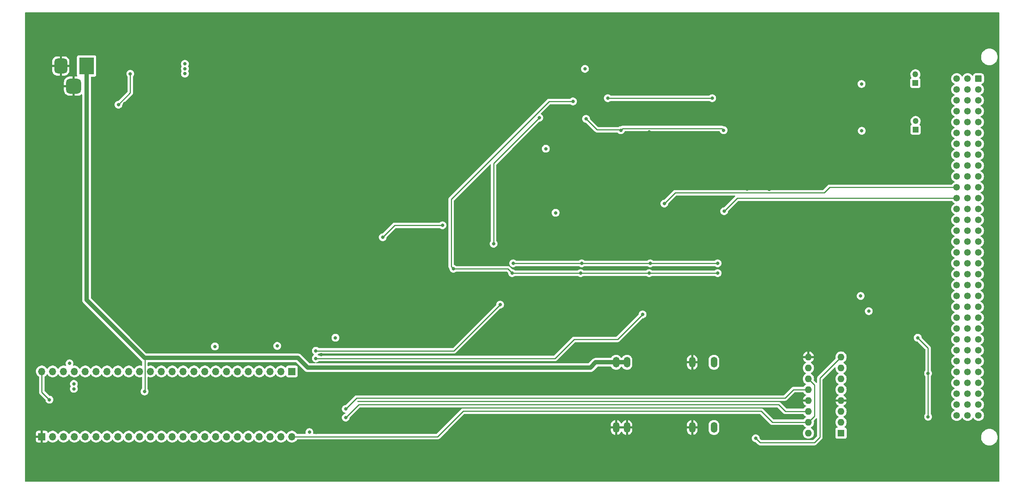
<source format=gbl>
G04 #@! TF.GenerationSoftware,KiCad,Pcbnew,(6.0.2)*
G04 #@! TF.CreationDate,2022-03-07T19:03:19-08:00*
G04 #@! TF.ProjectId,driver_test,64726976-6572-45f7-9465-73742e6b6963,rev?*
G04 #@! TF.SameCoordinates,Original*
G04 #@! TF.FileFunction,Copper,L4,Bot*
G04 #@! TF.FilePolarity,Positive*
%FSLAX46Y46*%
G04 Gerber Fmt 4.6, Leading zero omitted, Abs format (unit mm)*
G04 Created by KiCad (PCBNEW (6.0.2)) date 2022-03-07 19:03:19*
%MOMM*%
%LPD*%
G01*
G04 APERTURE LIST*
G04 Aperture macros list*
%AMRoundRect*
0 Rectangle with rounded corners*
0 $1 Rounding radius*
0 $2 $3 $4 $5 $6 $7 $8 $9 X,Y pos of 4 corners*
0 Add a 4 corners polygon primitive as box body*
4,1,4,$2,$3,$4,$5,$6,$7,$8,$9,$2,$3,0*
0 Add four circle primitives for the rounded corners*
1,1,$1+$1,$2,$3*
1,1,$1+$1,$4,$5*
1,1,$1+$1,$6,$7*
1,1,$1+$1,$8,$9*
0 Add four rect primitives between the rounded corners*
20,1,$1+$1,$2,$3,$4,$5,0*
20,1,$1+$1,$4,$5,$6,$7,0*
20,1,$1+$1,$6,$7,$8,$9,0*
20,1,$1+$1,$8,$9,$2,$3,0*%
G04 Aperture macros list end*
G04 #@! TA.AperFunction,ComponentPad*
%ADD10R,1.350000X1.350000*%
G04 #@! TD*
G04 #@! TA.AperFunction,ComponentPad*
%ADD11O,1.350000X1.350000*%
G04 #@! TD*
G04 #@! TA.AperFunction,ComponentPad*
%ADD12R,1.700000X1.700000*%
G04 #@! TD*
G04 #@! TA.AperFunction,ComponentPad*
%ADD13O,1.700000X1.700000*%
G04 #@! TD*
G04 #@! TA.AperFunction,ComponentPad*
%ADD14O,1.500000X2.500000*%
G04 #@! TD*
G04 #@! TA.AperFunction,ComponentPad*
%ADD15R,1.600000X1.600000*%
G04 #@! TD*
G04 #@! TA.AperFunction,ComponentPad*
%ADD16O,1.600000X1.600000*%
G04 #@! TD*
G04 #@! TA.AperFunction,ComponentPad*
%ADD17C,3.810000*%
G04 #@! TD*
G04 #@! TA.AperFunction,ComponentPad*
%ADD18R,3.500000X4.000000*%
G04 #@! TD*
G04 #@! TA.AperFunction,ComponentPad*
%ADD19RoundRect,0.750000X-0.750000X-1.000000X0.750000X-1.000000X0.750000X1.000000X-0.750000X1.000000X0*%
G04 #@! TD*
G04 #@! TA.AperFunction,ComponentPad*
%ADD20RoundRect,0.875000X-0.875000X-0.875000X0.875000X-0.875000X0.875000X0.875000X-0.875000X0.875000X0*%
G04 #@! TD*
G04 #@! TA.AperFunction,ComponentPad*
%ADD21RoundRect,0.249999X-0.525001X0.525001X-0.525001X-0.525001X0.525001X-0.525001X0.525001X0.525001X0*%
G04 #@! TD*
G04 #@! TA.AperFunction,ComponentPad*
%ADD22C,1.550000*%
G04 #@! TD*
G04 #@! TA.AperFunction,ViaPad*
%ADD23C,0.800000*%
G04 #@! TD*
G04 #@! TA.AperFunction,Conductor*
%ADD24C,0.254000*%
G04 #@! TD*
G04 #@! TA.AperFunction,Conductor*
%ADD25C,1.016000*%
G04 #@! TD*
G04 APERTURE END LIST*
D10*
X233934000Y-53340000D03*
D11*
X233934000Y-51340000D03*
D12*
X88265000Y-109855000D03*
D13*
X85725000Y-109855000D03*
X83185000Y-109855000D03*
X80645000Y-109855000D03*
X78105000Y-109855000D03*
X75565000Y-109855000D03*
X73025000Y-109855000D03*
X70485000Y-109855000D03*
X67945000Y-109855000D03*
X65405000Y-109855000D03*
X62865000Y-109855000D03*
X60325000Y-109855000D03*
X57785000Y-109855000D03*
X55245000Y-109855000D03*
X52705000Y-109855000D03*
X50165000Y-109855000D03*
X47625000Y-109855000D03*
X45085000Y-109855000D03*
X42545000Y-109855000D03*
X40005000Y-109855000D03*
X37465000Y-109855000D03*
X34925000Y-109855000D03*
X32385000Y-109855000D03*
X29845000Y-109855000D03*
D12*
X29845000Y-125095000D03*
D13*
X32385000Y-125095000D03*
X34925000Y-125095000D03*
X37465000Y-125095000D03*
X40005000Y-125095000D03*
X42545000Y-125095000D03*
X45085000Y-125095000D03*
X47625000Y-125095000D03*
X50165000Y-125095000D03*
X52705000Y-125095000D03*
X55245000Y-125095000D03*
X57785000Y-125095000D03*
X60325000Y-125095000D03*
X62865000Y-125095000D03*
X65405000Y-125095000D03*
X67945000Y-125095000D03*
X70485000Y-125095000D03*
X73025000Y-125095000D03*
X75565000Y-125095000D03*
X78105000Y-125095000D03*
X80645000Y-125095000D03*
X83185000Y-125095000D03*
X85725000Y-125095000D03*
X88265000Y-125095000D03*
D10*
X233900000Y-42402000D03*
D11*
X233900000Y-40402000D03*
D14*
X163984000Y-122965500D03*
X166524000Y-122965500D03*
X181764000Y-122965500D03*
X186844000Y-122965500D03*
X186844000Y-107725500D03*
X181764000Y-107725500D03*
X166524000Y-107725500D03*
X163984000Y-107725500D03*
D15*
X216525000Y-124280000D03*
D16*
X216525000Y-121740000D03*
X216525000Y-119200000D03*
X216525000Y-116660000D03*
X216525000Y-114120000D03*
X216525000Y-111580000D03*
X216525000Y-109040000D03*
X216525000Y-106500000D03*
X208905000Y-106500000D03*
X208905000Y-109040000D03*
X208905000Y-111580000D03*
X208905000Y-114120000D03*
X208905000Y-116660000D03*
X208905000Y-119200000D03*
X208905000Y-121740000D03*
X208905000Y-124280000D03*
D17*
X58166000Y-28257500D03*
X157226000Y-28257500D03*
X107696000Y-133286500D03*
X107696000Y-28257500D03*
D18*
X40284500Y-38455500D03*
D19*
X34284500Y-38455500D03*
D20*
X37284500Y-43155500D03*
D17*
X58166000Y-133286500D03*
D21*
X248634600Y-41402000D03*
D22*
X248634600Y-43942000D03*
X248634600Y-46482000D03*
X248634600Y-49022000D03*
X248634600Y-51562000D03*
X248634600Y-54102000D03*
X248634600Y-56642000D03*
X248634600Y-59182000D03*
X248634600Y-61722000D03*
X248634600Y-64262000D03*
X248634600Y-66802000D03*
X248634600Y-69342000D03*
X248634600Y-71882000D03*
X248634600Y-74422000D03*
X248634600Y-76962000D03*
X248634600Y-79502000D03*
X248634600Y-82042000D03*
X248634600Y-84582000D03*
X248634600Y-87122000D03*
X248634600Y-89662000D03*
X248634600Y-92202000D03*
X248634600Y-94742000D03*
X248634600Y-97282000D03*
X248634600Y-99822000D03*
X248634600Y-102362000D03*
X248634600Y-104902000D03*
X248634600Y-107442000D03*
X248634600Y-109982000D03*
X248634600Y-112522000D03*
X248634600Y-115062000D03*
X248634600Y-117602000D03*
X248634600Y-120142000D03*
X246094600Y-41402000D03*
X246094600Y-43942000D03*
X246094600Y-46482000D03*
X246094600Y-49022000D03*
X246094600Y-51562000D03*
X246094600Y-54102000D03*
X246094600Y-56642000D03*
X246094600Y-59182000D03*
X246094600Y-61722000D03*
X246094600Y-64262000D03*
X246094600Y-66802000D03*
X246094600Y-69342000D03*
X246094600Y-71882000D03*
X246094600Y-74422000D03*
X246094600Y-76962000D03*
X246094600Y-79502000D03*
X246094600Y-82042000D03*
X246094600Y-84582000D03*
X246094600Y-87122000D03*
X246094600Y-89662000D03*
X246094600Y-92202000D03*
X246094600Y-94742000D03*
X246094600Y-97282000D03*
X246094600Y-99822000D03*
X246094600Y-102362000D03*
X246094600Y-104902000D03*
X246094600Y-107442000D03*
X246094600Y-109982000D03*
X246094600Y-112522000D03*
X246094600Y-115062000D03*
X246094600Y-117602000D03*
X246094600Y-120142000D03*
X243554600Y-41402000D03*
X243554600Y-43942000D03*
X243554600Y-46482000D03*
X243554600Y-49022000D03*
X243554600Y-51562000D03*
X243554600Y-54102000D03*
X243554600Y-56642000D03*
X243554600Y-59182000D03*
X243554600Y-61722000D03*
X243554600Y-64262000D03*
X243554600Y-66802000D03*
X243554600Y-69342000D03*
X243554600Y-71882000D03*
X243554600Y-74422000D03*
X243554600Y-76962000D03*
X243554600Y-79502000D03*
X243554600Y-82042000D03*
X243554600Y-84582000D03*
X243554600Y-87122000D03*
X243554600Y-89662000D03*
X243554600Y-92202000D03*
X243554600Y-94742000D03*
X243554600Y-97282000D03*
X243554600Y-99822000D03*
X243554600Y-102362000D03*
X243554600Y-104902000D03*
X243554600Y-107442000D03*
X243554600Y-109982000D03*
X243554600Y-112522000D03*
X243554600Y-115062000D03*
X243554600Y-117602000D03*
X243554600Y-120142000D03*
D17*
X157226000Y-133286500D03*
D23*
X227076000Y-91948000D03*
X154432000Y-72136000D03*
X227076000Y-42164000D03*
X226568000Y-53340000D03*
X29845000Y-106680000D03*
X193548000Y-102362000D03*
X158369000Y-92583000D03*
X209550000Y-97282000D03*
X98298000Y-114554000D03*
X181864000Y-55118000D03*
X63525500Y-43789500D03*
X196088000Y-53848000D03*
X190119000Y-92583000D03*
X174244000Y-92583000D03*
X212979000Y-102807000D03*
X33147000Y-116840000D03*
X95890500Y-103251000D03*
X163449000Y-39878000D03*
X183515000Y-73152000D03*
X49174500Y-47218500D03*
X206248000Y-55118000D03*
X37338000Y-115316000D03*
X177419000Y-55118000D03*
X142494000Y-92583000D03*
X204851000Y-125222000D03*
X194584103Y-67266103D03*
X84582000Y-89916000D03*
X207010000Y-102108000D03*
X70280000Y-102489000D03*
X192977000Y-115062000D03*
X53111500Y-46329500D03*
X222631000Y-105601000D03*
X199708000Y-67310000D03*
X203772000Y-72898000D03*
X171704000Y-53848000D03*
X169545000Y-73152000D03*
X95128500Y-105918000D03*
X93878400Y-124104400D03*
X220345000Y-110300000D03*
X201803000Y-55118000D03*
X220345000Y-120460000D03*
X192977000Y-110490000D03*
X91135200Y-121056400D03*
X222631000Y-125159000D03*
X137414000Y-88138000D03*
X154686000Y-58674000D03*
X29591000Y-116840000D03*
X197866000Y-122174000D03*
X187833000Y-39878000D03*
X150876000Y-44196000D03*
X53365500Y-48361500D03*
X203962000Y-75438000D03*
X223139000Y-101981000D03*
X37338000Y-112776000D03*
X92354400Y-124053600D03*
X70280000Y-104013000D03*
X37338000Y-113919000D03*
X84836000Y-103886000D03*
X36322000Y-107950000D03*
X98430500Y-101981000D03*
X31623000Y-116459000D03*
X196596000Y-125476000D03*
X236855000Y-120460000D03*
X236855000Y-110300000D03*
X234442000Y-101981000D03*
X165100000Y-53467000D03*
X135382000Y-80010000D03*
X189103000Y-53467000D03*
X156972000Y-50800000D03*
X146050000Y-50546000D03*
X63271500Y-40233500D03*
X149860000Y-72771000D03*
X221107000Y-92202000D03*
X147574000Y-57785000D03*
X156718000Y-39116000D03*
X63271500Y-39090500D03*
X221327000Y-42656000D03*
X221361000Y-53594000D03*
X63271500Y-37947500D03*
X223012000Y-95758000D03*
X175260000Y-70612000D03*
X189230000Y-72390000D03*
X53848000Y-114554000D03*
X93858500Y-106807000D03*
X170180000Y-96520000D03*
X136906000Y-94234000D03*
X93858500Y-105029000D03*
X47752000Y-47498000D03*
X50519763Y-40285236D03*
X139954000Y-84582000D03*
X155956000Y-84582000D03*
X171958000Y-84582000D03*
X187706000Y-84582000D03*
X123444000Y-75692000D03*
X109474000Y-78486000D03*
X100838000Y-120650000D03*
X100838000Y-118618000D03*
X171704000Y-86868000D03*
X162052000Y-45974000D03*
X139700000Y-86868000D03*
X186436000Y-45974000D03*
X125984000Y-85852000D03*
X155702000Y-86868000D03*
X153924000Y-46736000D03*
X187706000Y-86868000D03*
D24*
X29845000Y-109855000D02*
X29845000Y-114681000D01*
X29845000Y-114681000D02*
X31623000Y-116459000D01*
X210312000Y-126492000D02*
X211582000Y-125222000D01*
X197612000Y-126492000D02*
X196596000Y-125476000D01*
X211582000Y-125222000D02*
X211582000Y-111443000D01*
X210312000Y-126492000D02*
X197612000Y-126492000D01*
X211582000Y-111443000D02*
X216525000Y-106500000D01*
X236855000Y-110300000D02*
X236855000Y-120460000D01*
X236855000Y-104394000D02*
X234442000Y-101981000D01*
X236855000Y-110300000D02*
X236855000Y-104394000D01*
X164973000Y-53340000D02*
X165100000Y-53467000D01*
X165499511Y-53067489D02*
X188703489Y-53067489D01*
X159512000Y-53340000D02*
X164973000Y-53340000D01*
X135382000Y-61214000D02*
X146050000Y-50546000D01*
X156972000Y-50800000D02*
X159512000Y-53340000D01*
X188703489Y-53067489D02*
X189103000Y-53467000D01*
X165100000Y-53467000D02*
X165499511Y-53067489D01*
X135382000Y-80010000D02*
X135382000Y-61214000D01*
X213868000Y-66802000D02*
X243554600Y-66802000D01*
X212598000Y-68072000D02*
X213868000Y-66802000D01*
X175260000Y-70612000D02*
X177781489Y-68090511D01*
X212579489Y-68090511D02*
X212598000Y-68072000D01*
X177781489Y-68090511D02*
X212579489Y-68090511D01*
X189230000Y-72390000D02*
X192278000Y-69342000D01*
X192278000Y-69342000D02*
X243554600Y-69342000D01*
D25*
X53848000Y-106680000D02*
X40284500Y-93116500D01*
X91948000Y-108966000D02*
X89662000Y-106680000D01*
X157988000Y-108966000D02*
X91948000Y-108966000D01*
D24*
X53935511Y-106767511D02*
X53848000Y-106680000D01*
D25*
X159228500Y-107725500D02*
X157988000Y-108966000D01*
X89662000Y-106680000D02*
X53848000Y-106680000D01*
X40284500Y-93116500D02*
X40284500Y-38455500D01*
D24*
X53935511Y-114466489D02*
X53935511Y-106767511D01*
X53848000Y-114554000D02*
X53935511Y-114466489D01*
D25*
X163984000Y-107725500D02*
X159228500Y-107725500D01*
X166524000Y-107725500D02*
X163984000Y-107725500D01*
D24*
X208905000Y-111580000D02*
X210312000Y-112987000D01*
X210312000Y-120333000D02*
X208905000Y-121740000D01*
X210312000Y-112987000D02*
X210312000Y-120333000D01*
X208905000Y-121740000D02*
X200480000Y-121740000D01*
X128270000Y-119126000D02*
X122301000Y-125095000D01*
X122301000Y-125095000D02*
X88265000Y-125095000D01*
X197866000Y-119126000D02*
X128270000Y-119126000D01*
X200480000Y-121740000D02*
X197866000Y-119126000D01*
X164338000Y-102362000D02*
X170180000Y-96520000D01*
X154178000Y-102362000D02*
X164338000Y-102362000D01*
X149733000Y-106807000D02*
X93858500Y-106807000D01*
X149733000Y-106807000D02*
X154178000Y-102362000D01*
X126111000Y-105029000D02*
X93858500Y-105029000D01*
X126111000Y-105029000D02*
X136906000Y-94234000D01*
X50519763Y-44730237D02*
X50519763Y-40285236D01*
X47752000Y-47498000D02*
X50519763Y-44730237D01*
X139954000Y-84582000D02*
X155956000Y-84582000D01*
X155956000Y-84582000D02*
X171958000Y-84582000D01*
X171958000Y-84582000D02*
X187706000Y-84582000D01*
X112268000Y-75692000D02*
X123444000Y-75692000D01*
X109474000Y-78486000D02*
X112268000Y-75692000D01*
X203528000Y-119200000D02*
X208905000Y-119200000D01*
X103886000Y-117602000D02*
X100838000Y-120650000D01*
X201930000Y-117602000D02*
X103886000Y-117602000D01*
X201930000Y-117602000D02*
X203528000Y-119200000D01*
X203454000Y-116078000D02*
X103378000Y-116078000D01*
X205412000Y-114120000D02*
X203454000Y-116078000D01*
X208905000Y-114120000D02*
X205412000Y-114120000D01*
X103378000Y-116078000D02*
X100838000Y-118618000D01*
X138684000Y-85852000D02*
X139700000Y-86868000D01*
X125476000Y-69596000D02*
X147828000Y-47244000D01*
X125476000Y-78994000D02*
X125476000Y-69596000D01*
X125984000Y-85852000D02*
X125476000Y-85344000D01*
X125984000Y-85852000D02*
X138684000Y-85852000D01*
X171704000Y-86868000D02*
X187706000Y-86868000D01*
X148336000Y-46736000D02*
X153924000Y-46736000D01*
X186436000Y-45974000D02*
X162052000Y-45974000D01*
X125476000Y-85344000D02*
X125476000Y-78994000D01*
X139700000Y-86868000D02*
X155702000Y-86868000D01*
X155702000Y-86868000D02*
X171704000Y-86868000D01*
X147828000Y-47244000D02*
X148336000Y-46736000D01*
G04 #@! TA.AperFunction,Conductor*
G36*
X253434121Y-25928002D02*
G01*
X253480614Y-25981658D01*
X253492000Y-26034000D01*
X253492000Y-135510000D01*
X253471998Y-135578121D01*
X253418342Y-135624614D01*
X253366000Y-135636000D01*
X26034000Y-135636000D01*
X25965879Y-135615998D01*
X25919386Y-135562342D01*
X25908000Y-135510000D01*
X25908000Y-125989669D01*
X28487001Y-125989669D01*
X28487371Y-125996490D01*
X28492894Y-126047347D01*
X28496521Y-126062604D01*
X28541676Y-126183054D01*
X28550214Y-126198649D01*
X28626715Y-126300724D01*
X28639276Y-126313285D01*
X28741351Y-126389786D01*
X28756946Y-126398324D01*
X28877394Y-126443478D01*
X28892649Y-126447105D01*
X28943514Y-126452631D01*
X28950328Y-126453000D01*
X29572885Y-126453000D01*
X29588124Y-126448525D01*
X29589329Y-126447135D01*
X29591000Y-126439452D01*
X29591000Y-126434884D01*
X30099000Y-126434884D01*
X30103475Y-126450123D01*
X30104865Y-126451328D01*
X30112548Y-126452999D01*
X30739669Y-126452999D01*
X30746490Y-126452629D01*
X30797352Y-126447105D01*
X30812604Y-126443479D01*
X30933054Y-126398324D01*
X30948649Y-126389786D01*
X31050724Y-126313285D01*
X31063285Y-126300724D01*
X31139786Y-126198649D01*
X31148324Y-126183054D01*
X31189225Y-126073952D01*
X31231867Y-126017188D01*
X31298428Y-125992488D01*
X31367777Y-126007696D01*
X31402444Y-126035684D01*
X31427865Y-126065031D01*
X31427869Y-126065035D01*
X31431250Y-126068938D01*
X31603126Y-126211632D01*
X31796000Y-126324338D01*
X32004692Y-126404030D01*
X32009760Y-126405061D01*
X32009763Y-126405062D01*
X32090092Y-126421405D01*
X32223597Y-126448567D01*
X32228772Y-126448757D01*
X32228774Y-126448757D01*
X32441673Y-126456564D01*
X32441677Y-126456564D01*
X32446837Y-126456753D01*
X32451957Y-126456097D01*
X32451959Y-126456097D01*
X32663288Y-126429025D01*
X32663289Y-126429025D01*
X32668416Y-126428368D01*
X32691625Y-126421405D01*
X32877429Y-126365661D01*
X32877434Y-126365659D01*
X32882384Y-126364174D01*
X33082994Y-126265896D01*
X33264860Y-126136173D01*
X33423096Y-125978489D01*
X33510754Y-125856500D01*
X33553453Y-125797077D01*
X33554776Y-125798028D01*
X33601645Y-125754857D01*
X33671580Y-125742625D01*
X33737026Y-125770144D01*
X33764875Y-125801994D01*
X33824987Y-125900088D01*
X33971250Y-126068938D01*
X34143126Y-126211632D01*
X34336000Y-126324338D01*
X34544692Y-126404030D01*
X34549760Y-126405061D01*
X34549763Y-126405062D01*
X34630092Y-126421405D01*
X34763597Y-126448567D01*
X34768772Y-126448757D01*
X34768774Y-126448757D01*
X34981673Y-126456564D01*
X34981677Y-126456564D01*
X34986837Y-126456753D01*
X34991957Y-126456097D01*
X34991959Y-126456097D01*
X35203288Y-126429025D01*
X35203289Y-126429025D01*
X35208416Y-126428368D01*
X35231625Y-126421405D01*
X35417429Y-126365661D01*
X35417434Y-126365659D01*
X35422384Y-126364174D01*
X35622994Y-126265896D01*
X35804860Y-126136173D01*
X35963096Y-125978489D01*
X36050754Y-125856500D01*
X36093453Y-125797077D01*
X36094776Y-125798028D01*
X36141645Y-125754857D01*
X36211580Y-125742625D01*
X36277026Y-125770144D01*
X36304875Y-125801994D01*
X36364987Y-125900088D01*
X36511250Y-126068938D01*
X36683126Y-126211632D01*
X36876000Y-126324338D01*
X37084692Y-126404030D01*
X37089760Y-126405061D01*
X37089763Y-126405062D01*
X37170092Y-126421405D01*
X37303597Y-126448567D01*
X37308772Y-126448757D01*
X37308774Y-126448757D01*
X37521673Y-126456564D01*
X37521677Y-126456564D01*
X37526837Y-126456753D01*
X37531957Y-126456097D01*
X37531959Y-126456097D01*
X37743288Y-126429025D01*
X37743289Y-126429025D01*
X37748416Y-126428368D01*
X37771625Y-126421405D01*
X37957429Y-126365661D01*
X37957434Y-126365659D01*
X37962384Y-126364174D01*
X38162994Y-126265896D01*
X38344860Y-126136173D01*
X38503096Y-125978489D01*
X38590754Y-125856500D01*
X38633453Y-125797077D01*
X38634776Y-125798028D01*
X38681645Y-125754857D01*
X38751580Y-125742625D01*
X38817026Y-125770144D01*
X38844875Y-125801994D01*
X38904987Y-125900088D01*
X39051250Y-126068938D01*
X39223126Y-126211632D01*
X39416000Y-126324338D01*
X39624692Y-126404030D01*
X39629760Y-126405061D01*
X39629763Y-126405062D01*
X39710092Y-126421405D01*
X39843597Y-126448567D01*
X39848772Y-126448757D01*
X39848774Y-126448757D01*
X40061673Y-126456564D01*
X40061677Y-126456564D01*
X40066837Y-126456753D01*
X40071957Y-126456097D01*
X40071959Y-126456097D01*
X40283288Y-126429025D01*
X40283289Y-126429025D01*
X40288416Y-126428368D01*
X40311625Y-126421405D01*
X40497429Y-126365661D01*
X40497434Y-126365659D01*
X40502384Y-126364174D01*
X40702994Y-126265896D01*
X40884860Y-126136173D01*
X41043096Y-125978489D01*
X41130754Y-125856500D01*
X41173453Y-125797077D01*
X41174776Y-125798028D01*
X41221645Y-125754857D01*
X41291580Y-125742625D01*
X41357026Y-125770144D01*
X41384875Y-125801994D01*
X41444987Y-125900088D01*
X41591250Y-126068938D01*
X41763126Y-126211632D01*
X41956000Y-126324338D01*
X42164692Y-126404030D01*
X42169760Y-126405061D01*
X42169763Y-126405062D01*
X42250092Y-126421405D01*
X42383597Y-126448567D01*
X42388772Y-126448757D01*
X42388774Y-126448757D01*
X42601673Y-126456564D01*
X42601677Y-126456564D01*
X42606837Y-126456753D01*
X42611957Y-126456097D01*
X42611959Y-126456097D01*
X42823288Y-126429025D01*
X42823289Y-126429025D01*
X42828416Y-126428368D01*
X42851625Y-126421405D01*
X43037429Y-126365661D01*
X43037434Y-126365659D01*
X43042384Y-126364174D01*
X43242994Y-126265896D01*
X43424860Y-126136173D01*
X43583096Y-125978489D01*
X43670754Y-125856500D01*
X43713453Y-125797077D01*
X43714776Y-125798028D01*
X43761645Y-125754857D01*
X43831580Y-125742625D01*
X43897026Y-125770144D01*
X43924875Y-125801994D01*
X43984987Y-125900088D01*
X44131250Y-126068938D01*
X44303126Y-126211632D01*
X44496000Y-126324338D01*
X44704692Y-126404030D01*
X44709760Y-126405061D01*
X44709763Y-126405062D01*
X44790092Y-126421405D01*
X44923597Y-126448567D01*
X44928772Y-126448757D01*
X44928774Y-126448757D01*
X45141673Y-126456564D01*
X45141677Y-126456564D01*
X45146837Y-126456753D01*
X45151957Y-126456097D01*
X45151959Y-126456097D01*
X45363288Y-126429025D01*
X45363289Y-126429025D01*
X45368416Y-126428368D01*
X45391625Y-126421405D01*
X45577429Y-126365661D01*
X45577434Y-126365659D01*
X45582384Y-126364174D01*
X45782994Y-126265896D01*
X45964860Y-126136173D01*
X46123096Y-125978489D01*
X46210754Y-125856500D01*
X46253453Y-125797077D01*
X46254776Y-125798028D01*
X46301645Y-125754857D01*
X46371580Y-125742625D01*
X46437026Y-125770144D01*
X46464875Y-125801994D01*
X46524987Y-125900088D01*
X46671250Y-126068938D01*
X46843126Y-126211632D01*
X47036000Y-126324338D01*
X47244692Y-126404030D01*
X47249760Y-126405061D01*
X47249763Y-126405062D01*
X47330092Y-126421405D01*
X47463597Y-126448567D01*
X47468772Y-126448757D01*
X47468774Y-126448757D01*
X47681673Y-126456564D01*
X47681677Y-126456564D01*
X47686837Y-126456753D01*
X47691957Y-126456097D01*
X47691959Y-126456097D01*
X47903288Y-126429025D01*
X47903289Y-126429025D01*
X47908416Y-126428368D01*
X47931625Y-126421405D01*
X48117429Y-126365661D01*
X48117434Y-126365659D01*
X48122384Y-126364174D01*
X48322994Y-126265896D01*
X48504860Y-126136173D01*
X48663096Y-125978489D01*
X48750754Y-125856500D01*
X48793453Y-125797077D01*
X48794776Y-125798028D01*
X48841645Y-125754857D01*
X48911580Y-125742625D01*
X48977026Y-125770144D01*
X49004875Y-125801994D01*
X49064987Y-125900088D01*
X49211250Y-126068938D01*
X49383126Y-126211632D01*
X49576000Y-126324338D01*
X49784692Y-126404030D01*
X49789760Y-126405061D01*
X49789763Y-126405062D01*
X49870092Y-126421405D01*
X50003597Y-126448567D01*
X50008772Y-126448757D01*
X50008774Y-126448757D01*
X50221673Y-126456564D01*
X50221677Y-126456564D01*
X50226837Y-126456753D01*
X50231957Y-126456097D01*
X50231959Y-126456097D01*
X50443288Y-126429025D01*
X50443289Y-126429025D01*
X50448416Y-126428368D01*
X50471625Y-126421405D01*
X50657429Y-126365661D01*
X50657434Y-126365659D01*
X50662384Y-126364174D01*
X50862994Y-126265896D01*
X51044860Y-126136173D01*
X51203096Y-125978489D01*
X51290754Y-125856500D01*
X51333453Y-125797077D01*
X51334776Y-125798028D01*
X51381645Y-125754857D01*
X51451580Y-125742625D01*
X51517026Y-125770144D01*
X51544875Y-125801994D01*
X51604987Y-125900088D01*
X51751250Y-126068938D01*
X51923126Y-126211632D01*
X52116000Y-126324338D01*
X52324692Y-126404030D01*
X52329760Y-126405061D01*
X52329763Y-126405062D01*
X52410092Y-126421405D01*
X52543597Y-126448567D01*
X52548772Y-126448757D01*
X52548774Y-126448757D01*
X52761673Y-126456564D01*
X52761677Y-126456564D01*
X52766837Y-126456753D01*
X52771957Y-126456097D01*
X52771959Y-126456097D01*
X52983288Y-126429025D01*
X52983289Y-126429025D01*
X52988416Y-126428368D01*
X53011625Y-126421405D01*
X53197429Y-126365661D01*
X53197434Y-126365659D01*
X53202384Y-126364174D01*
X53402994Y-126265896D01*
X53584860Y-126136173D01*
X53743096Y-125978489D01*
X53830754Y-125856500D01*
X53873453Y-125797077D01*
X53874776Y-125798028D01*
X53921645Y-125754857D01*
X53991580Y-125742625D01*
X54057026Y-125770144D01*
X54084875Y-125801994D01*
X54144987Y-125900088D01*
X54291250Y-126068938D01*
X54463126Y-126211632D01*
X54656000Y-126324338D01*
X54864692Y-126404030D01*
X54869760Y-126405061D01*
X54869763Y-126405062D01*
X54950092Y-126421405D01*
X55083597Y-126448567D01*
X55088772Y-126448757D01*
X55088774Y-126448757D01*
X55301673Y-126456564D01*
X55301677Y-126456564D01*
X55306837Y-126456753D01*
X55311957Y-126456097D01*
X55311959Y-126456097D01*
X55523288Y-126429025D01*
X55523289Y-126429025D01*
X55528416Y-126428368D01*
X55551625Y-126421405D01*
X55737429Y-126365661D01*
X55737434Y-126365659D01*
X55742384Y-126364174D01*
X55942994Y-126265896D01*
X56124860Y-126136173D01*
X56283096Y-125978489D01*
X56370754Y-125856500D01*
X56413453Y-125797077D01*
X56414776Y-125798028D01*
X56461645Y-125754857D01*
X56531580Y-125742625D01*
X56597026Y-125770144D01*
X56624875Y-125801994D01*
X56684987Y-125900088D01*
X56831250Y-126068938D01*
X57003126Y-126211632D01*
X57196000Y-126324338D01*
X57404692Y-126404030D01*
X57409760Y-126405061D01*
X57409763Y-126405062D01*
X57490092Y-126421405D01*
X57623597Y-126448567D01*
X57628772Y-126448757D01*
X57628774Y-126448757D01*
X57841673Y-126456564D01*
X57841677Y-126456564D01*
X57846837Y-126456753D01*
X57851957Y-126456097D01*
X57851959Y-126456097D01*
X58063288Y-126429025D01*
X58063289Y-126429025D01*
X58068416Y-126428368D01*
X58091625Y-126421405D01*
X58277429Y-126365661D01*
X58277434Y-126365659D01*
X58282384Y-126364174D01*
X58482994Y-126265896D01*
X58664860Y-126136173D01*
X58823096Y-125978489D01*
X58910754Y-125856500D01*
X58953453Y-125797077D01*
X58954776Y-125798028D01*
X59001645Y-125754857D01*
X59071580Y-125742625D01*
X59137026Y-125770144D01*
X59164875Y-125801994D01*
X59224987Y-125900088D01*
X59371250Y-126068938D01*
X59543126Y-126211632D01*
X59736000Y-126324338D01*
X59944692Y-126404030D01*
X59949760Y-126405061D01*
X59949763Y-126405062D01*
X60030092Y-126421405D01*
X60163597Y-126448567D01*
X60168772Y-126448757D01*
X60168774Y-126448757D01*
X60381673Y-126456564D01*
X60381677Y-126456564D01*
X60386837Y-126456753D01*
X60391957Y-126456097D01*
X60391959Y-126456097D01*
X60603288Y-126429025D01*
X60603289Y-126429025D01*
X60608416Y-126428368D01*
X60631625Y-126421405D01*
X60817429Y-126365661D01*
X60817434Y-126365659D01*
X60822384Y-126364174D01*
X61022994Y-126265896D01*
X61204860Y-126136173D01*
X61363096Y-125978489D01*
X61450754Y-125856500D01*
X61493453Y-125797077D01*
X61494776Y-125798028D01*
X61541645Y-125754857D01*
X61611580Y-125742625D01*
X61677026Y-125770144D01*
X61704875Y-125801994D01*
X61764987Y-125900088D01*
X61911250Y-126068938D01*
X62083126Y-126211632D01*
X62276000Y-126324338D01*
X62484692Y-126404030D01*
X62489760Y-126405061D01*
X62489763Y-126405062D01*
X62570092Y-126421405D01*
X62703597Y-126448567D01*
X62708772Y-126448757D01*
X62708774Y-126448757D01*
X62921673Y-126456564D01*
X62921677Y-126456564D01*
X62926837Y-126456753D01*
X62931957Y-126456097D01*
X62931959Y-126456097D01*
X63143288Y-126429025D01*
X63143289Y-126429025D01*
X63148416Y-126428368D01*
X63171625Y-126421405D01*
X63357429Y-126365661D01*
X63357434Y-126365659D01*
X63362384Y-126364174D01*
X63562994Y-126265896D01*
X63744860Y-126136173D01*
X63903096Y-125978489D01*
X63990754Y-125856500D01*
X64033453Y-125797077D01*
X64034776Y-125798028D01*
X64081645Y-125754857D01*
X64151580Y-125742625D01*
X64217026Y-125770144D01*
X64244875Y-125801994D01*
X64304987Y-125900088D01*
X64451250Y-126068938D01*
X64623126Y-126211632D01*
X64816000Y-126324338D01*
X65024692Y-126404030D01*
X65029760Y-126405061D01*
X65029763Y-126405062D01*
X65110092Y-126421405D01*
X65243597Y-126448567D01*
X65248772Y-126448757D01*
X65248774Y-126448757D01*
X65461673Y-126456564D01*
X65461677Y-126456564D01*
X65466837Y-126456753D01*
X65471957Y-126456097D01*
X65471959Y-126456097D01*
X65683288Y-126429025D01*
X65683289Y-126429025D01*
X65688416Y-126428368D01*
X65711625Y-126421405D01*
X65897429Y-126365661D01*
X65897434Y-126365659D01*
X65902384Y-126364174D01*
X66102994Y-126265896D01*
X66284860Y-126136173D01*
X66443096Y-125978489D01*
X66530754Y-125856500D01*
X66573453Y-125797077D01*
X66574776Y-125798028D01*
X66621645Y-125754857D01*
X66691580Y-125742625D01*
X66757026Y-125770144D01*
X66784875Y-125801994D01*
X66844987Y-125900088D01*
X66991250Y-126068938D01*
X67163126Y-126211632D01*
X67356000Y-126324338D01*
X67564692Y-126404030D01*
X67569760Y-126405061D01*
X67569763Y-126405062D01*
X67650092Y-126421405D01*
X67783597Y-126448567D01*
X67788772Y-126448757D01*
X67788774Y-126448757D01*
X68001673Y-126456564D01*
X68001677Y-126456564D01*
X68006837Y-126456753D01*
X68011957Y-126456097D01*
X68011959Y-126456097D01*
X68223288Y-126429025D01*
X68223289Y-126429025D01*
X68228416Y-126428368D01*
X68251625Y-126421405D01*
X68437429Y-126365661D01*
X68437434Y-126365659D01*
X68442384Y-126364174D01*
X68642994Y-126265896D01*
X68824860Y-126136173D01*
X68983096Y-125978489D01*
X69070754Y-125856500D01*
X69113453Y-125797077D01*
X69114776Y-125798028D01*
X69161645Y-125754857D01*
X69231580Y-125742625D01*
X69297026Y-125770144D01*
X69324875Y-125801994D01*
X69384987Y-125900088D01*
X69531250Y-126068938D01*
X69703126Y-126211632D01*
X69896000Y-126324338D01*
X70104692Y-126404030D01*
X70109760Y-126405061D01*
X70109763Y-126405062D01*
X70190092Y-126421405D01*
X70323597Y-126448567D01*
X70328772Y-126448757D01*
X70328774Y-126448757D01*
X70541673Y-126456564D01*
X70541677Y-126456564D01*
X70546837Y-126456753D01*
X70551957Y-126456097D01*
X70551959Y-126456097D01*
X70763288Y-126429025D01*
X70763289Y-126429025D01*
X70768416Y-126428368D01*
X70791625Y-126421405D01*
X70977429Y-126365661D01*
X70977434Y-126365659D01*
X70982384Y-126364174D01*
X71182994Y-126265896D01*
X71364860Y-126136173D01*
X71523096Y-125978489D01*
X71610754Y-125856500D01*
X71653453Y-125797077D01*
X71654776Y-125798028D01*
X71701645Y-125754857D01*
X71771580Y-125742625D01*
X71837026Y-125770144D01*
X71864875Y-125801994D01*
X71924987Y-125900088D01*
X72071250Y-126068938D01*
X72243126Y-126211632D01*
X72436000Y-126324338D01*
X72644692Y-126404030D01*
X72649760Y-126405061D01*
X72649763Y-126405062D01*
X72730092Y-126421405D01*
X72863597Y-126448567D01*
X72868772Y-126448757D01*
X72868774Y-126448757D01*
X73081673Y-126456564D01*
X73081677Y-126456564D01*
X73086837Y-126456753D01*
X73091957Y-126456097D01*
X73091959Y-126456097D01*
X73303288Y-126429025D01*
X73303289Y-126429025D01*
X73308416Y-126428368D01*
X73331625Y-126421405D01*
X73517429Y-126365661D01*
X73517434Y-126365659D01*
X73522384Y-126364174D01*
X73722994Y-126265896D01*
X73904860Y-126136173D01*
X74063096Y-125978489D01*
X74150754Y-125856500D01*
X74193453Y-125797077D01*
X74194776Y-125798028D01*
X74241645Y-125754857D01*
X74311580Y-125742625D01*
X74377026Y-125770144D01*
X74404875Y-125801994D01*
X74464987Y-125900088D01*
X74611250Y-126068938D01*
X74783126Y-126211632D01*
X74976000Y-126324338D01*
X75184692Y-126404030D01*
X75189760Y-126405061D01*
X75189763Y-126405062D01*
X75270092Y-126421405D01*
X75403597Y-126448567D01*
X75408772Y-126448757D01*
X75408774Y-126448757D01*
X75621673Y-126456564D01*
X75621677Y-126456564D01*
X75626837Y-126456753D01*
X75631957Y-126456097D01*
X75631959Y-126456097D01*
X75843288Y-126429025D01*
X75843289Y-126429025D01*
X75848416Y-126428368D01*
X75871625Y-126421405D01*
X76057429Y-126365661D01*
X76057434Y-126365659D01*
X76062384Y-126364174D01*
X76262994Y-126265896D01*
X76444860Y-126136173D01*
X76603096Y-125978489D01*
X76690754Y-125856500D01*
X76733453Y-125797077D01*
X76734776Y-125798028D01*
X76781645Y-125754857D01*
X76851580Y-125742625D01*
X76917026Y-125770144D01*
X76944875Y-125801994D01*
X77004987Y-125900088D01*
X77151250Y-126068938D01*
X77323126Y-126211632D01*
X77516000Y-126324338D01*
X77724692Y-126404030D01*
X77729760Y-126405061D01*
X77729763Y-126405062D01*
X77810092Y-126421405D01*
X77943597Y-126448567D01*
X77948772Y-126448757D01*
X77948774Y-126448757D01*
X78161673Y-126456564D01*
X78161677Y-126456564D01*
X78166837Y-126456753D01*
X78171957Y-126456097D01*
X78171959Y-126456097D01*
X78383288Y-126429025D01*
X78383289Y-126429025D01*
X78388416Y-126428368D01*
X78411625Y-126421405D01*
X78597429Y-126365661D01*
X78597434Y-126365659D01*
X78602384Y-126364174D01*
X78802994Y-126265896D01*
X78984860Y-126136173D01*
X79143096Y-125978489D01*
X79230754Y-125856500D01*
X79273453Y-125797077D01*
X79274776Y-125798028D01*
X79321645Y-125754857D01*
X79391580Y-125742625D01*
X79457026Y-125770144D01*
X79484875Y-125801994D01*
X79544987Y-125900088D01*
X79691250Y-126068938D01*
X79863126Y-126211632D01*
X80056000Y-126324338D01*
X80264692Y-126404030D01*
X80269760Y-126405061D01*
X80269763Y-126405062D01*
X80350092Y-126421405D01*
X80483597Y-126448567D01*
X80488772Y-126448757D01*
X80488774Y-126448757D01*
X80701673Y-126456564D01*
X80701677Y-126456564D01*
X80706837Y-126456753D01*
X80711957Y-126456097D01*
X80711959Y-126456097D01*
X80923288Y-126429025D01*
X80923289Y-126429025D01*
X80928416Y-126428368D01*
X80951625Y-126421405D01*
X81137429Y-126365661D01*
X81137434Y-126365659D01*
X81142384Y-126364174D01*
X81342994Y-126265896D01*
X81524860Y-126136173D01*
X81683096Y-125978489D01*
X81770754Y-125856500D01*
X81813453Y-125797077D01*
X81814776Y-125798028D01*
X81861645Y-125754857D01*
X81931580Y-125742625D01*
X81997026Y-125770144D01*
X82024875Y-125801994D01*
X82084987Y-125900088D01*
X82231250Y-126068938D01*
X82403126Y-126211632D01*
X82596000Y-126324338D01*
X82804692Y-126404030D01*
X82809760Y-126405061D01*
X82809763Y-126405062D01*
X82890092Y-126421405D01*
X83023597Y-126448567D01*
X83028772Y-126448757D01*
X83028774Y-126448757D01*
X83241673Y-126456564D01*
X83241677Y-126456564D01*
X83246837Y-126456753D01*
X83251957Y-126456097D01*
X83251959Y-126456097D01*
X83463288Y-126429025D01*
X83463289Y-126429025D01*
X83468416Y-126428368D01*
X83491625Y-126421405D01*
X83677429Y-126365661D01*
X83677434Y-126365659D01*
X83682384Y-126364174D01*
X83882994Y-126265896D01*
X84064860Y-126136173D01*
X84223096Y-125978489D01*
X84310754Y-125856500D01*
X84353453Y-125797077D01*
X84354776Y-125798028D01*
X84401645Y-125754857D01*
X84471580Y-125742625D01*
X84537026Y-125770144D01*
X84564875Y-125801994D01*
X84624987Y-125900088D01*
X84771250Y-126068938D01*
X84943126Y-126211632D01*
X85136000Y-126324338D01*
X85344692Y-126404030D01*
X85349760Y-126405061D01*
X85349763Y-126405062D01*
X85430092Y-126421405D01*
X85563597Y-126448567D01*
X85568772Y-126448757D01*
X85568774Y-126448757D01*
X85781673Y-126456564D01*
X85781677Y-126456564D01*
X85786837Y-126456753D01*
X85791957Y-126456097D01*
X85791959Y-126456097D01*
X86003288Y-126429025D01*
X86003289Y-126429025D01*
X86008416Y-126428368D01*
X86031625Y-126421405D01*
X86217429Y-126365661D01*
X86217434Y-126365659D01*
X86222384Y-126364174D01*
X86422994Y-126265896D01*
X86604860Y-126136173D01*
X86763096Y-125978489D01*
X86850754Y-125856500D01*
X86893453Y-125797077D01*
X86894776Y-125798028D01*
X86941645Y-125754857D01*
X87011580Y-125742625D01*
X87077026Y-125770144D01*
X87104875Y-125801994D01*
X87164987Y-125900088D01*
X87311250Y-126068938D01*
X87483126Y-126211632D01*
X87676000Y-126324338D01*
X87884692Y-126404030D01*
X87889760Y-126405061D01*
X87889763Y-126405062D01*
X87970092Y-126421405D01*
X88103597Y-126448567D01*
X88108772Y-126448757D01*
X88108774Y-126448757D01*
X88321673Y-126456564D01*
X88321677Y-126456564D01*
X88326837Y-126456753D01*
X88331957Y-126456097D01*
X88331959Y-126456097D01*
X88543288Y-126429025D01*
X88543289Y-126429025D01*
X88548416Y-126428368D01*
X88571625Y-126421405D01*
X88757429Y-126365661D01*
X88757434Y-126365659D01*
X88762384Y-126364174D01*
X88962994Y-126265896D01*
X89144860Y-126136173D01*
X89303096Y-125978489D01*
X89390754Y-125856500D01*
X89430438Y-125801273D01*
X89430439Y-125801272D01*
X89433453Y-125797077D01*
X89435742Y-125792445D01*
X89436247Y-125791605D01*
X89488477Y-125743516D01*
X89544250Y-125730500D01*
X122221980Y-125730500D01*
X122233214Y-125731030D01*
X122240719Y-125732708D01*
X122309012Y-125730562D01*
X122312969Y-125730500D01*
X122340983Y-125730500D01*
X122344908Y-125730004D01*
X122344909Y-125730004D01*
X122345004Y-125729992D01*
X122356849Y-125729059D01*
X122386670Y-125728122D01*
X122393282Y-125727914D01*
X122393283Y-125727914D01*
X122401205Y-125727665D01*
X122420749Y-125721987D01*
X122440112Y-125717977D01*
X122452440Y-125716420D01*
X122452442Y-125716420D01*
X122460299Y-125715427D01*
X122467663Y-125712511D01*
X122467668Y-125712510D01*
X122501556Y-125699093D01*
X122512785Y-125695248D01*
X122529465Y-125690402D01*
X122555393Y-125682869D01*
X122562220Y-125678831D01*
X122562223Y-125678830D01*
X122572906Y-125672512D01*
X122590664Y-125663812D01*
X122602215Y-125659239D01*
X122602221Y-125659235D01*
X122609588Y-125656319D01*
X122645491Y-125630234D01*
X122655410Y-125623719D01*
X122686768Y-125605174D01*
X122686772Y-125605171D01*
X122693598Y-125601134D01*
X122707982Y-125586750D01*
X122723016Y-125573909D01*
X122733073Y-125566602D01*
X122739487Y-125561942D01*
X122767778Y-125527744D01*
X122775767Y-125518965D01*
X124775057Y-123519675D01*
X162726000Y-123519675D01*
X162726249Y-123525270D01*
X162740378Y-123683578D01*
X162742360Y-123694592D01*
X162798651Y-123900360D01*
X162802549Y-123910841D01*
X162894397Y-124103403D01*
X162900082Y-124113016D01*
X163024575Y-124286267D01*
X163031883Y-124294733D01*
X163185082Y-124443192D01*
X163193779Y-124450235D01*
X163370844Y-124569219D01*
X163380642Y-124574605D01*
X163575990Y-124660357D01*
X163586582Y-124663922D01*
X163712384Y-124694124D01*
X163726470Y-124693419D01*
X163730000Y-124684540D01*
X163730000Y-124683911D01*
X164238000Y-124683911D01*
X164242105Y-124697893D01*
X164251728Y-124699386D01*
X164251973Y-124699334D01*
X164455883Y-124636602D01*
X164466229Y-124632381D01*
X164655814Y-124534529D01*
X164665245Y-124528543D01*
X164834501Y-124398668D01*
X164842724Y-124391107D01*
X164986312Y-124233306D01*
X164993067Y-124224406D01*
X165106434Y-124043685D01*
X165111511Y-124033719D01*
X165136920Y-123970513D01*
X165180886Y-123914768D01*
X165248011Y-123891643D01*
X165316983Y-123908480D01*
X165367553Y-123963264D01*
X165434397Y-124103403D01*
X165440082Y-124113016D01*
X165564575Y-124286267D01*
X165571883Y-124294733D01*
X165725082Y-124443192D01*
X165733779Y-124450235D01*
X165910844Y-124569219D01*
X165920642Y-124574605D01*
X166115990Y-124660357D01*
X166126582Y-124663922D01*
X166252384Y-124694124D01*
X166266470Y-124693419D01*
X166270000Y-124684540D01*
X166270000Y-124683911D01*
X166778000Y-124683911D01*
X166782105Y-124697893D01*
X166791728Y-124699386D01*
X166791973Y-124699334D01*
X166995883Y-124636602D01*
X167006229Y-124632381D01*
X167195814Y-124534529D01*
X167205245Y-124528543D01*
X167374501Y-124398668D01*
X167382724Y-124391107D01*
X167526312Y-124233306D01*
X167533067Y-124224406D01*
X167646434Y-124043685D01*
X167651511Y-124033719D01*
X167731080Y-123835786D01*
X167734315Y-123825071D01*
X167777777Y-123615199D01*
X167778980Y-123606062D01*
X167781895Y-123555510D01*
X167782000Y-123551863D01*
X167782000Y-123519675D01*
X180506000Y-123519675D01*
X180506249Y-123525270D01*
X180520378Y-123683578D01*
X180522360Y-123694592D01*
X180578651Y-123900360D01*
X180582549Y-123910841D01*
X180674397Y-124103403D01*
X180680082Y-124113016D01*
X180804575Y-124286267D01*
X180811883Y-124294733D01*
X180965082Y-124443192D01*
X180973779Y-124450235D01*
X181150844Y-124569219D01*
X181160642Y-124574605D01*
X181355990Y-124660357D01*
X181366582Y-124663922D01*
X181492384Y-124694124D01*
X181506470Y-124693419D01*
X181510000Y-124684540D01*
X181510000Y-124683911D01*
X182018000Y-124683911D01*
X182022105Y-124697893D01*
X182031728Y-124699386D01*
X182031973Y-124699334D01*
X182235883Y-124636602D01*
X182246229Y-124632381D01*
X182435814Y-124534529D01*
X182445245Y-124528543D01*
X182614501Y-124398668D01*
X182622724Y-124391107D01*
X182766312Y-124233306D01*
X182773067Y-124224406D01*
X182886434Y-124043685D01*
X182891511Y-124033719D01*
X182971080Y-123835786D01*
X182974315Y-123825071D01*
X183017777Y-123615199D01*
X183018980Y-123606062D01*
X183021895Y-123555510D01*
X183022000Y-123551863D01*
X183022000Y-123522499D01*
X185585500Y-123522499D01*
X185585749Y-123525286D01*
X185585749Y-123525292D01*
X185590918Y-123583209D01*
X185600383Y-123689262D01*
X185601864Y-123694676D01*
X185601865Y-123694681D01*
X185630736Y-123800214D01*
X185659663Y-123905951D01*
X185662075Y-123911009D01*
X185662077Y-123911013D01*
X185698031Y-123986392D01*
X185756378Y-124108718D01*
X185887471Y-124291154D01*
X185891503Y-124295061D01*
X186044362Y-124443192D01*
X186048799Y-124447492D01*
X186235262Y-124572790D01*
X186440967Y-124663088D01*
X186446418Y-124664397D01*
X186446422Y-124664398D01*
X186653954Y-124714222D01*
X186659411Y-124715532D01*
X186743475Y-124720379D01*
X186878083Y-124728140D01*
X186878086Y-124728140D01*
X186883690Y-124728463D01*
X187106715Y-124701475D01*
X187321435Y-124635418D01*
X187326415Y-124632848D01*
X187326419Y-124632846D01*
X187516081Y-124534954D01*
X187516082Y-124534954D01*
X187521064Y-124532382D01*
X187699292Y-124395623D01*
X187850485Y-124229464D01*
X187873037Y-124193514D01*
X187966885Y-124043905D01*
X187969864Y-124039156D01*
X188053656Y-123830717D01*
X188099213Y-123610733D01*
X188102500Y-123553725D01*
X188102500Y-122408501D01*
X188101854Y-122401257D01*
X188093617Y-122308969D01*
X188087617Y-122241738D01*
X188083815Y-122227838D01*
X188032251Y-122039357D01*
X188028337Y-122025049D01*
X188001168Y-121968087D01*
X187934036Y-121827344D01*
X187931622Y-121822282D01*
X187800529Y-121639846D01*
X187692726Y-121535377D01*
X187643229Y-121487411D01*
X187643226Y-121487409D01*
X187639201Y-121483508D01*
X187452738Y-121358210D01*
X187247033Y-121267912D01*
X187241582Y-121266603D01*
X187241578Y-121266602D01*
X187034046Y-121216778D01*
X187034045Y-121216778D01*
X187028589Y-121215468D01*
X186944525Y-121210621D01*
X186809917Y-121202860D01*
X186809914Y-121202860D01*
X186804310Y-121202537D01*
X186581285Y-121229525D01*
X186366565Y-121295582D01*
X186361585Y-121298152D01*
X186361581Y-121298154D01*
X186202190Y-121380422D01*
X186166936Y-121398618D01*
X185988708Y-121535377D01*
X185837515Y-121701536D01*
X185834537Y-121706283D01*
X185834535Y-121706286D01*
X185809952Y-121745475D01*
X185718136Y-121891844D01*
X185634344Y-122100283D01*
X185588787Y-122320267D01*
X185588521Y-122324878D01*
X185588521Y-122324879D01*
X185587244Y-122347036D01*
X185585500Y-122377275D01*
X185585500Y-123522499D01*
X183022000Y-123522499D01*
X183022000Y-123237615D01*
X183017525Y-123222376D01*
X183016135Y-123221171D01*
X183008452Y-123219500D01*
X182036115Y-123219500D01*
X182020876Y-123223975D01*
X182019671Y-123225365D01*
X182018000Y-123233048D01*
X182018000Y-124683911D01*
X181510000Y-124683911D01*
X181510000Y-123237615D01*
X181505525Y-123222376D01*
X181504135Y-123221171D01*
X181496452Y-123219500D01*
X180524115Y-123219500D01*
X180508876Y-123223975D01*
X180507671Y-123225365D01*
X180506000Y-123233048D01*
X180506000Y-123519675D01*
X167782000Y-123519675D01*
X167782000Y-123237615D01*
X167777525Y-123222376D01*
X167776135Y-123221171D01*
X167768452Y-123219500D01*
X166796115Y-123219500D01*
X166780876Y-123223975D01*
X166779671Y-123225365D01*
X166778000Y-123233048D01*
X166778000Y-124683911D01*
X166270000Y-124683911D01*
X166270000Y-123237615D01*
X166265525Y-123222376D01*
X166264135Y-123221171D01*
X166256452Y-123219500D01*
X165266000Y-123219500D01*
X165266000Y-123218298D01*
X165242000Y-123219155D01*
X165242000Y-123219500D01*
X165232334Y-123219500D01*
X165229002Y-123219619D01*
X165228455Y-123219500D01*
X164256115Y-123219500D01*
X164240876Y-123223975D01*
X164239671Y-123225365D01*
X164238000Y-123233048D01*
X164238000Y-124683911D01*
X163730000Y-124683911D01*
X163730000Y-123237615D01*
X163725525Y-123222376D01*
X163724135Y-123221171D01*
X163716452Y-123219500D01*
X162744115Y-123219500D01*
X162728876Y-123223975D01*
X162727671Y-123225365D01*
X162726000Y-123233048D01*
X162726000Y-123519675D01*
X124775057Y-123519675D01*
X125601347Y-122693385D01*
X162726000Y-122693385D01*
X162730475Y-122708624D01*
X162731865Y-122709829D01*
X162739548Y-122711500D01*
X163711885Y-122711500D01*
X163727124Y-122707025D01*
X163728329Y-122705635D01*
X163730000Y-122697952D01*
X163730000Y-122693385D01*
X164238000Y-122693385D01*
X164242475Y-122708624D01*
X164243865Y-122709829D01*
X164251548Y-122711500D01*
X165242000Y-122711500D01*
X165242000Y-122712702D01*
X165266000Y-122711845D01*
X165266000Y-122711500D01*
X165275666Y-122711500D01*
X165278998Y-122711381D01*
X165279545Y-122711500D01*
X166251885Y-122711500D01*
X166267124Y-122707025D01*
X166268329Y-122705635D01*
X166270000Y-122697952D01*
X166270000Y-122693385D01*
X166778000Y-122693385D01*
X166782475Y-122708624D01*
X166783865Y-122709829D01*
X166791548Y-122711500D01*
X167763885Y-122711500D01*
X167779124Y-122707025D01*
X167780329Y-122705635D01*
X167782000Y-122697952D01*
X167782000Y-122693385D01*
X180506000Y-122693385D01*
X180510475Y-122708624D01*
X180511865Y-122709829D01*
X180519548Y-122711500D01*
X181491885Y-122711500D01*
X181507124Y-122707025D01*
X181508329Y-122705635D01*
X181510000Y-122697952D01*
X181510000Y-122693385D01*
X182018000Y-122693385D01*
X182022475Y-122708624D01*
X182023865Y-122709829D01*
X182031548Y-122711500D01*
X183003885Y-122711500D01*
X183019124Y-122707025D01*
X183020329Y-122705635D01*
X183022000Y-122697952D01*
X183022000Y-122411325D01*
X183021751Y-122405730D01*
X183007622Y-122247422D01*
X183005640Y-122236408D01*
X182949349Y-122030640D01*
X182945451Y-122020159D01*
X182853603Y-121827597D01*
X182847918Y-121817984D01*
X182723425Y-121644733D01*
X182716117Y-121636267D01*
X182562918Y-121487808D01*
X182554221Y-121480765D01*
X182377156Y-121361781D01*
X182367358Y-121356395D01*
X182172010Y-121270643D01*
X182161418Y-121267078D01*
X182035616Y-121236876D01*
X182021530Y-121237581D01*
X182018000Y-121246460D01*
X182018000Y-122693385D01*
X181510000Y-122693385D01*
X181510000Y-121247089D01*
X181505895Y-121233107D01*
X181496272Y-121231614D01*
X181496027Y-121231666D01*
X181292117Y-121294398D01*
X181281771Y-121298619D01*
X181092186Y-121396471D01*
X181082755Y-121402457D01*
X180913499Y-121532332D01*
X180905276Y-121539893D01*
X180761688Y-121697694D01*
X180754933Y-121706594D01*
X180641566Y-121887315D01*
X180636489Y-121897281D01*
X180556920Y-122095214D01*
X180553685Y-122105929D01*
X180510223Y-122315801D01*
X180509020Y-122324938D01*
X180506105Y-122375490D01*
X180506000Y-122379137D01*
X180506000Y-122693385D01*
X167782000Y-122693385D01*
X167782000Y-122411325D01*
X167781751Y-122405730D01*
X167767622Y-122247422D01*
X167765640Y-122236408D01*
X167709349Y-122030640D01*
X167705451Y-122020159D01*
X167613603Y-121827597D01*
X167607918Y-121817984D01*
X167483425Y-121644733D01*
X167476117Y-121636267D01*
X167322918Y-121487808D01*
X167314221Y-121480765D01*
X167137156Y-121361781D01*
X167127358Y-121356395D01*
X166932010Y-121270643D01*
X166921418Y-121267078D01*
X166795616Y-121236876D01*
X166781530Y-121237581D01*
X166778000Y-121246460D01*
X166778000Y-122693385D01*
X166270000Y-122693385D01*
X166270000Y-121247089D01*
X166265895Y-121233107D01*
X166256272Y-121231614D01*
X166256027Y-121231666D01*
X166052117Y-121294398D01*
X166041771Y-121298619D01*
X165852186Y-121396471D01*
X165842755Y-121402457D01*
X165673499Y-121532332D01*
X165665276Y-121539893D01*
X165521688Y-121697694D01*
X165514933Y-121706594D01*
X165401566Y-121887315D01*
X165396489Y-121897281D01*
X165371080Y-121960487D01*
X165327114Y-122016232D01*
X165259989Y-122039357D01*
X165191017Y-122022520D01*
X165140447Y-121967736D01*
X165073603Y-121827597D01*
X165067918Y-121817984D01*
X164943425Y-121644733D01*
X164936117Y-121636267D01*
X164782918Y-121487808D01*
X164774221Y-121480765D01*
X164597156Y-121361781D01*
X164587358Y-121356395D01*
X164392010Y-121270643D01*
X164381418Y-121267078D01*
X164255616Y-121236876D01*
X164241530Y-121237581D01*
X164238000Y-121246460D01*
X164238000Y-122693385D01*
X163730000Y-122693385D01*
X163730000Y-121247089D01*
X163725895Y-121233107D01*
X163716272Y-121231614D01*
X163716027Y-121231666D01*
X163512117Y-121294398D01*
X163501771Y-121298619D01*
X163312186Y-121396471D01*
X163302755Y-121402457D01*
X163133499Y-121532332D01*
X163125276Y-121539893D01*
X162981688Y-121697694D01*
X162974933Y-121706594D01*
X162861566Y-121887315D01*
X162856489Y-121897281D01*
X162776920Y-122095214D01*
X162773685Y-122105929D01*
X162730223Y-122315801D01*
X162729020Y-122324938D01*
X162726105Y-122375490D01*
X162726000Y-122379137D01*
X162726000Y-122693385D01*
X125601347Y-122693385D01*
X128496328Y-119798405D01*
X128558640Y-119764379D01*
X128585423Y-119761500D01*
X197550578Y-119761500D01*
X197618699Y-119781502D01*
X197639673Y-119798405D01*
X199974745Y-122133477D01*
X199982322Y-122141803D01*
X199986447Y-122148303D01*
X199992225Y-122153729D01*
X199992226Y-122153730D01*
X200036281Y-122195100D01*
X200039123Y-122197855D01*
X200058906Y-122217638D01*
X200062114Y-122220126D01*
X200071143Y-122227837D01*
X200103494Y-122258217D01*
X200110443Y-122262037D01*
X200121329Y-122268022D01*
X200137853Y-122278876D01*
X200153933Y-122291349D01*
X200161210Y-122294498D01*
X200194650Y-122308969D01*
X200205311Y-122314192D01*
X200237247Y-122331749D01*
X200237252Y-122331751D01*
X200244197Y-122335569D01*
X200251871Y-122337539D01*
X200251878Y-122337542D01*
X200263913Y-122340632D01*
X200282618Y-122347036D01*
X200294013Y-122351967D01*
X200301292Y-122355117D01*
X200328342Y-122359401D01*
X200345127Y-122362060D01*
X200356740Y-122364465D01*
X200399718Y-122375500D01*
X200420065Y-122375500D01*
X200439776Y-122377051D01*
X200452050Y-122378995D01*
X200459879Y-122380235D01*
X200467771Y-122379489D01*
X200504056Y-122376059D01*
X200515914Y-122375500D01*
X207687007Y-122375500D01*
X207755128Y-122395502D01*
X207790219Y-122429228D01*
X207898802Y-122584300D01*
X208060700Y-122746198D01*
X208065208Y-122749355D01*
X208065211Y-122749357D01*
X208079711Y-122759510D01*
X208248251Y-122877523D01*
X208253233Y-122879846D01*
X208253238Y-122879849D01*
X208287457Y-122895805D01*
X208340742Y-122942722D01*
X208360203Y-123010999D01*
X208339661Y-123078959D01*
X208287457Y-123124195D01*
X208253238Y-123140151D01*
X208253233Y-123140154D01*
X208248251Y-123142477D01*
X208242546Y-123146472D01*
X208065211Y-123270643D01*
X208065208Y-123270645D01*
X208060700Y-123273802D01*
X207898802Y-123435700D01*
X207895645Y-123440208D01*
X207895643Y-123440211D01*
X207868095Y-123479554D01*
X207767477Y-123623251D01*
X207765154Y-123628233D01*
X207765151Y-123628238D01*
X207684958Y-123800214D01*
X207670716Y-123830757D01*
X207669294Y-123836065D01*
X207669293Y-123836067D01*
X207623506Y-124006946D01*
X207611457Y-124051913D01*
X207591502Y-124280000D01*
X207611457Y-124508087D01*
X207612881Y-124513400D01*
X207612881Y-124513402D01*
X207667129Y-124715855D01*
X207670716Y-124729243D01*
X207673039Y-124734224D01*
X207673039Y-124734225D01*
X207765151Y-124931762D01*
X207765154Y-124931767D01*
X207767477Y-124936749D01*
X207840902Y-125041611D01*
X207884899Y-125104444D01*
X207898802Y-125124300D01*
X208060700Y-125286198D01*
X208065208Y-125289355D01*
X208065211Y-125289357D01*
X208072349Y-125294355D01*
X208248251Y-125417523D01*
X208253233Y-125419846D01*
X208253238Y-125419849D01*
X208418024Y-125496689D01*
X208455757Y-125514284D01*
X208461065Y-125515706D01*
X208461067Y-125515707D01*
X208671598Y-125572119D01*
X208671600Y-125572119D01*
X208676913Y-125573543D01*
X208905000Y-125593498D01*
X209133087Y-125573543D01*
X209138400Y-125572119D01*
X209138402Y-125572119D01*
X209348933Y-125515707D01*
X209348935Y-125515706D01*
X209354243Y-125514284D01*
X209391976Y-125496689D01*
X209556762Y-125419849D01*
X209556767Y-125419846D01*
X209561749Y-125417523D01*
X209737651Y-125294355D01*
X209744789Y-125289357D01*
X209744792Y-125289355D01*
X209749300Y-125286198D01*
X209911198Y-125124300D01*
X209925102Y-125104444D01*
X209969098Y-125041611D01*
X210042523Y-124936749D01*
X210044846Y-124931767D01*
X210044849Y-124931762D01*
X210136961Y-124734225D01*
X210136961Y-124734224D01*
X210139284Y-124729243D01*
X210142872Y-124715855D01*
X210197119Y-124513402D01*
X210197119Y-124513400D01*
X210198543Y-124508087D01*
X210218498Y-124280000D01*
X210198543Y-124051913D01*
X210186494Y-124006946D01*
X210140707Y-123836067D01*
X210140706Y-123836065D01*
X210139284Y-123830757D01*
X210125042Y-123800214D01*
X210044849Y-123628238D01*
X210044846Y-123628233D01*
X210042523Y-123623251D01*
X209941905Y-123479554D01*
X209914357Y-123440211D01*
X209914355Y-123440208D01*
X209911198Y-123435700D01*
X209749300Y-123273802D01*
X209744792Y-123270645D01*
X209744789Y-123270643D01*
X209567454Y-123146472D01*
X209561749Y-123142477D01*
X209556767Y-123140154D01*
X209556762Y-123140151D01*
X209522543Y-123124195D01*
X209469258Y-123077278D01*
X209449797Y-123009001D01*
X209470339Y-122941041D01*
X209522543Y-122895805D01*
X209556762Y-122879849D01*
X209556767Y-122879846D01*
X209561749Y-122877523D01*
X209730289Y-122759510D01*
X209744789Y-122749357D01*
X209744792Y-122749355D01*
X209749300Y-122746198D01*
X209911198Y-122584300D01*
X210042523Y-122396749D01*
X210044846Y-122391767D01*
X210044849Y-122391762D01*
X210136961Y-122194225D01*
X210136961Y-122194224D01*
X210139284Y-122189243D01*
X210184637Y-122019987D01*
X210197119Y-121973402D01*
X210197119Y-121973400D01*
X210198543Y-121968087D01*
X210218498Y-121740000D01*
X210198543Y-121511913D01*
X210182138Y-121450688D01*
X210183828Y-121379711D01*
X210214750Y-121328982D01*
X210705477Y-120838255D01*
X210713803Y-120830678D01*
X210720303Y-120826553D01*
X210728649Y-120817665D01*
X210731543Y-120815965D01*
X210731838Y-120815721D01*
X210731877Y-120815769D01*
X210789860Y-120781699D01*
X210860800Y-120784536D01*
X210918945Y-120825275D01*
X210945834Y-120890983D01*
X210946500Y-120903917D01*
X210946500Y-124906577D01*
X210926498Y-124974698D01*
X210909595Y-124995672D01*
X210085672Y-125819595D01*
X210023360Y-125853621D01*
X209996577Y-125856500D01*
X197927422Y-125856500D01*
X197859301Y-125836498D01*
X197838327Y-125819595D01*
X197542790Y-125524058D01*
X197508764Y-125461746D01*
X197506575Y-125448133D01*
X197490232Y-125292635D01*
X197490232Y-125292633D01*
X197489542Y-125286072D01*
X197430527Y-125104444D01*
X197335040Y-124939056D01*
X197328473Y-124931762D01*
X197211675Y-124802045D01*
X197211674Y-124802044D01*
X197207253Y-124797134D01*
X197072715Y-124699386D01*
X197058094Y-124688763D01*
X197058093Y-124688762D01*
X197052752Y-124684882D01*
X197046724Y-124682198D01*
X197046722Y-124682197D01*
X196884319Y-124609891D01*
X196884318Y-124609891D01*
X196878288Y-124607206D01*
X196784888Y-124587353D01*
X196697944Y-124568872D01*
X196697939Y-124568872D01*
X196691487Y-124567500D01*
X196500513Y-124567500D01*
X196494061Y-124568872D01*
X196494056Y-124568872D01*
X196407112Y-124587353D01*
X196313712Y-124607206D01*
X196307682Y-124609891D01*
X196307681Y-124609891D01*
X196145278Y-124682197D01*
X196145276Y-124682198D01*
X196139248Y-124684882D01*
X196133907Y-124688762D01*
X196133906Y-124688763D01*
X196119285Y-124699386D01*
X195984747Y-124797134D01*
X195980326Y-124802044D01*
X195980325Y-124802045D01*
X195863528Y-124931762D01*
X195856960Y-124939056D01*
X195761473Y-125104444D01*
X195702458Y-125286072D01*
X195701768Y-125292633D01*
X195701768Y-125292635D01*
X195694420Y-125362548D01*
X195682496Y-125476000D01*
X195683186Y-125482565D01*
X195700354Y-125645905D01*
X195702458Y-125665928D01*
X195761473Y-125847556D01*
X195764776Y-125853278D01*
X195764777Y-125853279D01*
X195766637Y-125856500D01*
X195856960Y-126012944D01*
X195861378Y-126017851D01*
X195861379Y-126017852D01*
X195891430Y-126051227D01*
X195984747Y-126154866D01*
X196139248Y-126267118D01*
X196145276Y-126269802D01*
X196145278Y-126269803D01*
X196271906Y-126326181D01*
X196313712Y-126344794D01*
X196404887Y-126364174D01*
X196494056Y-126383128D01*
X196494061Y-126383128D01*
X196500513Y-126384500D01*
X196553577Y-126384500D01*
X196621698Y-126404502D01*
X196642673Y-126421405D01*
X196876997Y-126655730D01*
X197106755Y-126885488D01*
X197114325Y-126893807D01*
X197118447Y-126900303D01*
X197124225Y-126905729D01*
X197124226Y-126905730D01*
X197168265Y-126947085D01*
X197171107Y-126949840D01*
X197190906Y-126969639D01*
X197194031Y-126972063D01*
X197194040Y-126972071D01*
X197194126Y-126972137D01*
X197203151Y-126979845D01*
X197235494Y-127010217D01*
X197242438Y-127014035D01*
X197242440Y-127014036D01*
X197253329Y-127020022D01*
X197269847Y-127030873D01*
X197285933Y-127043350D01*
X197326666Y-127060976D01*
X197337314Y-127066193D01*
X197348942Y-127072585D01*
X197376197Y-127087569D01*
X197383872Y-127089540D01*
X197383878Y-127089542D01*
X197395911Y-127092631D01*
X197414613Y-127099034D01*
X197433292Y-127107117D01*
X197466818Y-127112427D01*
X197477127Y-127114060D01*
X197488740Y-127116465D01*
X197531718Y-127127500D01*
X197552065Y-127127500D01*
X197571777Y-127129051D01*
X197591879Y-127132235D01*
X197599771Y-127131489D01*
X197636056Y-127128059D01*
X197647914Y-127127500D01*
X210232980Y-127127500D01*
X210244214Y-127128030D01*
X210251719Y-127129708D01*
X210320012Y-127127562D01*
X210323969Y-127127500D01*
X210351983Y-127127500D01*
X210355908Y-127127004D01*
X210355909Y-127127004D01*
X210356004Y-127126992D01*
X210367849Y-127126059D01*
X210397670Y-127125122D01*
X210404282Y-127124914D01*
X210404283Y-127124914D01*
X210412205Y-127124665D01*
X210431749Y-127118987D01*
X210451112Y-127114977D01*
X210463440Y-127113420D01*
X210463442Y-127113420D01*
X210471299Y-127112427D01*
X210478663Y-127109511D01*
X210478668Y-127109510D01*
X210512556Y-127096093D01*
X210523785Y-127092248D01*
X210540465Y-127087402D01*
X210566393Y-127079869D01*
X210573220Y-127075831D01*
X210573223Y-127075830D01*
X210583906Y-127069512D01*
X210601664Y-127060812D01*
X210613215Y-127056239D01*
X210613221Y-127056235D01*
X210620588Y-127053319D01*
X210629977Y-127046498D01*
X210656488Y-127027236D01*
X210666410Y-127020719D01*
X210697768Y-127002174D01*
X210697772Y-127002171D01*
X210704598Y-126998134D01*
X210718982Y-126983750D01*
X210734016Y-126970909D01*
X210744073Y-126963602D01*
X210750487Y-126958942D01*
X210778778Y-126924744D01*
X210786767Y-126915965D01*
X211975477Y-125727255D01*
X211983803Y-125719678D01*
X211990303Y-125715553D01*
X212037101Y-125665718D01*
X212039855Y-125662877D01*
X212059638Y-125643094D01*
X212062129Y-125639883D01*
X212069838Y-125630856D01*
X212070420Y-125630236D01*
X212100217Y-125598506D01*
X212108917Y-125582680D01*
X212110022Y-125580671D01*
X212120876Y-125564147D01*
X212128491Y-125554330D01*
X212128492Y-125554329D01*
X212133349Y-125548067D01*
X212150969Y-125507350D01*
X212156192Y-125496689D01*
X212173749Y-125464753D01*
X212173751Y-125464748D01*
X212177569Y-125457803D01*
X212179539Y-125450129D01*
X212179542Y-125450122D01*
X212182632Y-125438087D01*
X212189036Y-125419382D01*
X212193967Y-125407987D01*
X212197117Y-125400708D01*
X212204060Y-125356873D01*
X212206467Y-125345251D01*
X212211229Y-125326705D01*
X212217500Y-125302282D01*
X212217500Y-125281935D01*
X212219051Y-125262224D01*
X212220995Y-125249950D01*
X212222235Y-125242121D01*
X212218059Y-125197944D01*
X212217500Y-125186086D01*
X212217500Y-121740000D01*
X215211502Y-121740000D01*
X215231457Y-121968087D01*
X215232881Y-121973400D01*
X215232881Y-121973402D01*
X215245364Y-122019987D01*
X215290716Y-122189243D01*
X215293039Y-122194224D01*
X215293039Y-122194225D01*
X215385151Y-122391762D01*
X215385154Y-122391767D01*
X215387477Y-122396749D01*
X215518802Y-122584300D01*
X215680700Y-122746198D01*
X215685211Y-122749357D01*
X215689424Y-122752892D01*
X215688473Y-122754026D01*
X215728471Y-122804071D01*
X215735776Y-122874690D01*
X215703742Y-122938049D01*
X215642538Y-122974030D01*
X215625483Y-122977082D01*
X215614684Y-122978255D01*
X215478295Y-123029385D01*
X215361739Y-123116739D01*
X215274385Y-123233295D01*
X215223255Y-123369684D01*
X215216500Y-123431866D01*
X215216500Y-125128134D01*
X215223255Y-125190316D01*
X215274385Y-125326705D01*
X215361739Y-125443261D01*
X215478295Y-125530615D01*
X215614684Y-125581745D01*
X215676866Y-125588500D01*
X217373134Y-125588500D01*
X217435316Y-125581745D01*
X217571705Y-125530615D01*
X217688261Y-125443261D01*
X217775615Y-125326705D01*
X217826282Y-125191552D01*
X249236400Y-125191552D01*
X249236644Y-125195987D01*
X249236644Y-125195991D01*
X249251053Y-125457803D01*
X249251446Y-125464951D01*
X249304864Y-125733502D01*
X249395589Y-125991847D01*
X249397642Y-125995798D01*
X249397644Y-125995804D01*
X249511113Y-126214242D01*
X249521809Y-126234832D01*
X249524392Y-126238447D01*
X249524396Y-126238453D01*
X249614238Y-126364174D01*
X249681007Y-126457608D01*
X249870006Y-126655730D01*
X250085036Y-126825245D01*
X250088878Y-126827477D01*
X250088883Y-126827480D01*
X250317951Y-126960534D01*
X250317957Y-126960537D01*
X250321805Y-126962772D01*
X250389623Y-126990241D01*
X250571457Y-127063892D01*
X250571465Y-127063895D01*
X250575589Y-127065565D01*
X250694474Y-127095096D01*
X250837001Y-127130500D01*
X250837005Y-127130501D01*
X250841326Y-127131574D01*
X251074847Y-127155500D01*
X251244354Y-127155500D01*
X251447728Y-127141100D01*
X251452083Y-127140162D01*
X251452086Y-127140162D01*
X251711060Y-127084407D01*
X251711062Y-127084407D01*
X251715407Y-127083471D01*
X251972295Y-126988700D01*
X252090824Y-126924745D01*
X252209352Y-126860791D01*
X252213268Y-126858678D01*
X252433515Y-126696001D01*
X252628645Y-126503913D01*
X252631347Y-126500373D01*
X252792060Y-126289788D01*
X252792062Y-126289784D01*
X252794762Y-126286247D01*
X252928552Y-126047347D01*
X253027346Y-125791979D01*
X253038580Y-125743516D01*
X253056208Y-125667461D01*
X253089174Y-125525239D01*
X253112800Y-125252448D01*
X253112232Y-125242121D01*
X253097999Y-124983492D01*
X253097998Y-124983485D01*
X253097754Y-124979049D01*
X253044336Y-124710498D01*
X252953611Y-124452153D01*
X252949163Y-124443589D01*
X252829443Y-124213118D01*
X252829442Y-124213116D01*
X252827391Y-124209168D01*
X252824808Y-124205553D01*
X252824804Y-124205547D01*
X252718931Y-124057393D01*
X252668193Y-123986392D01*
X252519725Y-123830757D01*
X252482266Y-123791490D01*
X252482264Y-123791488D01*
X252479194Y-123788270D01*
X252421598Y-123742865D01*
X252267659Y-123621510D01*
X252267657Y-123621509D01*
X252264164Y-123618755D01*
X252260322Y-123616523D01*
X252260317Y-123616520D01*
X252031249Y-123483466D01*
X252031243Y-123483463D01*
X252027395Y-123481228D01*
X251905526Y-123431866D01*
X251777743Y-123380108D01*
X251777735Y-123380105D01*
X251773611Y-123378435D01*
X251640742Y-123345430D01*
X251512199Y-123313500D01*
X251512195Y-123313499D01*
X251507874Y-123312426D01*
X251274353Y-123288500D01*
X251104846Y-123288500D01*
X250901472Y-123302900D01*
X250897117Y-123303838D01*
X250897114Y-123303838D01*
X250638140Y-123359593D01*
X250638138Y-123359593D01*
X250633793Y-123360529D01*
X250376905Y-123455300D01*
X250372987Y-123457414D01*
X250194492Y-123553725D01*
X250135932Y-123585322D01*
X250033493Y-123660984D01*
X249922636Y-123742865D01*
X249915685Y-123747999D01*
X249720555Y-123940087D01*
X249717856Y-123943624D01*
X249717853Y-123943627D01*
X249614256Y-124079373D01*
X249554438Y-124157753D01*
X249420648Y-124396653D01*
X249321854Y-124652021D01*
X249320851Y-124656346D01*
X249320850Y-124656351D01*
X249307436Y-124714222D01*
X249260026Y-124918761D01*
X249236400Y-125191552D01*
X217826282Y-125191552D01*
X217826745Y-125190316D01*
X217833500Y-125128134D01*
X217833500Y-123431866D01*
X217826745Y-123369684D01*
X217775615Y-123233295D01*
X217688261Y-123116739D01*
X217571705Y-123029385D01*
X217435316Y-122978255D01*
X217424526Y-122977083D01*
X217422394Y-122976197D01*
X217419778Y-122975575D01*
X217419879Y-122975152D01*
X217358965Y-122949845D01*
X217318537Y-122891483D01*
X217316078Y-122820529D01*
X217352371Y-122759510D01*
X217361031Y-122752511D01*
X217364793Y-122749354D01*
X217369300Y-122746198D01*
X217531198Y-122584300D01*
X217662523Y-122396749D01*
X217664846Y-122391767D01*
X217664849Y-122391762D01*
X217756961Y-122194225D01*
X217756961Y-122194224D01*
X217759284Y-122189243D01*
X217804637Y-122019987D01*
X217817119Y-121973402D01*
X217817119Y-121973400D01*
X217818543Y-121968087D01*
X217838498Y-121740000D01*
X217818543Y-121511913D01*
X217800293Y-121443803D01*
X217760707Y-121296067D01*
X217760706Y-121296065D01*
X217759284Y-121290757D01*
X217748631Y-121267912D01*
X217664849Y-121088238D01*
X217664846Y-121088233D01*
X217662523Y-121083251D01*
X217531198Y-120895700D01*
X217369300Y-120733802D01*
X217364792Y-120730645D01*
X217364789Y-120730643D01*
X217258482Y-120656206D01*
X217181749Y-120602477D01*
X217176767Y-120600154D01*
X217176762Y-120600151D01*
X217142543Y-120584195D01*
X217089258Y-120537278D01*
X217069797Y-120469001D01*
X217090339Y-120401041D01*
X217142543Y-120355805D01*
X217176762Y-120339849D01*
X217176767Y-120339846D01*
X217181749Y-120337523D01*
X217287045Y-120263794D01*
X217364789Y-120209357D01*
X217364792Y-120209355D01*
X217369300Y-120206198D01*
X217531198Y-120044300D01*
X217662523Y-119856749D01*
X217664846Y-119851767D01*
X217664849Y-119851762D01*
X217756961Y-119654225D01*
X217756961Y-119654224D01*
X217759284Y-119649243D01*
X217762593Y-119636896D01*
X217817119Y-119433402D01*
X217817119Y-119433400D01*
X217818543Y-119428087D01*
X217838498Y-119200000D01*
X217818543Y-118971913D01*
X217810249Y-118940959D01*
X217760707Y-118756067D01*
X217760706Y-118756065D01*
X217759284Y-118750757D01*
X217750779Y-118732517D01*
X217664849Y-118548238D01*
X217664846Y-118548233D01*
X217662523Y-118543251D01*
X217531198Y-118355700D01*
X217369300Y-118193802D01*
X217364792Y-118190645D01*
X217364789Y-118190643D01*
X217286611Y-118135902D01*
X217181749Y-118062477D01*
X217176767Y-118060154D01*
X217176762Y-118060151D01*
X217141951Y-118043919D01*
X217088666Y-117997002D01*
X217069205Y-117928725D01*
X217089747Y-117860765D01*
X217141951Y-117815529D01*
X217176511Y-117799414D01*
X217186007Y-117793931D01*
X217364467Y-117668972D01*
X217372875Y-117661916D01*
X217526916Y-117507875D01*
X217533972Y-117499467D01*
X217658931Y-117321007D01*
X217664414Y-117311511D01*
X217756490Y-117114053D01*
X217760236Y-117103761D01*
X217806394Y-116931497D01*
X217806058Y-116917401D01*
X217798116Y-116914000D01*
X215257033Y-116914000D01*
X215243502Y-116917973D01*
X215242273Y-116926522D01*
X215289764Y-117103761D01*
X215293510Y-117114053D01*
X215385586Y-117311511D01*
X215391069Y-117321007D01*
X215516028Y-117499467D01*
X215523084Y-117507875D01*
X215677125Y-117661916D01*
X215685533Y-117668972D01*
X215863993Y-117793931D01*
X215873489Y-117799414D01*
X215908049Y-117815529D01*
X215961334Y-117862446D01*
X215980795Y-117930723D01*
X215960253Y-117998683D01*
X215908049Y-118043919D01*
X215873238Y-118060151D01*
X215873233Y-118060154D01*
X215868251Y-118062477D01*
X215763389Y-118135902D01*
X215685211Y-118190643D01*
X215685208Y-118190645D01*
X215680700Y-118193802D01*
X215518802Y-118355700D01*
X215387477Y-118543251D01*
X215385154Y-118548233D01*
X215385151Y-118548238D01*
X215299221Y-118732517D01*
X215290716Y-118750757D01*
X215289294Y-118756065D01*
X215289293Y-118756067D01*
X215239751Y-118940959D01*
X215231457Y-118971913D01*
X215211502Y-119200000D01*
X215231457Y-119428087D01*
X215232881Y-119433400D01*
X215232881Y-119433402D01*
X215287408Y-119636896D01*
X215290716Y-119649243D01*
X215293039Y-119654224D01*
X215293039Y-119654225D01*
X215385151Y-119851762D01*
X215385154Y-119851767D01*
X215387477Y-119856749D01*
X215518802Y-120044300D01*
X215680700Y-120206198D01*
X215685208Y-120209355D01*
X215685211Y-120209357D01*
X215762955Y-120263794D01*
X215868251Y-120337523D01*
X215873233Y-120339846D01*
X215873238Y-120339849D01*
X215907457Y-120355805D01*
X215960742Y-120402722D01*
X215980203Y-120470999D01*
X215959661Y-120538959D01*
X215907457Y-120584195D01*
X215873238Y-120600151D01*
X215873233Y-120600154D01*
X215868251Y-120602477D01*
X215791518Y-120656206D01*
X215685211Y-120730643D01*
X215685208Y-120730645D01*
X215680700Y-120733802D01*
X215518802Y-120895700D01*
X215387477Y-121083251D01*
X215385154Y-121088233D01*
X215385151Y-121088238D01*
X215301369Y-121267912D01*
X215290716Y-121290757D01*
X215289294Y-121296065D01*
X215289293Y-121296067D01*
X215249707Y-121443803D01*
X215231457Y-121511913D01*
X215211502Y-121740000D01*
X212217500Y-121740000D01*
X212217500Y-111758422D01*
X212237502Y-111690301D01*
X212254405Y-111669327D01*
X214998140Y-108925593D01*
X215060452Y-108891567D01*
X215131268Y-108896632D01*
X215188103Y-108939179D01*
X215212914Y-109005699D01*
X215212755Y-109025672D01*
X215211981Y-109034517D01*
X215211981Y-109034525D01*
X215211502Y-109040000D01*
X215231457Y-109268087D01*
X215232881Y-109273400D01*
X215232881Y-109273402D01*
X215287408Y-109476896D01*
X215290716Y-109489243D01*
X215293039Y-109494224D01*
X215293039Y-109494225D01*
X215385151Y-109691762D01*
X215385154Y-109691767D01*
X215387477Y-109696749D01*
X215437910Y-109768774D01*
X215506034Y-109866065D01*
X215518802Y-109884300D01*
X215680700Y-110046198D01*
X215685208Y-110049355D01*
X215685211Y-110049357D01*
X215685797Y-110049767D01*
X215868251Y-110177523D01*
X215873233Y-110179846D01*
X215873238Y-110179849D01*
X215907457Y-110195805D01*
X215960742Y-110242722D01*
X215980203Y-110310999D01*
X215959661Y-110378959D01*
X215907457Y-110424195D01*
X215873238Y-110440151D01*
X215873233Y-110440154D01*
X215868251Y-110442477D01*
X215800484Y-110489928D01*
X215685211Y-110570643D01*
X215685208Y-110570645D01*
X215680700Y-110573802D01*
X215518802Y-110735700D01*
X215515645Y-110740208D01*
X215515643Y-110740211D01*
X215481957Y-110788320D01*
X215387477Y-110923251D01*
X215385154Y-110928233D01*
X215385151Y-110928238D01*
X215305004Y-111100116D01*
X215290716Y-111130757D01*
X215289294Y-111136065D01*
X215289293Y-111136067D01*
X215240075Y-111319749D01*
X215231457Y-111351913D01*
X215211502Y-111580000D01*
X215231457Y-111808087D01*
X215232881Y-111813400D01*
X215232881Y-111813402D01*
X215287408Y-112016896D01*
X215290716Y-112029243D01*
X215293039Y-112034224D01*
X215293039Y-112034225D01*
X215385151Y-112231762D01*
X215385154Y-112231767D01*
X215387477Y-112236749D01*
X215439927Y-112311655D01*
X215514795Y-112418577D01*
X215518802Y-112424300D01*
X215680700Y-112586198D01*
X215685208Y-112589355D01*
X215685211Y-112589357D01*
X215692415Y-112594401D01*
X215868251Y-112717523D01*
X215873233Y-112719846D01*
X215873238Y-112719849D01*
X215907457Y-112735805D01*
X215960742Y-112782722D01*
X215980203Y-112850999D01*
X215959661Y-112918959D01*
X215907457Y-112964195D01*
X215873238Y-112980151D01*
X215873233Y-112980154D01*
X215868251Y-112982477D01*
X215763389Y-113055902D01*
X215685211Y-113110643D01*
X215685208Y-113110645D01*
X215680700Y-113113802D01*
X215518802Y-113275700D01*
X215387477Y-113463251D01*
X215385154Y-113468233D01*
X215385151Y-113468238D01*
X215305004Y-113640116D01*
X215290716Y-113670757D01*
X215289294Y-113676065D01*
X215289293Y-113676067D01*
X215239751Y-113860959D01*
X215231457Y-113891913D01*
X215211502Y-114120000D01*
X215231457Y-114348087D01*
X215232881Y-114353400D01*
X215232881Y-114353402D01*
X215287408Y-114556896D01*
X215290716Y-114569243D01*
X215293039Y-114574224D01*
X215293039Y-114574225D01*
X215385151Y-114771762D01*
X215385154Y-114771767D01*
X215387477Y-114776749D01*
X215437135Y-114847668D01*
X215510824Y-114952906D01*
X215518802Y-114964300D01*
X215680700Y-115126198D01*
X215685208Y-115129355D01*
X215685211Y-115129357D01*
X215711518Y-115147777D01*
X215868251Y-115257523D01*
X215873233Y-115259846D01*
X215873238Y-115259849D01*
X215908049Y-115276081D01*
X215961334Y-115322998D01*
X215980795Y-115391275D01*
X215960253Y-115459235D01*
X215908049Y-115504471D01*
X215873489Y-115520586D01*
X215863993Y-115526069D01*
X215685533Y-115651028D01*
X215677125Y-115658084D01*
X215523084Y-115812125D01*
X215516028Y-115820533D01*
X215391069Y-115998993D01*
X215385586Y-116008489D01*
X215293510Y-116205947D01*
X215289764Y-116216239D01*
X215243606Y-116388503D01*
X215243942Y-116402599D01*
X215251884Y-116406000D01*
X217792967Y-116406000D01*
X217806498Y-116402027D01*
X217807727Y-116393478D01*
X217760236Y-116216239D01*
X217756490Y-116205947D01*
X217664414Y-116008489D01*
X217658931Y-115998993D01*
X217533972Y-115820533D01*
X217526916Y-115812125D01*
X217372875Y-115658084D01*
X217364467Y-115651028D01*
X217186007Y-115526069D01*
X217176511Y-115520586D01*
X217141951Y-115504471D01*
X217088666Y-115457554D01*
X217069205Y-115389277D01*
X217089747Y-115321317D01*
X217141951Y-115276081D01*
X217176762Y-115259849D01*
X217176767Y-115259846D01*
X217181749Y-115257523D01*
X217338482Y-115147777D01*
X217364789Y-115129357D01*
X217364792Y-115129355D01*
X217369300Y-115126198D01*
X217531198Y-114964300D01*
X217539177Y-114952906D01*
X217612865Y-114847668D01*
X217662523Y-114776749D01*
X217664846Y-114771767D01*
X217664849Y-114771762D01*
X217756961Y-114574225D01*
X217756961Y-114574224D01*
X217759284Y-114569243D01*
X217762593Y-114556896D01*
X217817119Y-114353402D01*
X217817119Y-114353400D01*
X217818543Y-114348087D01*
X217838498Y-114120000D01*
X217818543Y-113891913D01*
X217810249Y-113860959D01*
X217760707Y-113676067D01*
X217760706Y-113676065D01*
X217759284Y-113670757D01*
X217744996Y-113640116D01*
X217664849Y-113468238D01*
X217664846Y-113468233D01*
X217662523Y-113463251D01*
X217531198Y-113275700D01*
X217369300Y-113113802D01*
X217364792Y-113110645D01*
X217364789Y-113110643D01*
X217286611Y-113055902D01*
X217181749Y-112982477D01*
X217176767Y-112980154D01*
X217176762Y-112980151D01*
X217142543Y-112964195D01*
X217089258Y-112917278D01*
X217069797Y-112849001D01*
X217090339Y-112781041D01*
X217142543Y-112735805D01*
X217176762Y-112719849D01*
X217176767Y-112719846D01*
X217181749Y-112717523D01*
X217357585Y-112594401D01*
X217364789Y-112589357D01*
X217364792Y-112589355D01*
X217369300Y-112586198D01*
X217531198Y-112424300D01*
X217535206Y-112418577D01*
X217610073Y-112311655D01*
X217662523Y-112236749D01*
X217664846Y-112231767D01*
X217664849Y-112231762D01*
X217756961Y-112034225D01*
X217756961Y-112034224D01*
X217759284Y-112029243D01*
X217762593Y-112016896D01*
X217817119Y-111813402D01*
X217817119Y-111813400D01*
X217818543Y-111808087D01*
X217838498Y-111580000D01*
X217818543Y-111351913D01*
X217809925Y-111319749D01*
X217760707Y-111136067D01*
X217760706Y-111136065D01*
X217759284Y-111130757D01*
X217744996Y-111100116D01*
X217664849Y-110928238D01*
X217664846Y-110928233D01*
X217662523Y-110923251D01*
X217568043Y-110788320D01*
X217534357Y-110740211D01*
X217534355Y-110740208D01*
X217531198Y-110735700D01*
X217369300Y-110573802D01*
X217364792Y-110570645D01*
X217364789Y-110570643D01*
X217249516Y-110489928D01*
X217181749Y-110442477D01*
X217176767Y-110440154D01*
X217176762Y-110440151D01*
X217142543Y-110424195D01*
X217089258Y-110377278D01*
X217069797Y-110309001D01*
X217090339Y-110241041D01*
X217142543Y-110195805D01*
X217176762Y-110179849D01*
X217176767Y-110179846D01*
X217181749Y-110177523D01*
X217364203Y-110049767D01*
X217364789Y-110049357D01*
X217364792Y-110049355D01*
X217369300Y-110046198D01*
X217531198Y-109884300D01*
X217543967Y-109866065D01*
X217612090Y-109768774D01*
X217662523Y-109696749D01*
X217664846Y-109691767D01*
X217664849Y-109691762D01*
X217756961Y-109494225D01*
X217756961Y-109494224D01*
X217759284Y-109489243D01*
X217762593Y-109476896D01*
X217817119Y-109273402D01*
X217817119Y-109273400D01*
X217818543Y-109268087D01*
X217838498Y-109040000D01*
X217818543Y-108811913D01*
X217810249Y-108780959D01*
X217760707Y-108596067D01*
X217760706Y-108596065D01*
X217759284Y-108590757D01*
X217744835Y-108559771D01*
X217664849Y-108388238D01*
X217664846Y-108388233D01*
X217662523Y-108383251D01*
X217531198Y-108195700D01*
X217369300Y-108033802D01*
X217364792Y-108030645D01*
X217364789Y-108030643D01*
X217258994Y-107956565D01*
X217181749Y-107902477D01*
X217176767Y-107900154D01*
X217176762Y-107900151D01*
X217142543Y-107884195D01*
X217089258Y-107837278D01*
X217069797Y-107769001D01*
X217090339Y-107701041D01*
X217142543Y-107655805D01*
X217176762Y-107639849D01*
X217176767Y-107639846D01*
X217181749Y-107637523D01*
X217286611Y-107564098D01*
X217364789Y-107509357D01*
X217364792Y-107509355D01*
X217369300Y-107506198D01*
X217531198Y-107344300D01*
X217537207Y-107335719D01*
X217610556Y-107230965D01*
X217662523Y-107156749D01*
X217664846Y-107151767D01*
X217664849Y-107151762D01*
X217756961Y-106954225D01*
X217756961Y-106954224D01*
X217759284Y-106949243D01*
X217762593Y-106936896D01*
X217817119Y-106733402D01*
X217817119Y-106733400D01*
X217818543Y-106728087D01*
X217838498Y-106500000D01*
X217818543Y-106271913D01*
X217810028Y-106240135D01*
X217760707Y-106056067D01*
X217760706Y-106056065D01*
X217759284Y-106050757D01*
X217748631Y-106027912D01*
X217664849Y-105848238D01*
X217664846Y-105848233D01*
X217662523Y-105843251D01*
X217568824Y-105709435D01*
X217534357Y-105660211D01*
X217534355Y-105660208D01*
X217531198Y-105655700D01*
X217369300Y-105493802D01*
X217364792Y-105490645D01*
X217364789Y-105490643D01*
X217286611Y-105435902D01*
X217181749Y-105362477D01*
X217176767Y-105360154D01*
X217176762Y-105360151D01*
X216979225Y-105268039D01*
X216979224Y-105268039D01*
X216974243Y-105265716D01*
X216968935Y-105264294D01*
X216968933Y-105264293D01*
X216758402Y-105207881D01*
X216758400Y-105207881D01*
X216753087Y-105206457D01*
X216525000Y-105186502D01*
X216296913Y-105206457D01*
X216291600Y-105207881D01*
X216291598Y-105207881D01*
X216081067Y-105264293D01*
X216081065Y-105264294D01*
X216075757Y-105265716D01*
X216070776Y-105268039D01*
X216070775Y-105268039D01*
X215873238Y-105360151D01*
X215873233Y-105360154D01*
X215868251Y-105362477D01*
X215763389Y-105435902D01*
X215685211Y-105490643D01*
X215685208Y-105490645D01*
X215680700Y-105493802D01*
X215518802Y-105655700D01*
X215515645Y-105660208D01*
X215515643Y-105660211D01*
X215481176Y-105709435D01*
X215387477Y-105843251D01*
X215385154Y-105848233D01*
X215385151Y-105848238D01*
X215301369Y-106027912D01*
X215290716Y-106050757D01*
X215289294Y-106056065D01*
X215289293Y-106056067D01*
X215239972Y-106240135D01*
X215231457Y-106271913D01*
X215211502Y-106500000D01*
X215231457Y-106728087D01*
X215232880Y-106733398D01*
X215232882Y-106733409D01*
X215247861Y-106789310D01*
X215246172Y-106860287D01*
X215215250Y-106911017D01*
X211188517Y-110937750D01*
X211180191Y-110945326D01*
X211173697Y-110949447D01*
X211168274Y-110955222D01*
X211126915Y-110999265D01*
X211124160Y-111002107D01*
X211104361Y-111021906D01*
X211101937Y-111025031D01*
X211101929Y-111025040D01*
X211101863Y-111025126D01*
X211094155Y-111034151D01*
X211063783Y-111066494D01*
X211059965Y-111073438D01*
X211059964Y-111073440D01*
X211053978Y-111084329D01*
X211043127Y-111100847D01*
X211030650Y-111116933D01*
X211013024Y-111157666D01*
X211007807Y-111168314D01*
X210986431Y-111207197D01*
X210984460Y-111214872D01*
X210984458Y-111214878D01*
X210981369Y-111226911D01*
X210974966Y-111245613D01*
X210966883Y-111264292D01*
X210965644Y-111272117D01*
X210959940Y-111308127D01*
X210957535Y-111319740D01*
X210946500Y-111362718D01*
X210946500Y-111383065D01*
X210944949Y-111402776D01*
X210941765Y-111422879D01*
X210942511Y-111430771D01*
X210945941Y-111467056D01*
X210946500Y-111478914D01*
X210946500Y-112418577D01*
X210926498Y-112486698D01*
X210872842Y-112533191D01*
X210802568Y-112543295D01*
X210737988Y-112513801D01*
X210731405Y-112507672D01*
X210214750Y-111991017D01*
X210180724Y-111928705D01*
X210182139Y-111869310D01*
X210197118Y-111813409D01*
X210197120Y-111813398D01*
X210198543Y-111808087D01*
X210218498Y-111580000D01*
X210198543Y-111351913D01*
X210189925Y-111319749D01*
X210140707Y-111136067D01*
X210140706Y-111136065D01*
X210139284Y-111130757D01*
X210124996Y-111100116D01*
X210044849Y-110928238D01*
X210044846Y-110928233D01*
X210042523Y-110923251D01*
X209948043Y-110788320D01*
X209914357Y-110740211D01*
X209914355Y-110740208D01*
X209911198Y-110735700D01*
X209749300Y-110573802D01*
X209744792Y-110570645D01*
X209744789Y-110570643D01*
X209629516Y-110489928D01*
X209561749Y-110442477D01*
X209556767Y-110440154D01*
X209556762Y-110440151D01*
X209522543Y-110424195D01*
X209469258Y-110377278D01*
X209449797Y-110309001D01*
X209470339Y-110241041D01*
X209522543Y-110195805D01*
X209556762Y-110179849D01*
X209556767Y-110179846D01*
X209561749Y-110177523D01*
X209744203Y-110049767D01*
X209744789Y-110049357D01*
X209744792Y-110049355D01*
X209749300Y-110046198D01*
X209911198Y-109884300D01*
X209923967Y-109866065D01*
X209992090Y-109768774D01*
X210042523Y-109696749D01*
X210044846Y-109691767D01*
X210044849Y-109691762D01*
X210136961Y-109494225D01*
X210136961Y-109494224D01*
X210139284Y-109489243D01*
X210142593Y-109476896D01*
X210197119Y-109273402D01*
X210197119Y-109273400D01*
X210198543Y-109268087D01*
X210218498Y-109040000D01*
X210198543Y-108811913D01*
X210190249Y-108780959D01*
X210140707Y-108596067D01*
X210140706Y-108596065D01*
X210139284Y-108590757D01*
X210124835Y-108559771D01*
X210044849Y-108388238D01*
X210044846Y-108388233D01*
X210042523Y-108383251D01*
X209911198Y-108195700D01*
X209749300Y-108033802D01*
X209744792Y-108030645D01*
X209744789Y-108030643D01*
X209638994Y-107956565D01*
X209561749Y-107902477D01*
X209556767Y-107900154D01*
X209556762Y-107900151D01*
X209521951Y-107883919D01*
X209468666Y-107837002D01*
X209449205Y-107768725D01*
X209469747Y-107700765D01*
X209521951Y-107655529D01*
X209556511Y-107639414D01*
X209566007Y-107633931D01*
X209744467Y-107508972D01*
X209752875Y-107501916D01*
X209906916Y-107347875D01*
X209913972Y-107339467D01*
X210038931Y-107161007D01*
X210044414Y-107151511D01*
X210136490Y-106954053D01*
X210140236Y-106943761D01*
X210186394Y-106771497D01*
X210186058Y-106757401D01*
X210178116Y-106754000D01*
X207637033Y-106754000D01*
X207623502Y-106757973D01*
X207622273Y-106766522D01*
X207669764Y-106943761D01*
X207673510Y-106954053D01*
X207765586Y-107151511D01*
X207771069Y-107161007D01*
X207896028Y-107339467D01*
X207903084Y-107347875D01*
X208057125Y-107501916D01*
X208065533Y-107508972D01*
X208243993Y-107633931D01*
X208253489Y-107639414D01*
X208288049Y-107655529D01*
X208341334Y-107702446D01*
X208360795Y-107770723D01*
X208340253Y-107838683D01*
X208288049Y-107883919D01*
X208253238Y-107900151D01*
X208253233Y-107900154D01*
X208248251Y-107902477D01*
X208171006Y-107956565D01*
X208065211Y-108030643D01*
X208065208Y-108030645D01*
X208060700Y-108033802D01*
X207898802Y-108195700D01*
X207767477Y-108383251D01*
X207765154Y-108388233D01*
X207765151Y-108388238D01*
X207685165Y-108559771D01*
X207670716Y-108590757D01*
X207669294Y-108596065D01*
X207669293Y-108596067D01*
X207619751Y-108780959D01*
X207611457Y-108811913D01*
X207591502Y-109040000D01*
X207611457Y-109268087D01*
X207612881Y-109273400D01*
X207612881Y-109273402D01*
X207667408Y-109476896D01*
X207670716Y-109489243D01*
X207673039Y-109494224D01*
X207673039Y-109494225D01*
X207765151Y-109691762D01*
X207765154Y-109691767D01*
X207767477Y-109696749D01*
X207817910Y-109768774D01*
X207886034Y-109866065D01*
X207898802Y-109884300D01*
X208060700Y-110046198D01*
X208065208Y-110049355D01*
X208065211Y-110049357D01*
X208065797Y-110049767D01*
X208248251Y-110177523D01*
X208253233Y-110179846D01*
X208253238Y-110179849D01*
X208287457Y-110195805D01*
X208340742Y-110242722D01*
X208360203Y-110310999D01*
X208339661Y-110378959D01*
X208287457Y-110424195D01*
X208253238Y-110440151D01*
X208253233Y-110440154D01*
X208248251Y-110442477D01*
X208180484Y-110489928D01*
X208065211Y-110570643D01*
X208065208Y-110570645D01*
X208060700Y-110573802D01*
X207898802Y-110735700D01*
X207895645Y-110740208D01*
X207895643Y-110740211D01*
X207861957Y-110788320D01*
X207767477Y-110923251D01*
X207765154Y-110928233D01*
X207765151Y-110928238D01*
X207685004Y-111100116D01*
X207670716Y-111130757D01*
X207669294Y-111136065D01*
X207669293Y-111136067D01*
X207620075Y-111319749D01*
X207611457Y-111351913D01*
X207591502Y-111580000D01*
X207611457Y-111808087D01*
X207612881Y-111813400D01*
X207612881Y-111813402D01*
X207667408Y-112016896D01*
X207670716Y-112029243D01*
X207673039Y-112034224D01*
X207673039Y-112034225D01*
X207765151Y-112231762D01*
X207765154Y-112231767D01*
X207767477Y-112236749D01*
X207819927Y-112311655D01*
X207894795Y-112418577D01*
X207898802Y-112424300D01*
X208060700Y-112586198D01*
X208065208Y-112589355D01*
X208065211Y-112589357D01*
X208072415Y-112594401D01*
X208248251Y-112717523D01*
X208253233Y-112719846D01*
X208253238Y-112719849D01*
X208287457Y-112735805D01*
X208340742Y-112782722D01*
X208360203Y-112850999D01*
X208339661Y-112918959D01*
X208287457Y-112964195D01*
X208253238Y-112980151D01*
X208253233Y-112980154D01*
X208248251Y-112982477D01*
X208143389Y-113055902D01*
X208065211Y-113110643D01*
X208065208Y-113110645D01*
X208060700Y-113113802D01*
X207898802Y-113275700D01*
X207895645Y-113280208D01*
X207895643Y-113280211D01*
X207790220Y-113430771D01*
X207734763Y-113475099D01*
X207687007Y-113484500D01*
X205491020Y-113484500D01*
X205479786Y-113483970D01*
X205472281Y-113482292D01*
X205404571Y-113484420D01*
X205403988Y-113484438D01*
X205400031Y-113484500D01*
X205372017Y-113484500D01*
X205368092Y-113484996D01*
X205368091Y-113484996D01*
X205367996Y-113485008D01*
X205356151Y-113485941D01*
X205326330Y-113486878D01*
X205319718Y-113487086D01*
X205319717Y-113487086D01*
X205311795Y-113487335D01*
X205292252Y-113493013D01*
X205272888Y-113497023D01*
X205260560Y-113498580D01*
X205260558Y-113498580D01*
X205252701Y-113499573D01*
X205245337Y-113502489D01*
X205245332Y-113502490D01*
X205211444Y-113515907D01*
X205200215Y-113519752D01*
X205186241Y-113523812D01*
X205157607Y-113532131D01*
X205150781Y-113536168D01*
X205140091Y-113542490D01*
X205122341Y-113551187D01*
X205103412Y-113558681D01*
X205096996Y-113563342D01*
X205096995Y-113563343D01*
X205067519Y-113584759D01*
X205057595Y-113591278D01*
X205026224Y-113609830D01*
X205026219Y-113609834D01*
X205019401Y-113613866D01*
X205005014Y-113628253D01*
X204989980Y-113641094D01*
X204973513Y-113653058D01*
X204968460Y-113659166D01*
X204945228Y-113687249D01*
X204937238Y-113696029D01*
X203227672Y-115405595D01*
X203165360Y-115439621D01*
X203138577Y-115442500D01*
X103457020Y-115442500D01*
X103445791Y-115441971D01*
X103438281Y-115440292D01*
X103430355Y-115440541D01*
X103430354Y-115440541D01*
X103370002Y-115442438D01*
X103366044Y-115442500D01*
X103338017Y-115442500D01*
X103333971Y-115443011D01*
X103322143Y-115443942D01*
X103277795Y-115445336D01*
X103270178Y-115447549D01*
X103258253Y-115451013D01*
X103238894Y-115455022D01*
X103237633Y-115455181D01*
X103218701Y-115457573D01*
X103211337Y-115460489D01*
X103211332Y-115460490D01*
X103189421Y-115469166D01*
X103177428Y-115473914D01*
X103166224Y-115477751D01*
X103123607Y-115490132D01*
X103111402Y-115497350D01*
X103106094Y-115500489D01*
X103088343Y-115509185D01*
X103076785Y-115513761D01*
X103076780Y-115513764D01*
X103069412Y-115516681D01*
X103050394Y-115530498D01*
X103033507Y-115542767D01*
X103023585Y-115549284D01*
X102992228Y-115567828D01*
X102992225Y-115567830D01*
X102985401Y-115571866D01*
X102971014Y-115586253D01*
X102955980Y-115599094D01*
X102939513Y-115611058D01*
X102934460Y-115617166D01*
X102911228Y-115645249D01*
X102903238Y-115654029D01*
X100884672Y-117672595D01*
X100822360Y-117706621D01*
X100795577Y-117709500D01*
X100742513Y-117709500D01*
X100736061Y-117710872D01*
X100736056Y-117710872D01*
X100649113Y-117729353D01*
X100555712Y-117749206D01*
X100549682Y-117751891D01*
X100549681Y-117751891D01*
X100387278Y-117824197D01*
X100387276Y-117824198D01*
X100381248Y-117826882D01*
X100375907Y-117830762D01*
X100375906Y-117830763D01*
X100334612Y-117860765D01*
X100226747Y-117939134D01*
X100222326Y-117944044D01*
X100222325Y-117944045D01*
X100115689Y-118062477D01*
X100098960Y-118081056D01*
X100053157Y-118160389D01*
X100006975Y-118240379D01*
X100003473Y-118246444D01*
X99944458Y-118428072D01*
X99943768Y-118434633D01*
X99943768Y-118434635D01*
X99930407Y-118561761D01*
X99924496Y-118618000D01*
X99925186Y-118624565D01*
X99937926Y-118745775D01*
X99944458Y-118807928D01*
X100003473Y-118989556D01*
X100098960Y-119154944D01*
X100103378Y-119159851D01*
X100103379Y-119159852D01*
X100144458Y-119205475D01*
X100226747Y-119296866D01*
X100381248Y-119409118D01*
X100387276Y-119411802D01*
X100387278Y-119411803D01*
X100549681Y-119484109D01*
X100555712Y-119486794D01*
X100668430Y-119510753D01*
X100730903Y-119544482D01*
X100765225Y-119606631D01*
X100760497Y-119677470D01*
X100718221Y-119734508D01*
X100668430Y-119757247D01*
X100555712Y-119781206D01*
X100549682Y-119783891D01*
X100549681Y-119783891D01*
X100387278Y-119856197D01*
X100387276Y-119856198D01*
X100381248Y-119858882D01*
X100226747Y-119971134D01*
X100098960Y-120113056D01*
X100095659Y-120118774D01*
X100008307Y-120270072D01*
X100003473Y-120278444D01*
X99944458Y-120460072D01*
X99943768Y-120466633D01*
X99943768Y-120466635D01*
X99942186Y-120481690D01*
X99924496Y-120650000D01*
X99925186Y-120656565D01*
X99943623Y-120831979D01*
X99944458Y-120839928D01*
X100003473Y-121021556D01*
X100098960Y-121186944D01*
X100103378Y-121191851D01*
X100103379Y-121191852D01*
X100222325Y-121323955D01*
X100226747Y-121328866D01*
X100381248Y-121441118D01*
X100387276Y-121443802D01*
X100387278Y-121443803D01*
X100528319Y-121506598D01*
X100555712Y-121518794D01*
X100649113Y-121538647D01*
X100736056Y-121557128D01*
X100736061Y-121557128D01*
X100742513Y-121558500D01*
X100933487Y-121558500D01*
X100939939Y-121557128D01*
X100939944Y-121557128D01*
X101026887Y-121538647D01*
X101120288Y-121518794D01*
X101147681Y-121506598D01*
X101288722Y-121443803D01*
X101288724Y-121443802D01*
X101294752Y-121441118D01*
X101449253Y-121328866D01*
X101453675Y-121323955D01*
X101572621Y-121191852D01*
X101572622Y-121191851D01*
X101577040Y-121186944D01*
X101672527Y-121021556D01*
X101731542Y-120839928D01*
X101732378Y-120831979D01*
X101748575Y-120677867D01*
X101775588Y-120612210D01*
X101784790Y-120601942D01*
X104112328Y-118274405D01*
X104174640Y-118240379D01*
X104201423Y-118237500D01*
X128289829Y-118237500D01*
X128308394Y-118242951D01*
X128314494Y-118239799D01*
X128338455Y-118237500D01*
X197840665Y-118237500D01*
X197879736Y-118248972D01*
X197903471Y-118238539D01*
X197919621Y-118237500D01*
X201614578Y-118237500D01*
X201682699Y-118257502D01*
X201703673Y-118274405D01*
X203022745Y-119593477D01*
X203030322Y-119601803D01*
X203034447Y-119608303D01*
X203040225Y-119613729D01*
X203040226Y-119613730D01*
X203084281Y-119655100D01*
X203087123Y-119657855D01*
X203106906Y-119677638D01*
X203110114Y-119680126D01*
X203119143Y-119687837D01*
X203151494Y-119718217D01*
X203158443Y-119722037D01*
X203169329Y-119728022D01*
X203185853Y-119738876D01*
X203201933Y-119751349D01*
X203209210Y-119754498D01*
X203242650Y-119768969D01*
X203253311Y-119774192D01*
X203285247Y-119791749D01*
X203285252Y-119791751D01*
X203292197Y-119795569D01*
X203299871Y-119797539D01*
X203299878Y-119797542D01*
X203311913Y-119800632D01*
X203330618Y-119807036D01*
X203342013Y-119811967D01*
X203349292Y-119815117D01*
X203376342Y-119819401D01*
X203393127Y-119822060D01*
X203404740Y-119824465D01*
X203447718Y-119835500D01*
X203468065Y-119835500D01*
X203487777Y-119837051D01*
X203507879Y-119840235D01*
X203515771Y-119839489D01*
X203552056Y-119836059D01*
X203563914Y-119835500D01*
X207687007Y-119835500D01*
X207755128Y-119855502D01*
X207790219Y-119889228D01*
X207817910Y-119928774D01*
X207844852Y-119967251D01*
X207898802Y-120044300D01*
X208060700Y-120206198D01*
X208065208Y-120209355D01*
X208065211Y-120209357D01*
X208142955Y-120263794D01*
X208248251Y-120337523D01*
X208253233Y-120339846D01*
X208253238Y-120339849D01*
X208287457Y-120355805D01*
X208340742Y-120402722D01*
X208360203Y-120470999D01*
X208339661Y-120538959D01*
X208287457Y-120584195D01*
X208253238Y-120600151D01*
X208253233Y-120600154D01*
X208248251Y-120602477D01*
X208171518Y-120656206D01*
X208065211Y-120730643D01*
X208065208Y-120730645D01*
X208060700Y-120733802D01*
X207898802Y-120895700D01*
X207810677Y-121021556D01*
X207790220Y-121050771D01*
X207734763Y-121095099D01*
X207687007Y-121104500D01*
X200795423Y-121104500D01*
X200727302Y-121084498D01*
X200706328Y-121067595D01*
X198371250Y-118732517D01*
X198363674Y-118724191D01*
X198359553Y-118717697D01*
X198309734Y-118670914D01*
X198306893Y-118668160D01*
X198287094Y-118648361D01*
X198283969Y-118645937D01*
X198283960Y-118645929D01*
X198283874Y-118645863D01*
X198274849Y-118638155D01*
X198248285Y-118613210D01*
X198242506Y-118607783D01*
X198224669Y-118597977D01*
X198208153Y-118587127D01*
X198192067Y-118574650D01*
X198151334Y-118557024D01*
X198140686Y-118551807D01*
X198115809Y-118538131D01*
X198101803Y-118530431D01*
X198094128Y-118528460D01*
X198094122Y-118528458D01*
X198082089Y-118525369D01*
X198063387Y-118518966D01*
X198044708Y-118510883D01*
X198004913Y-118504580D01*
X198000873Y-118503940D01*
X197989260Y-118501535D01*
X197946282Y-118490500D01*
X197925935Y-118490500D01*
X197906225Y-118488949D01*
X197899911Y-118487949D01*
X197883063Y-118479962D01*
X197876163Y-118484396D01*
X197852523Y-118488941D01*
X197841944Y-118489941D01*
X197830086Y-118490500D01*
X128349032Y-118490500D01*
X128337793Y-118489970D01*
X128330281Y-118488291D01*
X128325355Y-118488446D01*
X128318104Y-118485551D01*
X128293787Y-118489438D01*
X128261970Y-118490438D01*
X128258012Y-118490500D01*
X128230017Y-118490500D01*
X128226083Y-118490997D01*
X128226081Y-118490997D01*
X128225994Y-118491008D01*
X128214160Y-118491940D01*
X128169795Y-118493335D01*
X128162182Y-118495547D01*
X128162181Y-118495547D01*
X128150252Y-118499013D01*
X128130888Y-118503023D01*
X128118560Y-118504580D01*
X128118558Y-118504580D01*
X128110701Y-118505573D01*
X128103337Y-118508489D01*
X128103332Y-118508490D01*
X128069444Y-118521907D01*
X128058215Y-118525752D01*
X128042111Y-118530431D01*
X128015607Y-118538131D01*
X128008780Y-118542169D01*
X128008777Y-118542170D01*
X127998094Y-118548488D01*
X127980336Y-118557188D01*
X127968785Y-118561761D01*
X127968779Y-118561765D01*
X127961412Y-118564681D01*
X127955001Y-118569339D01*
X127954999Y-118569340D01*
X127937438Y-118582099D01*
X127927976Y-118588974D01*
X127925512Y-118590764D01*
X127915590Y-118597281D01*
X127884232Y-118615826D01*
X127884228Y-118615829D01*
X127877402Y-118619866D01*
X127863018Y-118634250D01*
X127847984Y-118647091D01*
X127831513Y-118659058D01*
X127826460Y-118665166D01*
X127803223Y-118693255D01*
X127795233Y-118702035D01*
X122074672Y-124422595D01*
X122012360Y-124456621D01*
X121985577Y-124459500D01*
X93351192Y-124459500D01*
X93283071Y-124439498D01*
X93236578Y-124385842D01*
X93226474Y-124315568D01*
X93231358Y-124294569D01*
X93247942Y-124243528D01*
X93248985Y-124233610D01*
X93267214Y-124060165D01*
X93267904Y-124053600D01*
X93263001Y-124006946D01*
X93248632Y-123870235D01*
X93248632Y-123870233D01*
X93247942Y-123863672D01*
X93188927Y-123682044D01*
X93093440Y-123516656D01*
X93036808Y-123453759D01*
X92970075Y-123379645D01*
X92970074Y-123379644D01*
X92965653Y-123374734D01*
X92846963Y-123288500D01*
X92816494Y-123266363D01*
X92816493Y-123266362D01*
X92811152Y-123262482D01*
X92805124Y-123259798D01*
X92805122Y-123259797D01*
X92642719Y-123187491D01*
X92642718Y-123187491D01*
X92636688Y-123184806D01*
X92543287Y-123164953D01*
X92456344Y-123146472D01*
X92456339Y-123146472D01*
X92449887Y-123145100D01*
X92258913Y-123145100D01*
X92252461Y-123146472D01*
X92252456Y-123146472D01*
X92165513Y-123164953D01*
X92072112Y-123184806D01*
X92066082Y-123187491D01*
X92066081Y-123187491D01*
X91903678Y-123259797D01*
X91903676Y-123259798D01*
X91897648Y-123262482D01*
X91892307Y-123266362D01*
X91892306Y-123266363D01*
X91861837Y-123288500D01*
X91743147Y-123374734D01*
X91738726Y-123379644D01*
X91738725Y-123379645D01*
X91671993Y-123453759D01*
X91615360Y-123516656D01*
X91519873Y-123682044D01*
X91460858Y-123863672D01*
X91460168Y-123870233D01*
X91460168Y-123870235D01*
X91445799Y-124006946D01*
X91440896Y-124053600D01*
X91441586Y-124060165D01*
X91459816Y-124233610D01*
X91460858Y-124243528D01*
X91477441Y-124294565D01*
X91479469Y-124365531D01*
X91442807Y-124426329D01*
X91379095Y-124457654D01*
X91357608Y-124459500D01*
X89540511Y-124459500D01*
X89472390Y-124439498D01*
X89434719Y-124401940D01*
X89432839Y-124399033D01*
X89365254Y-124294563D01*
X89347822Y-124267617D01*
X89347820Y-124267614D01*
X89345014Y-124263277D01*
X89194670Y-124098051D01*
X89190619Y-124094852D01*
X89190615Y-124094848D01*
X89023414Y-123962800D01*
X89023410Y-123962798D01*
X89019359Y-123959598D01*
X88990428Y-123943627D01*
X88931035Y-123910841D01*
X88823789Y-123851638D01*
X88818920Y-123849914D01*
X88818916Y-123849912D01*
X88618087Y-123778795D01*
X88618083Y-123778794D01*
X88613212Y-123777069D01*
X88608119Y-123776162D01*
X88608116Y-123776161D01*
X88398373Y-123738800D01*
X88398367Y-123738799D01*
X88393284Y-123737894D01*
X88319452Y-123736992D01*
X88175081Y-123735228D01*
X88175079Y-123735228D01*
X88169911Y-123735165D01*
X87949091Y-123768955D01*
X87736756Y-123838357D01*
X87706443Y-123854137D01*
X87617650Y-123900360D01*
X87538607Y-123941507D01*
X87534474Y-123944610D01*
X87534471Y-123944612D01*
X87384261Y-124057393D01*
X87359965Y-124075635D01*
X87205629Y-124237138D01*
X87098201Y-124394621D01*
X87043293Y-124439621D01*
X86972768Y-124447792D01*
X86909021Y-124416538D01*
X86888324Y-124392054D01*
X86807822Y-124267617D01*
X86807820Y-124267614D01*
X86805014Y-124263277D01*
X86654670Y-124098051D01*
X86650619Y-124094852D01*
X86650615Y-124094848D01*
X86483414Y-123962800D01*
X86483410Y-123962798D01*
X86479359Y-123959598D01*
X86450428Y-123943627D01*
X86391035Y-123910841D01*
X86283789Y-123851638D01*
X86278920Y-123849914D01*
X86278916Y-123849912D01*
X86078087Y-123778795D01*
X86078083Y-123778794D01*
X86073212Y-123777069D01*
X86068119Y-123776162D01*
X86068116Y-123776161D01*
X85858373Y-123738800D01*
X85858367Y-123738799D01*
X85853284Y-123737894D01*
X85779452Y-123736992D01*
X85635081Y-123735228D01*
X85635079Y-123735228D01*
X85629911Y-123735165D01*
X85409091Y-123768955D01*
X85196756Y-123838357D01*
X85166443Y-123854137D01*
X85077650Y-123900360D01*
X84998607Y-123941507D01*
X84994474Y-123944610D01*
X84994471Y-123944612D01*
X84844261Y-124057393D01*
X84819965Y-124075635D01*
X84665629Y-124237138D01*
X84558201Y-124394621D01*
X84503293Y-124439621D01*
X84432768Y-124447792D01*
X84369021Y-124416538D01*
X84348324Y-124392054D01*
X84267822Y-124267617D01*
X84267820Y-124267614D01*
X84265014Y-124263277D01*
X84114670Y-124098051D01*
X84110619Y-124094852D01*
X84110615Y-124094848D01*
X83943414Y-123962800D01*
X83943410Y-123962798D01*
X83939359Y-123959598D01*
X83910428Y-123943627D01*
X83851035Y-123910841D01*
X83743789Y-123851638D01*
X83738920Y-123849914D01*
X83738916Y-123849912D01*
X83538087Y-123778795D01*
X83538083Y-123778794D01*
X83533212Y-123777069D01*
X83528119Y-123776162D01*
X83528116Y-123776161D01*
X83318373Y-123738800D01*
X83318367Y-123738799D01*
X83313284Y-123737894D01*
X83239452Y-123736992D01*
X83095081Y-123735228D01*
X83095079Y-123735228D01*
X83089911Y-123735165D01*
X82869091Y-123768955D01*
X82656756Y-123838357D01*
X82626443Y-123854137D01*
X82537650Y-123900360D01*
X82458607Y-123941507D01*
X82454474Y-123944610D01*
X82454471Y-123944612D01*
X82304261Y-124057393D01*
X82279965Y-124075635D01*
X82125629Y-124237138D01*
X82018201Y-124394621D01*
X81963293Y-124439621D01*
X81892768Y-124447792D01*
X81829021Y-124416538D01*
X81808324Y-124392054D01*
X81727822Y-124267617D01*
X81727820Y-124267614D01*
X81725014Y-124263277D01*
X81574670Y-124098051D01*
X81570619Y-124094852D01*
X81570615Y-124094848D01*
X81403414Y-123962800D01*
X81403410Y-123962798D01*
X81399359Y-123959598D01*
X81370428Y-123943627D01*
X81311035Y-123910841D01*
X81203789Y-123851638D01*
X81198920Y-123849914D01*
X81198916Y-123849912D01*
X80998087Y-123778795D01*
X80998083Y-123778794D01*
X80993212Y-123777069D01*
X80988119Y-123776162D01*
X80988116Y-123776161D01*
X80778373Y-123738800D01*
X80778367Y-123738799D01*
X80773284Y-123737894D01*
X80699452Y-123736992D01*
X80555081Y-123735228D01*
X80555079Y-123735228D01*
X80549911Y-123735165D01*
X80329091Y-123768955D01*
X80116756Y-123838357D01*
X80086443Y-123854137D01*
X79997650Y-123900360D01*
X79918607Y-123941507D01*
X79914474Y-123944610D01*
X79914471Y-123944612D01*
X79764261Y-124057393D01*
X79739965Y-124075635D01*
X79585629Y-124237138D01*
X79478201Y-124394621D01*
X79423293Y-124439621D01*
X79352768Y-124447792D01*
X79289021Y-124416538D01*
X79268324Y-124392054D01*
X79187822Y-124267617D01*
X79187820Y-124267614D01*
X79185014Y-124263277D01*
X79034670Y-124098051D01*
X79030619Y-124094852D01*
X79030615Y-124094848D01*
X78863414Y-123962800D01*
X78863410Y-123962798D01*
X78859359Y-123959598D01*
X78830428Y-123943627D01*
X78771035Y-123910841D01*
X78663789Y-123851638D01*
X78658920Y-123849914D01*
X78658916Y-123849912D01*
X78458087Y-123778795D01*
X78458083Y-123778794D01*
X78453212Y-123777069D01*
X78448119Y-123776162D01*
X78448116Y-123776161D01*
X78238373Y-123738800D01*
X78238367Y-123738799D01*
X78233284Y-123737894D01*
X78159452Y-123736992D01*
X78015081Y-123735228D01*
X78015079Y-123735228D01*
X78009911Y-123735165D01*
X77789091Y-123768955D01*
X77576756Y-123838357D01*
X77546443Y-123854137D01*
X77457650Y-123900360D01*
X77378607Y-123941507D01*
X77374474Y-123944610D01*
X77374471Y-123944612D01*
X77224261Y-124057393D01*
X77199965Y-124075635D01*
X77045629Y-124237138D01*
X76938201Y-124394621D01*
X76883293Y-124439621D01*
X76812768Y-124447792D01*
X76749021Y-124416538D01*
X76728324Y-124392054D01*
X76647822Y-124267617D01*
X76647820Y-124267614D01*
X76645014Y-124263277D01*
X76494670Y-124098051D01*
X76490619Y-124094852D01*
X76490615Y-124094848D01*
X76323414Y-123962800D01*
X76323410Y-123962798D01*
X76319359Y-123959598D01*
X76290428Y-123943627D01*
X76231035Y-123910841D01*
X76123789Y-123851638D01*
X76118920Y-123849914D01*
X76118916Y-123849912D01*
X75918087Y-123778795D01*
X75918083Y-123778794D01*
X75913212Y-123777069D01*
X75908119Y-123776162D01*
X75908116Y-123776161D01*
X75698373Y-123738800D01*
X75698367Y-123738799D01*
X75693284Y-123737894D01*
X75619452Y-123736992D01*
X75475081Y-123735228D01*
X75475079Y-123735228D01*
X75469911Y-123735165D01*
X75249091Y-123768955D01*
X75036756Y-123838357D01*
X75006443Y-123854137D01*
X74917650Y-123900360D01*
X74838607Y-123941507D01*
X74834474Y-123944610D01*
X74834471Y-123944612D01*
X74684261Y-124057393D01*
X74659965Y-124075635D01*
X74505629Y-124237138D01*
X74398201Y-124394621D01*
X74343293Y-124439621D01*
X74272768Y-124447792D01*
X74209021Y-124416538D01*
X74188324Y-124392054D01*
X74107822Y-124267617D01*
X74107820Y-124267614D01*
X74105014Y-124263277D01*
X73954670Y-124098051D01*
X73950619Y-124094852D01*
X73950615Y-124094848D01*
X73783414Y-123962800D01*
X73783410Y-123962798D01*
X73779359Y-123959598D01*
X73750428Y-123943627D01*
X73691035Y-123910841D01*
X73583789Y-123851638D01*
X73578920Y-123849914D01*
X73578916Y-123849912D01*
X73378087Y-123778795D01*
X73378083Y-123778794D01*
X73373212Y-123777069D01*
X73368119Y-123776162D01*
X73368116Y-123776161D01*
X73158373Y-123738800D01*
X73158367Y-123738799D01*
X73153284Y-123737894D01*
X73079452Y-123736992D01*
X72935081Y-123735228D01*
X72935079Y-123735228D01*
X72929911Y-123735165D01*
X72709091Y-123768955D01*
X72496756Y-123838357D01*
X72466443Y-123854137D01*
X72377650Y-123900360D01*
X72298607Y-123941507D01*
X72294474Y-123944610D01*
X72294471Y-123944612D01*
X72144261Y-124057393D01*
X72119965Y-124075635D01*
X71965629Y-124237138D01*
X71858201Y-124394621D01*
X71803293Y-124439621D01*
X71732768Y-124447792D01*
X71669021Y-124416538D01*
X71648324Y-124392054D01*
X71567822Y-124267617D01*
X71567820Y-124267614D01*
X71565014Y-124263277D01*
X71414670Y-124098051D01*
X71410619Y-124094852D01*
X71410615Y-124094848D01*
X71243414Y-123962800D01*
X71243410Y-123962798D01*
X71239359Y-123959598D01*
X71210428Y-123943627D01*
X71151035Y-123910841D01*
X71043789Y-123851638D01*
X71038920Y-123849914D01*
X71038916Y-123849912D01*
X70838087Y-123778795D01*
X70838083Y-123778794D01*
X70833212Y-123777069D01*
X70828119Y-123776162D01*
X70828116Y-123776161D01*
X70618373Y-123738800D01*
X70618367Y-123738799D01*
X70613284Y-123737894D01*
X70539452Y-123736992D01*
X70395081Y-123735228D01*
X70395079Y-123735228D01*
X70389911Y-123735165D01*
X70169091Y-123768955D01*
X69956756Y-123838357D01*
X69926443Y-123854137D01*
X69837650Y-123900360D01*
X69758607Y-123941507D01*
X69754474Y-123944610D01*
X69754471Y-123944612D01*
X69604261Y-124057393D01*
X69579965Y-124075635D01*
X69425629Y-124237138D01*
X69318201Y-124394621D01*
X69263293Y-124439621D01*
X69192768Y-124447792D01*
X69129021Y-124416538D01*
X69108324Y-124392054D01*
X69027822Y-124267617D01*
X69027820Y-124267614D01*
X69025014Y-124263277D01*
X68874670Y-124098051D01*
X68870619Y-124094852D01*
X68870615Y-124094848D01*
X68703414Y-123962800D01*
X68703410Y-123962798D01*
X68699359Y-123959598D01*
X68670428Y-123943627D01*
X68611035Y-123910841D01*
X68503789Y-123851638D01*
X68498920Y-123849914D01*
X68498916Y-123849912D01*
X68298087Y-123778795D01*
X68298083Y-123778794D01*
X68293212Y-123777069D01*
X68288119Y-123776162D01*
X68288116Y-123776161D01*
X68078373Y-123738800D01*
X68078367Y-123738799D01*
X68073284Y-123737894D01*
X67999452Y-123736992D01*
X67855081Y-123735228D01*
X67855079Y-123735228D01*
X67849911Y-123735165D01*
X67629091Y-123768955D01*
X67416756Y-123838357D01*
X67386443Y-123854137D01*
X67297650Y-123900360D01*
X67218607Y-123941507D01*
X67214474Y-123944610D01*
X67214471Y-123944612D01*
X67064261Y-124057393D01*
X67039965Y-124075635D01*
X66885629Y-124237138D01*
X66778201Y-124394621D01*
X66723293Y-124439621D01*
X66652768Y-124447792D01*
X66589021Y-124416538D01*
X66568324Y-124392054D01*
X66487822Y-124267617D01*
X66487820Y-124267614D01*
X66485014Y-124263277D01*
X66334670Y-124098051D01*
X66330619Y-124094852D01*
X66330615Y-124094848D01*
X66163414Y-123962800D01*
X66163410Y-123962798D01*
X66159359Y-123959598D01*
X66130428Y-123943627D01*
X66071035Y-123910841D01*
X65963789Y-123851638D01*
X65958920Y-123849914D01*
X65958916Y-123849912D01*
X65758087Y-123778795D01*
X65758083Y-123778794D01*
X65753212Y-123777069D01*
X65748119Y-123776162D01*
X65748116Y-123776161D01*
X65538373Y-123738800D01*
X65538367Y-123738799D01*
X65533284Y-123737894D01*
X65459452Y-123736992D01*
X65315081Y-123735228D01*
X65315079Y-123735228D01*
X65309911Y-123735165D01*
X65089091Y-123768955D01*
X64876756Y-123838357D01*
X64846443Y-123854137D01*
X64757650Y-123900360D01*
X64678607Y-123941507D01*
X64674474Y-123944610D01*
X64674471Y-123944612D01*
X64524261Y-124057393D01*
X64499965Y-124075635D01*
X64345629Y-124237138D01*
X64238201Y-124394621D01*
X64183293Y-124439621D01*
X64112768Y-124447792D01*
X64049021Y-124416538D01*
X64028324Y-124392054D01*
X63947822Y-124267617D01*
X63947820Y-124267614D01*
X63945014Y-124263277D01*
X63794670Y-124098051D01*
X63790619Y-124094852D01*
X63790615Y-124094848D01*
X63623414Y-123962800D01*
X63623410Y-123962798D01*
X63619359Y-123959598D01*
X63590428Y-123943627D01*
X63531035Y-123910841D01*
X63423789Y-123851638D01*
X63418920Y-123849914D01*
X63418916Y-123849912D01*
X63218087Y-123778795D01*
X63218083Y-123778794D01*
X63213212Y-123777069D01*
X63208119Y-123776162D01*
X63208116Y-123776161D01*
X62998373Y-123738800D01*
X62998367Y-123738799D01*
X62993284Y-123737894D01*
X62919452Y-123736992D01*
X62775081Y-123735228D01*
X62775079Y-123735228D01*
X62769911Y-123735165D01*
X62549091Y-123768955D01*
X62336756Y-123838357D01*
X62306443Y-123854137D01*
X62217650Y-123900360D01*
X62138607Y-123941507D01*
X62134474Y-123944610D01*
X62134471Y-123944612D01*
X61984261Y-124057393D01*
X61959965Y-124075635D01*
X61805629Y-124237138D01*
X61698201Y-124394621D01*
X61643293Y-124439621D01*
X61572768Y-124447792D01*
X61509021Y-124416538D01*
X61488324Y-124392054D01*
X61407822Y-124267617D01*
X61407820Y-124267614D01*
X61405014Y-124263277D01*
X61254670Y-124098051D01*
X61250619Y-124094852D01*
X61250615Y-124094848D01*
X61083414Y-123962800D01*
X61083410Y-123962798D01*
X61079359Y-123959598D01*
X61050428Y-123943627D01*
X60991035Y-123910841D01*
X60883789Y-123851638D01*
X60878920Y-123849914D01*
X60878916Y-123849912D01*
X60678087Y-123778795D01*
X60678083Y-123778794D01*
X60673212Y-123777069D01*
X60668119Y-123776162D01*
X60668116Y-123776161D01*
X60458373Y-123738800D01*
X60458367Y-123738799D01*
X60453284Y-123737894D01*
X60379452Y-123736992D01*
X60235081Y-123735228D01*
X60235079Y-123735228D01*
X60229911Y-123735165D01*
X60009091Y-123768955D01*
X59796756Y-123838357D01*
X59766443Y-123854137D01*
X59677650Y-123900360D01*
X59598607Y-123941507D01*
X59594474Y-123944610D01*
X59594471Y-123944612D01*
X59444261Y-124057393D01*
X59419965Y-124075635D01*
X59265629Y-124237138D01*
X59158201Y-124394621D01*
X59103293Y-124439621D01*
X59032768Y-124447792D01*
X58969021Y-124416538D01*
X58948324Y-124392054D01*
X58867822Y-124267617D01*
X58867820Y-124267614D01*
X58865014Y-124263277D01*
X58714670Y-124098051D01*
X58710619Y-124094852D01*
X58710615Y-124094848D01*
X58543414Y-123962800D01*
X58543410Y-123962798D01*
X58539359Y-123959598D01*
X58510428Y-123943627D01*
X58451035Y-123910841D01*
X58343789Y-123851638D01*
X58338920Y-123849914D01*
X58338916Y-123849912D01*
X58138087Y-123778795D01*
X58138083Y-123778794D01*
X58133212Y-123777069D01*
X58128119Y-123776162D01*
X58128116Y-123776161D01*
X57918373Y-123738800D01*
X57918367Y-123738799D01*
X57913284Y-123737894D01*
X57839452Y-123736992D01*
X57695081Y-123735228D01*
X57695079Y-123735228D01*
X57689911Y-123735165D01*
X57469091Y-123768955D01*
X57256756Y-123838357D01*
X57226443Y-123854137D01*
X57137650Y-123900360D01*
X57058607Y-123941507D01*
X57054474Y-123944610D01*
X57054471Y-123944612D01*
X56904261Y-124057393D01*
X56879965Y-124075635D01*
X56725629Y-124237138D01*
X56618201Y-124394621D01*
X56563293Y-124439621D01*
X56492768Y-124447792D01*
X56429021Y-124416538D01*
X56408324Y-124392054D01*
X56327822Y-124267617D01*
X56327820Y-124267614D01*
X56325014Y-124263277D01*
X56174670Y-124098051D01*
X56170619Y-124094852D01*
X56170615Y-124094848D01*
X56003414Y-123962800D01*
X56003410Y-123962798D01*
X55999359Y-123959598D01*
X55970428Y-123943627D01*
X55911035Y-123910841D01*
X55803789Y-123851638D01*
X55798920Y-123849914D01*
X55798916Y-123849912D01*
X55598087Y-123778795D01*
X55598083Y-123778794D01*
X55593212Y-123777069D01*
X55588119Y-123776162D01*
X55588116Y-123776161D01*
X55378373Y-123738800D01*
X55378367Y-123738799D01*
X55373284Y-123737894D01*
X55299452Y-123736992D01*
X55155081Y-123735228D01*
X55155079Y-123735228D01*
X55149911Y-123735165D01*
X54929091Y-123768955D01*
X54716756Y-123838357D01*
X54686443Y-123854137D01*
X54597650Y-123900360D01*
X54518607Y-123941507D01*
X54514474Y-123944610D01*
X54514471Y-123944612D01*
X54364261Y-124057393D01*
X54339965Y-124075635D01*
X54185629Y-124237138D01*
X54078201Y-124394621D01*
X54023293Y-124439621D01*
X53952768Y-124447792D01*
X53889021Y-124416538D01*
X53868324Y-124392054D01*
X53787822Y-124267617D01*
X53787820Y-124267614D01*
X53785014Y-124263277D01*
X53634670Y-124098051D01*
X53630619Y-124094852D01*
X53630615Y-124094848D01*
X53463414Y-123962800D01*
X53463410Y-123962798D01*
X53459359Y-123959598D01*
X53430428Y-123943627D01*
X53371035Y-123910841D01*
X53263789Y-123851638D01*
X53258920Y-123849914D01*
X53258916Y-123849912D01*
X53058087Y-123778795D01*
X53058083Y-123778794D01*
X53053212Y-123777069D01*
X53048119Y-123776162D01*
X53048116Y-123776161D01*
X52838373Y-123738800D01*
X52838367Y-123738799D01*
X52833284Y-123737894D01*
X52759452Y-123736992D01*
X52615081Y-123735228D01*
X52615079Y-123735228D01*
X52609911Y-123735165D01*
X52389091Y-123768955D01*
X52176756Y-123838357D01*
X52146443Y-123854137D01*
X52057650Y-123900360D01*
X51978607Y-123941507D01*
X51974474Y-123944610D01*
X51974471Y-123944612D01*
X51824261Y-124057393D01*
X51799965Y-124075635D01*
X51645629Y-124237138D01*
X51538201Y-124394621D01*
X51483293Y-124439621D01*
X51412768Y-124447792D01*
X51349021Y-124416538D01*
X51328324Y-124392054D01*
X51247822Y-124267617D01*
X51247820Y-124267614D01*
X51245014Y-124263277D01*
X51094670Y-124098051D01*
X51090619Y-124094852D01*
X51090615Y-124094848D01*
X50923414Y-123962800D01*
X50923410Y-123962798D01*
X50919359Y-123959598D01*
X50890428Y-123943627D01*
X50831035Y-123910841D01*
X50723789Y-123851638D01*
X50718920Y-123849914D01*
X50718916Y-123849912D01*
X50518087Y-123778795D01*
X50518083Y-123778794D01*
X50513212Y-123777069D01*
X50508119Y-123776162D01*
X50508116Y-123776161D01*
X50298373Y-123738800D01*
X50298367Y-123738799D01*
X50293284Y-123737894D01*
X50219452Y-123736992D01*
X50075081Y-123735228D01*
X50075079Y-123735228D01*
X50069911Y-123735165D01*
X49849091Y-123768955D01*
X49636756Y-123838357D01*
X49606443Y-123854137D01*
X49517650Y-123900360D01*
X49438607Y-123941507D01*
X49434474Y-123944610D01*
X49434471Y-123944612D01*
X49284261Y-124057393D01*
X49259965Y-124075635D01*
X49105629Y-124237138D01*
X48998201Y-124394621D01*
X48943293Y-124439621D01*
X48872768Y-124447792D01*
X48809021Y-124416538D01*
X48788324Y-124392054D01*
X48707822Y-124267617D01*
X48707820Y-124267614D01*
X48705014Y-124263277D01*
X48554670Y-124098051D01*
X48550619Y-124094852D01*
X48550615Y-124094848D01*
X48383414Y-123962800D01*
X48383410Y-123962798D01*
X48379359Y-123959598D01*
X48350428Y-123943627D01*
X48291035Y-123910841D01*
X48183789Y-123851638D01*
X48178920Y-123849914D01*
X48178916Y-123849912D01*
X47978087Y-123778795D01*
X47978083Y-123778794D01*
X47973212Y-123777069D01*
X47968119Y-123776162D01*
X47968116Y-123776161D01*
X47758373Y-123738800D01*
X47758367Y-123738799D01*
X47753284Y-123737894D01*
X47679452Y-123736992D01*
X47535081Y-123735228D01*
X47535079Y-123735228D01*
X47529911Y-123735165D01*
X47309091Y-123768955D01*
X47096756Y-123838357D01*
X47066443Y-123854137D01*
X46977650Y-123900360D01*
X46898607Y-123941507D01*
X46894474Y-123944610D01*
X46894471Y-123944612D01*
X46744261Y-124057393D01*
X46719965Y-124075635D01*
X46565629Y-124237138D01*
X46458201Y-124394621D01*
X46403293Y-124439621D01*
X46332768Y-124447792D01*
X46269021Y-124416538D01*
X46248324Y-124392054D01*
X46167822Y-124267617D01*
X46167820Y-124267614D01*
X46165014Y-124263277D01*
X46014670Y-124098051D01*
X46010619Y-124094852D01*
X46010615Y-124094848D01*
X45843414Y-123962800D01*
X45843410Y-123962798D01*
X45839359Y-123959598D01*
X45810428Y-123943627D01*
X45751035Y-123910841D01*
X45643789Y-123851638D01*
X45638920Y-123849914D01*
X45638916Y-123849912D01*
X45438087Y-123778795D01*
X45438083Y-123778794D01*
X45433212Y-123777069D01*
X45428119Y-123776162D01*
X45428116Y-123776161D01*
X45218373Y-123738800D01*
X45218367Y-123738799D01*
X45213284Y-123737894D01*
X45139452Y-123736992D01*
X44995081Y-123735228D01*
X44995079Y-123735228D01*
X44989911Y-123735165D01*
X44769091Y-123768955D01*
X44556756Y-123838357D01*
X44526443Y-123854137D01*
X44437650Y-123900360D01*
X44358607Y-123941507D01*
X44354474Y-123944610D01*
X44354471Y-123944612D01*
X44204261Y-124057393D01*
X44179965Y-124075635D01*
X44025629Y-124237138D01*
X43918201Y-124394621D01*
X43863293Y-124439621D01*
X43792768Y-124447792D01*
X43729021Y-124416538D01*
X43708324Y-124392054D01*
X43627822Y-124267617D01*
X43627820Y-124267614D01*
X43625014Y-124263277D01*
X43474670Y-124098051D01*
X43470619Y-124094852D01*
X43470615Y-124094848D01*
X43303414Y-123962800D01*
X43303410Y-123962798D01*
X43299359Y-123959598D01*
X43270428Y-123943627D01*
X43211035Y-123910841D01*
X43103789Y-123851638D01*
X43098920Y-123849914D01*
X43098916Y-123849912D01*
X42898087Y-123778795D01*
X42898083Y-123778794D01*
X42893212Y-123777069D01*
X42888119Y-123776162D01*
X42888116Y-123776161D01*
X42678373Y-123738800D01*
X42678367Y-123738799D01*
X42673284Y-123737894D01*
X42599452Y-123736992D01*
X42455081Y-123735228D01*
X42455079Y-123735228D01*
X42449911Y-123735165D01*
X42229091Y-123768955D01*
X42016756Y-123838357D01*
X41986443Y-123854137D01*
X41897650Y-123900360D01*
X41818607Y-123941507D01*
X41814474Y-123944610D01*
X41814471Y-123944612D01*
X41664261Y-124057393D01*
X41639965Y-124075635D01*
X41485629Y-124237138D01*
X41378201Y-124394621D01*
X41323293Y-124439621D01*
X41252768Y-124447792D01*
X41189021Y-124416538D01*
X41168324Y-124392054D01*
X41087822Y-124267617D01*
X41087820Y-124267614D01*
X41085014Y-124263277D01*
X40934670Y-124098051D01*
X40930619Y-124094852D01*
X40930615Y-124094848D01*
X40763414Y-123962800D01*
X40763410Y-123962798D01*
X40759359Y-123959598D01*
X40730428Y-123943627D01*
X40671035Y-123910841D01*
X40563789Y-123851638D01*
X40558920Y-123849914D01*
X40558916Y-123849912D01*
X40358087Y-123778795D01*
X40358083Y-123778794D01*
X40353212Y-123777069D01*
X40348119Y-123776162D01*
X40348116Y-123776161D01*
X40138373Y-123738800D01*
X40138367Y-123738799D01*
X40133284Y-123737894D01*
X40059452Y-123736992D01*
X39915081Y-123735228D01*
X39915079Y-123735228D01*
X39909911Y-123735165D01*
X39689091Y-123768955D01*
X39476756Y-123838357D01*
X39446443Y-123854137D01*
X39357650Y-123900360D01*
X39278607Y-123941507D01*
X39274474Y-123944610D01*
X39274471Y-123944612D01*
X39124261Y-124057393D01*
X39099965Y-124075635D01*
X38945629Y-124237138D01*
X38838201Y-124394621D01*
X38783293Y-124439621D01*
X38712768Y-124447792D01*
X38649021Y-124416538D01*
X38628324Y-124392054D01*
X38547822Y-124267617D01*
X38547820Y-124267614D01*
X38545014Y-124263277D01*
X38394670Y-124098051D01*
X38390619Y-124094852D01*
X38390615Y-124094848D01*
X38223414Y-123962800D01*
X38223410Y-123962798D01*
X38219359Y-123959598D01*
X38190428Y-123943627D01*
X38131035Y-123910841D01*
X38023789Y-123851638D01*
X38018920Y-123849914D01*
X38018916Y-123849912D01*
X37818087Y-123778795D01*
X37818083Y-123778794D01*
X37813212Y-123777069D01*
X37808119Y-123776162D01*
X37808116Y-123776161D01*
X37598373Y-123738800D01*
X37598367Y-123738799D01*
X37593284Y-123737894D01*
X37519452Y-123736992D01*
X37375081Y-123735228D01*
X37375079Y-123735228D01*
X37369911Y-123735165D01*
X37149091Y-123768955D01*
X36936756Y-123838357D01*
X36906443Y-123854137D01*
X36817650Y-123900360D01*
X36738607Y-123941507D01*
X36734474Y-123944610D01*
X36734471Y-123944612D01*
X36584261Y-124057393D01*
X36559965Y-124075635D01*
X36405629Y-124237138D01*
X36298201Y-124394621D01*
X36243293Y-124439621D01*
X36172768Y-124447792D01*
X36109021Y-124416538D01*
X36088324Y-124392054D01*
X36007822Y-124267617D01*
X36007820Y-124267614D01*
X36005014Y-124263277D01*
X35854670Y-124098051D01*
X35850619Y-124094852D01*
X35850615Y-124094848D01*
X35683414Y-123962800D01*
X35683410Y-123962798D01*
X35679359Y-123959598D01*
X35650428Y-123943627D01*
X35591035Y-123910841D01*
X35483789Y-123851638D01*
X35478920Y-123849914D01*
X35478916Y-123849912D01*
X35278087Y-123778795D01*
X35278083Y-123778794D01*
X35273212Y-123777069D01*
X35268119Y-123776162D01*
X35268116Y-123776161D01*
X35058373Y-123738800D01*
X35058367Y-123738799D01*
X35053284Y-123737894D01*
X34979452Y-123736992D01*
X34835081Y-123735228D01*
X34835079Y-123735228D01*
X34829911Y-123735165D01*
X34609091Y-123768955D01*
X34396756Y-123838357D01*
X34366443Y-123854137D01*
X34277650Y-123900360D01*
X34198607Y-123941507D01*
X34194474Y-123944610D01*
X34194471Y-123944612D01*
X34044261Y-124057393D01*
X34019965Y-124075635D01*
X33865629Y-124237138D01*
X33758201Y-124394621D01*
X33703293Y-124439621D01*
X33632768Y-124447792D01*
X33569021Y-124416538D01*
X33548324Y-124392054D01*
X33467822Y-124267617D01*
X33467820Y-124267614D01*
X33465014Y-124263277D01*
X33314670Y-124098051D01*
X33310619Y-124094852D01*
X33310615Y-124094848D01*
X33143414Y-123962800D01*
X33143410Y-123962798D01*
X33139359Y-123959598D01*
X33110428Y-123943627D01*
X33051035Y-123910841D01*
X32943789Y-123851638D01*
X32938920Y-123849914D01*
X32938916Y-123849912D01*
X32738087Y-123778795D01*
X32738083Y-123778794D01*
X32733212Y-123777069D01*
X32728119Y-123776162D01*
X32728116Y-123776161D01*
X32518373Y-123738800D01*
X32518367Y-123738799D01*
X32513284Y-123737894D01*
X32439452Y-123736992D01*
X32295081Y-123735228D01*
X32295079Y-123735228D01*
X32289911Y-123735165D01*
X32069091Y-123768955D01*
X31856756Y-123838357D01*
X31826443Y-123854137D01*
X31737650Y-123900360D01*
X31658607Y-123941507D01*
X31654474Y-123944610D01*
X31654471Y-123944612D01*
X31504261Y-124057393D01*
X31479965Y-124075635D01*
X31476393Y-124079373D01*
X31398898Y-124160466D01*
X31337374Y-124195895D01*
X31266462Y-124192438D01*
X31208676Y-124151192D01*
X31189823Y-124117644D01*
X31148324Y-124006946D01*
X31139786Y-123991351D01*
X31063285Y-123889276D01*
X31050724Y-123876715D01*
X30948649Y-123800214D01*
X30933054Y-123791676D01*
X30812606Y-123746522D01*
X30797351Y-123742895D01*
X30746486Y-123737369D01*
X30739672Y-123737000D01*
X30117115Y-123737000D01*
X30101876Y-123741475D01*
X30100671Y-123742865D01*
X30099000Y-123750548D01*
X30099000Y-126434884D01*
X29591000Y-126434884D01*
X29591000Y-125367115D01*
X29586525Y-125351876D01*
X29585135Y-125350671D01*
X29577452Y-125349000D01*
X28505116Y-125349000D01*
X28489877Y-125353475D01*
X28488672Y-125354865D01*
X28487001Y-125362548D01*
X28487001Y-125989669D01*
X25908000Y-125989669D01*
X25908000Y-124822885D01*
X28487000Y-124822885D01*
X28491475Y-124838124D01*
X28492865Y-124839329D01*
X28500548Y-124841000D01*
X29572885Y-124841000D01*
X29588124Y-124836525D01*
X29589329Y-124835135D01*
X29591000Y-124827452D01*
X29591000Y-123755116D01*
X29586525Y-123739877D01*
X29585135Y-123738672D01*
X29577452Y-123737001D01*
X28950331Y-123737001D01*
X28943510Y-123737371D01*
X28892648Y-123742895D01*
X28877396Y-123746521D01*
X28756946Y-123791676D01*
X28741351Y-123800214D01*
X28639276Y-123876715D01*
X28626715Y-123889276D01*
X28550214Y-123991351D01*
X28541676Y-124006946D01*
X28496522Y-124127394D01*
X28492895Y-124142649D01*
X28487369Y-124193514D01*
X28487000Y-124200328D01*
X28487000Y-124822885D01*
X25908000Y-124822885D01*
X25908000Y-109821695D01*
X28482251Y-109821695D01*
X28482548Y-109826848D01*
X28482548Y-109826851D01*
X28491279Y-109978278D01*
X28495110Y-110044715D01*
X28496247Y-110049761D01*
X28496248Y-110049767D01*
X28508424Y-110103794D01*
X28544222Y-110262639D01*
X28563859Y-110310999D01*
X28616302Y-110440151D01*
X28628266Y-110469616D01*
X28665685Y-110530678D01*
X28742291Y-110655688D01*
X28744987Y-110660088D01*
X28891250Y-110828938D01*
X29063126Y-110971632D01*
X29147072Y-111020686D01*
X29195794Y-111072324D01*
X29209500Y-111129473D01*
X29209500Y-114601980D01*
X29208970Y-114613214D01*
X29207292Y-114620719D01*
X29207541Y-114628638D01*
X29209438Y-114689012D01*
X29209500Y-114692969D01*
X29209500Y-114720983D01*
X29209996Y-114724908D01*
X29209996Y-114724909D01*
X29210008Y-114725004D01*
X29210941Y-114736849D01*
X29212335Y-114781205D01*
X29214547Y-114788817D01*
X29218013Y-114800748D01*
X29222023Y-114820112D01*
X29224573Y-114840299D01*
X29227489Y-114847663D01*
X29227490Y-114847668D01*
X29240907Y-114881556D01*
X29244752Y-114892785D01*
X29257131Y-114935393D01*
X29261169Y-114942220D01*
X29261170Y-114942223D01*
X29267488Y-114952906D01*
X29276188Y-114970664D01*
X29280761Y-114982215D01*
X29280765Y-114982221D01*
X29283681Y-114989588D01*
X29288339Y-114995999D01*
X29288340Y-114996001D01*
X29309764Y-115025488D01*
X29316281Y-115035410D01*
X29334826Y-115066768D01*
X29334829Y-115066772D01*
X29338866Y-115073598D01*
X29353250Y-115087982D01*
X29366091Y-115103016D01*
X29378058Y-115119487D01*
X29384166Y-115124540D01*
X29412255Y-115147777D01*
X29421035Y-115155767D01*
X30676210Y-116410943D01*
X30710236Y-116473255D01*
X30712425Y-116486868D01*
X30725707Y-116613236D01*
X30729458Y-116648928D01*
X30788473Y-116830556D01*
X30883960Y-116995944D01*
X30888378Y-117000851D01*
X30888379Y-117000852D01*
X31007325Y-117132955D01*
X31011747Y-117137866D01*
X31166248Y-117250118D01*
X31172276Y-117252802D01*
X31172278Y-117252803D01*
X31325468Y-117321007D01*
X31340712Y-117327794D01*
X31434113Y-117347647D01*
X31521056Y-117366128D01*
X31521061Y-117366128D01*
X31527513Y-117367500D01*
X31718487Y-117367500D01*
X31724939Y-117366128D01*
X31724944Y-117366128D01*
X31811887Y-117347647D01*
X31905288Y-117327794D01*
X31920532Y-117321007D01*
X32073722Y-117252803D01*
X32073724Y-117252802D01*
X32079752Y-117250118D01*
X32234253Y-117137866D01*
X32238675Y-117132955D01*
X32357621Y-117000852D01*
X32357622Y-117000851D01*
X32362040Y-116995944D01*
X32457527Y-116830556D01*
X32516542Y-116648928D01*
X32520294Y-116613236D01*
X32535814Y-116465565D01*
X32536504Y-116459000D01*
X32530227Y-116399278D01*
X32517232Y-116275635D01*
X32517232Y-116275633D01*
X32516542Y-116269072D01*
X32457527Y-116087444D01*
X32362040Y-115922056D01*
X32270629Y-115820533D01*
X32238675Y-115785045D01*
X32238674Y-115785044D01*
X32234253Y-115780134D01*
X32079752Y-115667882D01*
X32073724Y-115665198D01*
X32073722Y-115665197D01*
X31911319Y-115592891D01*
X31911318Y-115592891D01*
X31905288Y-115590206D01*
X31801688Y-115568185D01*
X31724944Y-115551872D01*
X31724939Y-115551872D01*
X31718487Y-115550500D01*
X31665423Y-115550500D01*
X31597302Y-115530498D01*
X31576328Y-115513595D01*
X30517405Y-114454672D01*
X30483379Y-114392360D01*
X30480500Y-114365577D01*
X30480500Y-113919000D01*
X36424496Y-113919000D01*
X36444458Y-114108928D01*
X36503473Y-114290556D01*
X36598960Y-114455944D01*
X36603378Y-114460851D01*
X36603379Y-114460852D01*
X36707380Y-114576357D01*
X36726747Y-114597866D01*
X36759056Y-114621340D01*
X36857645Y-114692969D01*
X36881248Y-114710118D01*
X36887276Y-114712802D01*
X36887278Y-114712803D01*
X37049681Y-114785109D01*
X37055712Y-114787794D01*
X37149113Y-114807647D01*
X37236056Y-114826128D01*
X37236061Y-114826128D01*
X37242513Y-114827500D01*
X37433487Y-114827500D01*
X37439939Y-114826128D01*
X37439944Y-114826128D01*
X37526887Y-114807647D01*
X37620288Y-114787794D01*
X37626319Y-114785109D01*
X37788722Y-114712803D01*
X37788724Y-114712802D01*
X37794752Y-114710118D01*
X37818356Y-114692969D01*
X37916944Y-114621340D01*
X37949253Y-114597866D01*
X37968620Y-114576357D01*
X38072621Y-114460852D01*
X38072622Y-114460851D01*
X38077040Y-114455944D01*
X38172527Y-114290556D01*
X38231542Y-114108928D01*
X38251504Y-113919000D01*
X38231542Y-113729072D01*
X38172527Y-113547444D01*
X38162410Y-113529920D01*
X38093462Y-113410500D01*
X38076724Y-113341505D01*
X38093462Y-113284500D01*
X38169223Y-113153279D01*
X38169224Y-113153278D01*
X38172527Y-113147556D01*
X38231542Y-112965928D01*
X38234575Y-112937077D01*
X38250814Y-112782565D01*
X38251504Y-112776000D01*
X38245026Y-112714366D01*
X38232232Y-112592635D01*
X38232232Y-112592633D01*
X38231542Y-112586072D01*
X38172527Y-112404444D01*
X38077040Y-112239056D01*
X38070473Y-112231762D01*
X37953675Y-112102045D01*
X37953674Y-112102044D01*
X37949253Y-112097134D01*
X37838815Y-112016896D01*
X37800094Y-111988763D01*
X37800093Y-111988762D01*
X37794752Y-111984882D01*
X37788724Y-111982198D01*
X37788722Y-111982197D01*
X37626319Y-111909891D01*
X37626318Y-111909891D01*
X37620288Y-111907206D01*
X37505402Y-111882786D01*
X37439944Y-111868872D01*
X37439939Y-111868872D01*
X37433487Y-111867500D01*
X37242513Y-111867500D01*
X37236061Y-111868872D01*
X37236056Y-111868872D01*
X37170598Y-111882786D01*
X37055712Y-111907206D01*
X37049682Y-111909891D01*
X37049681Y-111909891D01*
X36887278Y-111982197D01*
X36887276Y-111982198D01*
X36881248Y-111984882D01*
X36875907Y-111988762D01*
X36875906Y-111988763D01*
X36837185Y-112016896D01*
X36726747Y-112097134D01*
X36722326Y-112102044D01*
X36722325Y-112102045D01*
X36605528Y-112231762D01*
X36598960Y-112239056D01*
X36503473Y-112404444D01*
X36444458Y-112586072D01*
X36443768Y-112592633D01*
X36443768Y-112592635D01*
X36430974Y-112714366D01*
X36424496Y-112776000D01*
X36425186Y-112782565D01*
X36441426Y-112937077D01*
X36444458Y-112965928D01*
X36503473Y-113147556D01*
X36506776Y-113153278D01*
X36506777Y-113153279D01*
X36582538Y-113284500D01*
X36599276Y-113353495D01*
X36582538Y-113410500D01*
X36513591Y-113529920D01*
X36503473Y-113547444D01*
X36444458Y-113729072D01*
X36424496Y-113919000D01*
X30480500Y-113919000D01*
X30480500Y-111134235D01*
X30500502Y-111066114D01*
X30541171Y-111026789D01*
X30542994Y-111025896D01*
X30724860Y-110896173D01*
X30883096Y-110738489D01*
X30887901Y-110731803D01*
X31013453Y-110557077D01*
X31014776Y-110558028D01*
X31061645Y-110514857D01*
X31131580Y-110502625D01*
X31197026Y-110530144D01*
X31224875Y-110561994D01*
X31284987Y-110660088D01*
X31431250Y-110828938D01*
X31603126Y-110971632D01*
X31796000Y-111084338D01*
X31800825Y-111086180D01*
X31800826Y-111086181D01*
X31863608Y-111110155D01*
X32004692Y-111164030D01*
X32009760Y-111165061D01*
X32009763Y-111165062D01*
X32098133Y-111183041D01*
X32223597Y-111208567D01*
X32228772Y-111208757D01*
X32228774Y-111208757D01*
X32441673Y-111216564D01*
X32441677Y-111216564D01*
X32446837Y-111216753D01*
X32451957Y-111216097D01*
X32451959Y-111216097D01*
X32663288Y-111189025D01*
X32663289Y-111189025D01*
X32668416Y-111188368D01*
X32692425Y-111181165D01*
X32877429Y-111125661D01*
X32877434Y-111125659D01*
X32882384Y-111124174D01*
X33082994Y-111025896D01*
X33264860Y-110896173D01*
X33423096Y-110738489D01*
X33427901Y-110731803D01*
X33553453Y-110557077D01*
X33554776Y-110558028D01*
X33601645Y-110514857D01*
X33671580Y-110502625D01*
X33737026Y-110530144D01*
X33764875Y-110561994D01*
X33824987Y-110660088D01*
X33971250Y-110828938D01*
X34143126Y-110971632D01*
X34336000Y-111084338D01*
X34340825Y-111086180D01*
X34340826Y-111086181D01*
X34403608Y-111110155D01*
X34544692Y-111164030D01*
X34549760Y-111165061D01*
X34549763Y-111165062D01*
X34638133Y-111183041D01*
X34763597Y-111208567D01*
X34768772Y-111208757D01*
X34768774Y-111208757D01*
X34981673Y-111216564D01*
X34981677Y-111216564D01*
X34986837Y-111216753D01*
X34991957Y-111216097D01*
X34991959Y-111216097D01*
X35203288Y-111189025D01*
X35203289Y-111189025D01*
X35208416Y-111188368D01*
X35232425Y-111181165D01*
X35417429Y-111125661D01*
X35417434Y-111125659D01*
X35422384Y-111124174D01*
X35622994Y-111025896D01*
X35804860Y-110896173D01*
X35963096Y-110738489D01*
X35967901Y-110731803D01*
X36093453Y-110557077D01*
X36094776Y-110558028D01*
X36141645Y-110514857D01*
X36211580Y-110502625D01*
X36277026Y-110530144D01*
X36304875Y-110561994D01*
X36364987Y-110660088D01*
X36511250Y-110828938D01*
X36683126Y-110971632D01*
X36876000Y-111084338D01*
X36880825Y-111086180D01*
X36880826Y-111086181D01*
X36943608Y-111110155D01*
X37084692Y-111164030D01*
X37089760Y-111165061D01*
X37089763Y-111165062D01*
X37178133Y-111183041D01*
X37303597Y-111208567D01*
X37308772Y-111208757D01*
X37308774Y-111208757D01*
X37521673Y-111216564D01*
X37521677Y-111216564D01*
X37526837Y-111216753D01*
X37531957Y-111216097D01*
X37531959Y-111216097D01*
X37743288Y-111189025D01*
X37743289Y-111189025D01*
X37748416Y-111188368D01*
X37772425Y-111181165D01*
X37957429Y-111125661D01*
X37957434Y-111125659D01*
X37962384Y-111124174D01*
X38162994Y-111025896D01*
X38344860Y-110896173D01*
X38503096Y-110738489D01*
X38507901Y-110731803D01*
X38633453Y-110557077D01*
X38634776Y-110558028D01*
X38681645Y-110514857D01*
X38751580Y-110502625D01*
X38817026Y-110530144D01*
X38844875Y-110561994D01*
X38904987Y-110660088D01*
X39051250Y-110828938D01*
X39223126Y-110971632D01*
X39416000Y-111084338D01*
X39420825Y-111086180D01*
X39420826Y-111086181D01*
X39483608Y-111110155D01*
X39624692Y-111164030D01*
X39629760Y-111165061D01*
X39629763Y-111165062D01*
X39718133Y-111183041D01*
X39843597Y-111208567D01*
X39848772Y-111208757D01*
X39848774Y-111208757D01*
X40061673Y-111216564D01*
X40061677Y-111216564D01*
X40066837Y-111216753D01*
X40071957Y-111216097D01*
X40071959Y-111216097D01*
X40283288Y-111189025D01*
X40283289Y-111189025D01*
X40288416Y-111188368D01*
X40312425Y-111181165D01*
X40497429Y-111125661D01*
X40497434Y-111125659D01*
X40502384Y-111124174D01*
X40702994Y-111025896D01*
X40884860Y-110896173D01*
X41043096Y-110738489D01*
X41047901Y-110731803D01*
X41173453Y-110557077D01*
X41174776Y-110558028D01*
X41221645Y-110514857D01*
X41291580Y-110502625D01*
X41357026Y-110530144D01*
X41384875Y-110561994D01*
X41444987Y-110660088D01*
X41591250Y-110828938D01*
X41763126Y-110971632D01*
X41956000Y-111084338D01*
X41960825Y-111086180D01*
X41960826Y-111086181D01*
X42023608Y-111110155D01*
X42164692Y-111164030D01*
X42169760Y-111165061D01*
X42169763Y-111165062D01*
X42258133Y-111183041D01*
X42383597Y-111208567D01*
X42388772Y-111208757D01*
X42388774Y-111208757D01*
X42601673Y-111216564D01*
X42601677Y-111216564D01*
X42606837Y-111216753D01*
X42611957Y-111216097D01*
X42611959Y-111216097D01*
X42823288Y-111189025D01*
X42823289Y-111189025D01*
X42828416Y-111188368D01*
X42852425Y-111181165D01*
X43037429Y-111125661D01*
X43037434Y-111125659D01*
X43042384Y-111124174D01*
X43242994Y-111025896D01*
X43424860Y-110896173D01*
X43583096Y-110738489D01*
X43587901Y-110731803D01*
X43713453Y-110557077D01*
X43714776Y-110558028D01*
X43761645Y-110514857D01*
X43831580Y-110502625D01*
X43897026Y-110530144D01*
X43924875Y-110561994D01*
X43984987Y-110660088D01*
X44131250Y-110828938D01*
X44303126Y-110971632D01*
X44496000Y-111084338D01*
X44500825Y-111086180D01*
X44500826Y-111086181D01*
X44563608Y-111110155D01*
X44704692Y-111164030D01*
X44709760Y-111165061D01*
X44709763Y-111165062D01*
X44798133Y-111183041D01*
X44923597Y-111208567D01*
X44928772Y-111208757D01*
X44928774Y-111208757D01*
X45141673Y-111216564D01*
X45141677Y-111216564D01*
X45146837Y-111216753D01*
X45151957Y-111216097D01*
X45151959Y-111216097D01*
X45363288Y-111189025D01*
X45363289Y-111189025D01*
X45368416Y-111188368D01*
X45392425Y-111181165D01*
X45577429Y-111125661D01*
X45577434Y-111125659D01*
X45582384Y-111124174D01*
X45782994Y-111025896D01*
X45964860Y-110896173D01*
X46123096Y-110738489D01*
X46127901Y-110731803D01*
X46253453Y-110557077D01*
X46254776Y-110558028D01*
X46301645Y-110514857D01*
X46371580Y-110502625D01*
X46437026Y-110530144D01*
X46464875Y-110561994D01*
X46524987Y-110660088D01*
X46671250Y-110828938D01*
X46843126Y-110971632D01*
X47036000Y-111084338D01*
X47040825Y-111086180D01*
X47040826Y-111086181D01*
X47103608Y-111110155D01*
X47244692Y-111164030D01*
X47249760Y-111165061D01*
X47249763Y-111165062D01*
X47338133Y-111183041D01*
X47463597Y-111208567D01*
X47468772Y-111208757D01*
X47468774Y-111208757D01*
X47681673Y-111216564D01*
X47681677Y-111216564D01*
X47686837Y-111216753D01*
X47691957Y-111216097D01*
X47691959Y-111216097D01*
X47903288Y-111189025D01*
X47903289Y-111189025D01*
X47908416Y-111188368D01*
X47932425Y-111181165D01*
X48117429Y-111125661D01*
X48117434Y-111125659D01*
X48122384Y-111124174D01*
X48322994Y-111025896D01*
X48504860Y-110896173D01*
X48663096Y-110738489D01*
X48667901Y-110731803D01*
X48793453Y-110557077D01*
X48794776Y-110558028D01*
X48841645Y-110514857D01*
X48911580Y-110502625D01*
X48977026Y-110530144D01*
X49004875Y-110561994D01*
X49064987Y-110660088D01*
X49211250Y-110828938D01*
X49383126Y-110971632D01*
X49576000Y-111084338D01*
X49580825Y-111086180D01*
X49580826Y-111086181D01*
X49643608Y-111110155D01*
X49784692Y-111164030D01*
X49789760Y-111165061D01*
X49789763Y-111165062D01*
X49878133Y-111183041D01*
X50003597Y-111208567D01*
X50008772Y-111208757D01*
X50008774Y-111208757D01*
X50221673Y-111216564D01*
X50221677Y-111216564D01*
X50226837Y-111216753D01*
X50231957Y-111216097D01*
X50231959Y-111216097D01*
X50443288Y-111189025D01*
X50443289Y-111189025D01*
X50448416Y-111188368D01*
X50472425Y-111181165D01*
X50657429Y-111125661D01*
X50657434Y-111125659D01*
X50662384Y-111124174D01*
X50862994Y-111025896D01*
X51044860Y-110896173D01*
X51203096Y-110738489D01*
X51207901Y-110731803D01*
X51333453Y-110557077D01*
X51334776Y-110558028D01*
X51381645Y-110514857D01*
X51451580Y-110502625D01*
X51517026Y-110530144D01*
X51544875Y-110561994D01*
X51604987Y-110660088D01*
X51751250Y-110828938D01*
X51923126Y-110971632D01*
X52116000Y-111084338D01*
X52120825Y-111086180D01*
X52120826Y-111086181D01*
X52183608Y-111110155D01*
X52324692Y-111164030D01*
X52329760Y-111165061D01*
X52329763Y-111165062D01*
X52418133Y-111183041D01*
X52543597Y-111208567D01*
X52548772Y-111208757D01*
X52548774Y-111208757D01*
X52761673Y-111216564D01*
X52761677Y-111216564D01*
X52766837Y-111216753D01*
X52771957Y-111216097D01*
X52771959Y-111216097D01*
X52983288Y-111189025D01*
X52983289Y-111189025D01*
X52988416Y-111188368D01*
X52993373Y-111186881D01*
X52993377Y-111186880D01*
X53137803Y-111143550D01*
X53208798Y-111143132D01*
X53268749Y-111181165D01*
X53298621Y-111245571D01*
X53300011Y-111264235D01*
X53300011Y-113764970D01*
X53280009Y-113833091D01*
X53248072Y-113866906D01*
X53236747Y-113875134D01*
X53232326Y-113880044D01*
X53232325Y-113880045D01*
X53208780Y-113906195D01*
X53108960Y-114017056D01*
X53013473Y-114182444D01*
X52954458Y-114364072D01*
X52934496Y-114554000D01*
X52935186Y-114560565D01*
X52951631Y-114717027D01*
X52954458Y-114743928D01*
X53013473Y-114925556D01*
X53016776Y-114931278D01*
X53016777Y-114931279D01*
X53035842Y-114964300D01*
X53108960Y-115090944D01*
X53113378Y-115095851D01*
X53113379Y-115095852D01*
X53163540Y-115151561D01*
X53236747Y-115232866D01*
X53316822Y-115291044D01*
X53360803Y-115322998D01*
X53391248Y-115345118D01*
X53397276Y-115347802D01*
X53397278Y-115347803D01*
X53559681Y-115420109D01*
X53565712Y-115422794D01*
X53648033Y-115440292D01*
X53746056Y-115461128D01*
X53746061Y-115461128D01*
X53752513Y-115462500D01*
X53943487Y-115462500D01*
X53949939Y-115461128D01*
X53949944Y-115461128D01*
X54047967Y-115440292D01*
X54130288Y-115422794D01*
X54136319Y-115420109D01*
X54298722Y-115347803D01*
X54298724Y-115347802D01*
X54304752Y-115345118D01*
X54335198Y-115322998D01*
X54379178Y-115291044D01*
X54459253Y-115232866D01*
X54532460Y-115151561D01*
X54582621Y-115095852D01*
X54582622Y-115095851D01*
X54587040Y-115090944D01*
X54660158Y-114964300D01*
X54679223Y-114931279D01*
X54679224Y-114931278D01*
X54682527Y-114925556D01*
X54741542Y-114743928D01*
X54744370Y-114717027D01*
X54760814Y-114560565D01*
X54761504Y-114554000D01*
X54741542Y-114364072D01*
X54682527Y-114182444D01*
X54587892Y-114018531D01*
X54571011Y-113955532D01*
X54571011Y-111234873D01*
X54591013Y-111166752D01*
X54644669Y-111120259D01*
X54714943Y-111110155D01*
X54741960Y-111117163D01*
X54864692Y-111164030D01*
X54869760Y-111165061D01*
X54869763Y-111165062D01*
X54958133Y-111183041D01*
X55083597Y-111208567D01*
X55088772Y-111208757D01*
X55088774Y-111208757D01*
X55301673Y-111216564D01*
X55301677Y-111216564D01*
X55306837Y-111216753D01*
X55311957Y-111216097D01*
X55311959Y-111216097D01*
X55523288Y-111189025D01*
X55523289Y-111189025D01*
X55528416Y-111188368D01*
X55552425Y-111181165D01*
X55737429Y-111125661D01*
X55737434Y-111125659D01*
X55742384Y-111124174D01*
X55942994Y-111025896D01*
X56124860Y-110896173D01*
X56283096Y-110738489D01*
X56287901Y-110731803D01*
X56413453Y-110557077D01*
X56414776Y-110558028D01*
X56461645Y-110514857D01*
X56531580Y-110502625D01*
X56597026Y-110530144D01*
X56624875Y-110561994D01*
X56684987Y-110660088D01*
X56831250Y-110828938D01*
X57003126Y-110971632D01*
X57196000Y-111084338D01*
X57200825Y-111086180D01*
X57200826Y-111086181D01*
X57263608Y-111110155D01*
X57404692Y-111164030D01*
X57409760Y-111165061D01*
X57409763Y-111165062D01*
X57498133Y-111183041D01*
X57623597Y-111208567D01*
X57628772Y-111208757D01*
X57628774Y-111208757D01*
X57841673Y-111216564D01*
X57841677Y-111216564D01*
X57846837Y-111216753D01*
X57851957Y-111216097D01*
X57851959Y-111216097D01*
X58063288Y-111189025D01*
X58063289Y-111189025D01*
X58068416Y-111188368D01*
X58092425Y-111181165D01*
X58277429Y-111125661D01*
X58277434Y-111125659D01*
X58282384Y-111124174D01*
X58482994Y-111025896D01*
X58664860Y-110896173D01*
X58823096Y-110738489D01*
X58827901Y-110731803D01*
X58953453Y-110557077D01*
X58954776Y-110558028D01*
X59001645Y-110514857D01*
X59071580Y-110502625D01*
X59137026Y-110530144D01*
X59164875Y-110561994D01*
X59224987Y-110660088D01*
X59371250Y-110828938D01*
X59543126Y-110971632D01*
X59736000Y-111084338D01*
X59740825Y-111086180D01*
X59740826Y-111086181D01*
X59803608Y-111110155D01*
X59944692Y-111164030D01*
X59949760Y-111165061D01*
X59949763Y-111165062D01*
X60038133Y-111183041D01*
X60163597Y-111208567D01*
X60168772Y-111208757D01*
X60168774Y-111208757D01*
X60381673Y-111216564D01*
X60381677Y-111216564D01*
X60386837Y-111216753D01*
X60391957Y-111216097D01*
X60391959Y-111216097D01*
X60603288Y-111189025D01*
X60603289Y-111189025D01*
X60608416Y-111188368D01*
X60632425Y-111181165D01*
X60817429Y-111125661D01*
X60817434Y-111125659D01*
X60822384Y-111124174D01*
X61022994Y-111025896D01*
X61204860Y-110896173D01*
X61363096Y-110738489D01*
X61367901Y-110731803D01*
X61493453Y-110557077D01*
X61494776Y-110558028D01*
X61541645Y-110514857D01*
X61611580Y-110502625D01*
X61677026Y-110530144D01*
X61704875Y-110561994D01*
X61764987Y-110660088D01*
X61911250Y-110828938D01*
X62083126Y-110971632D01*
X62276000Y-111084338D01*
X62280825Y-111086180D01*
X62280826Y-111086181D01*
X62343608Y-111110155D01*
X62484692Y-111164030D01*
X62489760Y-111165061D01*
X62489763Y-111165062D01*
X62578133Y-111183041D01*
X62703597Y-111208567D01*
X62708772Y-111208757D01*
X62708774Y-111208757D01*
X62921673Y-111216564D01*
X62921677Y-111216564D01*
X62926837Y-111216753D01*
X62931957Y-111216097D01*
X62931959Y-111216097D01*
X63143288Y-111189025D01*
X63143289Y-111189025D01*
X63148416Y-111188368D01*
X63172425Y-111181165D01*
X63357429Y-111125661D01*
X63357434Y-111125659D01*
X63362384Y-111124174D01*
X63562994Y-111025896D01*
X63744860Y-110896173D01*
X63903096Y-110738489D01*
X63907901Y-110731803D01*
X64033453Y-110557077D01*
X64034776Y-110558028D01*
X64081645Y-110514857D01*
X64151580Y-110502625D01*
X64217026Y-110530144D01*
X64244875Y-110561994D01*
X64304987Y-110660088D01*
X64451250Y-110828938D01*
X64623126Y-110971632D01*
X64816000Y-111084338D01*
X64820825Y-111086180D01*
X64820826Y-111086181D01*
X64883608Y-111110155D01*
X65024692Y-111164030D01*
X65029760Y-111165061D01*
X65029763Y-111165062D01*
X65118133Y-111183041D01*
X65243597Y-111208567D01*
X65248772Y-111208757D01*
X65248774Y-111208757D01*
X65461673Y-111216564D01*
X65461677Y-111216564D01*
X65466837Y-111216753D01*
X65471957Y-111216097D01*
X65471959Y-111216097D01*
X65683288Y-111189025D01*
X65683289Y-111189025D01*
X65688416Y-111188368D01*
X65712425Y-111181165D01*
X65897429Y-111125661D01*
X65897434Y-111125659D01*
X65902384Y-111124174D01*
X66102994Y-111025896D01*
X66284860Y-110896173D01*
X66443096Y-110738489D01*
X66447901Y-110731803D01*
X66573453Y-110557077D01*
X66574776Y-110558028D01*
X66621645Y-110514857D01*
X66691580Y-110502625D01*
X66757026Y-110530144D01*
X66784875Y-110561994D01*
X66844987Y-110660088D01*
X66991250Y-110828938D01*
X67163126Y-110971632D01*
X67356000Y-111084338D01*
X67360825Y-111086180D01*
X67360826Y-111086181D01*
X67423608Y-111110155D01*
X67564692Y-111164030D01*
X67569760Y-111165061D01*
X67569763Y-111165062D01*
X67658133Y-111183041D01*
X67783597Y-111208567D01*
X67788772Y-111208757D01*
X67788774Y-111208757D01*
X68001673Y-111216564D01*
X68001677Y-111216564D01*
X68006837Y-111216753D01*
X68011957Y-111216097D01*
X68011959Y-111216097D01*
X68223288Y-111189025D01*
X68223289Y-111189025D01*
X68228416Y-111188368D01*
X68252425Y-111181165D01*
X68437429Y-111125661D01*
X68437434Y-111125659D01*
X68442384Y-111124174D01*
X68642994Y-111025896D01*
X68824860Y-110896173D01*
X68983096Y-110738489D01*
X68987901Y-110731803D01*
X69113453Y-110557077D01*
X69114776Y-110558028D01*
X69161645Y-110514857D01*
X69231580Y-110502625D01*
X69297026Y-110530144D01*
X69324875Y-110561994D01*
X69384987Y-110660088D01*
X69531250Y-110828938D01*
X69703126Y-110971632D01*
X69896000Y-111084338D01*
X69900825Y-111086180D01*
X69900826Y-111086181D01*
X69963608Y-111110155D01*
X70104692Y-111164030D01*
X70109760Y-111165061D01*
X70109763Y-111165062D01*
X70198133Y-111183041D01*
X70323597Y-111208567D01*
X70328772Y-111208757D01*
X70328774Y-111208757D01*
X70541673Y-111216564D01*
X70541677Y-111216564D01*
X70546837Y-111216753D01*
X70551957Y-111216097D01*
X70551959Y-111216097D01*
X70763288Y-111189025D01*
X70763289Y-111189025D01*
X70768416Y-111188368D01*
X70792425Y-111181165D01*
X70977429Y-111125661D01*
X70977434Y-111125659D01*
X70982384Y-111124174D01*
X71182994Y-111025896D01*
X71364860Y-110896173D01*
X71523096Y-110738489D01*
X71527901Y-110731803D01*
X71653453Y-110557077D01*
X71654776Y-110558028D01*
X71701645Y-110514857D01*
X71771580Y-110502625D01*
X71837026Y-110530144D01*
X71864875Y-110561994D01*
X71924987Y-110660088D01*
X72071250Y-110828938D01*
X72243126Y-110971632D01*
X72436000Y-111084338D01*
X72440825Y-111086180D01*
X72440826Y-111086181D01*
X72503608Y-111110155D01*
X72644692Y-111164030D01*
X72649760Y-111165061D01*
X72649763Y-111165062D01*
X72738133Y-111183041D01*
X72863597Y-111208567D01*
X72868772Y-111208757D01*
X72868774Y-111208757D01*
X73081673Y-111216564D01*
X73081677Y-111216564D01*
X73086837Y-111216753D01*
X73091957Y-111216097D01*
X73091959Y-111216097D01*
X73303288Y-111189025D01*
X73303289Y-111189025D01*
X73308416Y-111188368D01*
X73332425Y-111181165D01*
X73517429Y-111125661D01*
X73517434Y-111125659D01*
X73522384Y-111124174D01*
X73722994Y-111025896D01*
X73904860Y-110896173D01*
X74063096Y-110738489D01*
X74067901Y-110731803D01*
X74193453Y-110557077D01*
X74194776Y-110558028D01*
X74241645Y-110514857D01*
X74311580Y-110502625D01*
X74377026Y-110530144D01*
X74404875Y-110561994D01*
X74464987Y-110660088D01*
X74611250Y-110828938D01*
X74783126Y-110971632D01*
X74976000Y-111084338D01*
X74980825Y-111086180D01*
X74980826Y-111086181D01*
X75043608Y-111110155D01*
X75184692Y-111164030D01*
X75189760Y-111165061D01*
X75189763Y-111165062D01*
X75278133Y-111183041D01*
X75403597Y-111208567D01*
X75408772Y-111208757D01*
X75408774Y-111208757D01*
X75621673Y-111216564D01*
X75621677Y-111216564D01*
X75626837Y-111216753D01*
X75631957Y-111216097D01*
X75631959Y-111216097D01*
X75843288Y-111189025D01*
X75843289Y-111189025D01*
X75848416Y-111188368D01*
X75872425Y-111181165D01*
X76057429Y-111125661D01*
X76057434Y-111125659D01*
X76062384Y-111124174D01*
X76262994Y-111025896D01*
X76444860Y-110896173D01*
X76603096Y-110738489D01*
X76607901Y-110731803D01*
X76733453Y-110557077D01*
X76734776Y-110558028D01*
X76781645Y-110514857D01*
X76851580Y-110502625D01*
X76917026Y-110530144D01*
X76944875Y-110561994D01*
X77004987Y-110660088D01*
X77151250Y-110828938D01*
X77323126Y-110971632D01*
X77516000Y-111084338D01*
X77520825Y-111086180D01*
X77520826Y-111086181D01*
X77583608Y-111110155D01*
X77724692Y-111164030D01*
X77729760Y-111165061D01*
X77729763Y-111165062D01*
X77818133Y-111183041D01*
X77943597Y-111208567D01*
X77948772Y-111208757D01*
X77948774Y-111208757D01*
X78161673Y-111216564D01*
X78161677Y-111216564D01*
X78166837Y-111216753D01*
X78171957Y-111216097D01*
X78171959Y-111216097D01*
X78383288Y-111189025D01*
X78383289Y-111189025D01*
X78388416Y-111188368D01*
X78412425Y-111181165D01*
X78597429Y-111125661D01*
X78597434Y-111125659D01*
X78602384Y-111124174D01*
X78802994Y-111025896D01*
X78984860Y-110896173D01*
X79143096Y-110738489D01*
X79147901Y-110731803D01*
X79273453Y-110557077D01*
X79274776Y-110558028D01*
X79321645Y-110514857D01*
X79391580Y-110502625D01*
X79457026Y-110530144D01*
X79484875Y-110561994D01*
X79544987Y-110660088D01*
X79691250Y-110828938D01*
X79863126Y-110971632D01*
X80056000Y-111084338D01*
X80060825Y-111086180D01*
X80060826Y-111086181D01*
X80123608Y-111110155D01*
X80264692Y-111164030D01*
X80269760Y-111165061D01*
X80269763Y-111165062D01*
X80358133Y-111183041D01*
X80483597Y-111208567D01*
X80488772Y-111208757D01*
X80488774Y-111208757D01*
X80701673Y-111216564D01*
X80701677Y-111216564D01*
X80706837Y-111216753D01*
X80711957Y-111216097D01*
X80711959Y-111216097D01*
X80923288Y-111189025D01*
X80923289Y-111189025D01*
X80928416Y-111188368D01*
X80952425Y-111181165D01*
X81137429Y-111125661D01*
X81137434Y-111125659D01*
X81142384Y-111124174D01*
X81342994Y-111025896D01*
X81524860Y-110896173D01*
X81683096Y-110738489D01*
X81687901Y-110731803D01*
X81813453Y-110557077D01*
X81814776Y-110558028D01*
X81861645Y-110514857D01*
X81931580Y-110502625D01*
X81997026Y-110530144D01*
X82024875Y-110561994D01*
X82084987Y-110660088D01*
X82231250Y-110828938D01*
X82403126Y-110971632D01*
X82596000Y-111084338D01*
X82600825Y-111086180D01*
X82600826Y-111086181D01*
X82663608Y-111110155D01*
X82804692Y-111164030D01*
X82809760Y-111165061D01*
X82809763Y-111165062D01*
X82898133Y-111183041D01*
X83023597Y-111208567D01*
X83028772Y-111208757D01*
X83028774Y-111208757D01*
X83241673Y-111216564D01*
X83241677Y-111216564D01*
X83246837Y-111216753D01*
X83251957Y-111216097D01*
X83251959Y-111216097D01*
X83463288Y-111189025D01*
X83463289Y-111189025D01*
X83468416Y-111188368D01*
X83492425Y-111181165D01*
X83677429Y-111125661D01*
X83677434Y-111125659D01*
X83682384Y-111124174D01*
X83882994Y-111025896D01*
X84064860Y-110896173D01*
X84223096Y-110738489D01*
X84227901Y-110731803D01*
X84353453Y-110557077D01*
X84354776Y-110558028D01*
X84401645Y-110514857D01*
X84471580Y-110502625D01*
X84537026Y-110530144D01*
X84564875Y-110561994D01*
X84624987Y-110660088D01*
X84771250Y-110828938D01*
X84943126Y-110971632D01*
X85136000Y-111084338D01*
X85140825Y-111086180D01*
X85140826Y-111086181D01*
X85203608Y-111110155D01*
X85344692Y-111164030D01*
X85349760Y-111165061D01*
X85349763Y-111165062D01*
X85438133Y-111183041D01*
X85563597Y-111208567D01*
X85568772Y-111208757D01*
X85568774Y-111208757D01*
X85781673Y-111216564D01*
X85781677Y-111216564D01*
X85786837Y-111216753D01*
X85791957Y-111216097D01*
X85791959Y-111216097D01*
X86003288Y-111189025D01*
X86003289Y-111189025D01*
X86008416Y-111188368D01*
X86032425Y-111181165D01*
X86217429Y-111125661D01*
X86217434Y-111125659D01*
X86222384Y-111124174D01*
X86422994Y-111025896D01*
X86604860Y-110896173D01*
X86713091Y-110788319D01*
X86775462Y-110754404D01*
X86846268Y-110759592D01*
X86903030Y-110802238D01*
X86920012Y-110833341D01*
X86964385Y-110951705D01*
X87051739Y-111068261D01*
X87168295Y-111155615D01*
X87304684Y-111206745D01*
X87366866Y-111213500D01*
X89163134Y-111213500D01*
X89225316Y-111206745D01*
X89361705Y-111155615D01*
X89478261Y-111068261D01*
X89565615Y-110951705D01*
X89616745Y-110815316D01*
X89623500Y-110753134D01*
X89623500Y-108956866D01*
X89616745Y-108894684D01*
X89565615Y-108758295D01*
X89478261Y-108641739D01*
X89361705Y-108554385D01*
X89225316Y-108503255D01*
X89163134Y-108496500D01*
X87366866Y-108496500D01*
X87304684Y-108503255D01*
X87168295Y-108554385D01*
X87051739Y-108641739D01*
X86964385Y-108758295D01*
X86961233Y-108766703D01*
X86919919Y-108876907D01*
X86877277Y-108933671D01*
X86810716Y-108958371D01*
X86741367Y-108943163D01*
X86708743Y-108917476D01*
X86658151Y-108861875D01*
X86658142Y-108861866D01*
X86654670Y-108858051D01*
X86650619Y-108854852D01*
X86650615Y-108854848D01*
X86483414Y-108722800D01*
X86483410Y-108722798D01*
X86479359Y-108719598D01*
X86467717Y-108713171D01*
X86358178Y-108652703D01*
X86283789Y-108611638D01*
X86278920Y-108609914D01*
X86278916Y-108609912D01*
X86078087Y-108538795D01*
X86078083Y-108538794D01*
X86073212Y-108537069D01*
X86068119Y-108536162D01*
X86068116Y-108536161D01*
X85858373Y-108498800D01*
X85858367Y-108498799D01*
X85853284Y-108497894D01*
X85779452Y-108496992D01*
X85635081Y-108495228D01*
X85635079Y-108495228D01*
X85629911Y-108495165D01*
X85409091Y-108528955D01*
X85196756Y-108598357D01*
X85166443Y-108614137D01*
X85077650Y-108660360D01*
X84998607Y-108701507D01*
X84994474Y-108704610D01*
X84994471Y-108704612D01*
X84824100Y-108832530D01*
X84819965Y-108835635D01*
X84792970Y-108863884D01*
X84726280Y-108933671D01*
X84665629Y-108997138D01*
X84558201Y-109154621D01*
X84503293Y-109199621D01*
X84432768Y-109207792D01*
X84369021Y-109176538D01*
X84348324Y-109152054D01*
X84267822Y-109027617D01*
X84267820Y-109027614D01*
X84265014Y-109023277D01*
X84114670Y-108858051D01*
X84110619Y-108854852D01*
X84110615Y-108854848D01*
X83943414Y-108722800D01*
X83943410Y-108722798D01*
X83939359Y-108719598D01*
X83927717Y-108713171D01*
X83818178Y-108652703D01*
X83743789Y-108611638D01*
X83738920Y-108609914D01*
X83738916Y-108609912D01*
X83538087Y-108538795D01*
X83538083Y-108538794D01*
X83533212Y-108537069D01*
X83528119Y-108536162D01*
X83528116Y-108536161D01*
X83318373Y-108498800D01*
X83318367Y-108498799D01*
X83313284Y-108497894D01*
X83239452Y-108496992D01*
X83095081Y-108495228D01*
X83095079Y-108495228D01*
X83089911Y-108495165D01*
X82869091Y-108528955D01*
X82656756Y-108598357D01*
X82626443Y-108614137D01*
X82537650Y-108660360D01*
X82458607Y-108701507D01*
X82454474Y-108704610D01*
X82454471Y-108704612D01*
X82284100Y-108832530D01*
X82279965Y-108835635D01*
X82252970Y-108863884D01*
X82186280Y-108933671D01*
X82125629Y-108997138D01*
X82018201Y-109154621D01*
X81963293Y-109199621D01*
X81892768Y-109207792D01*
X81829021Y-109176538D01*
X81808324Y-109152054D01*
X81727822Y-109027617D01*
X81727820Y-109027614D01*
X81725014Y-109023277D01*
X81574670Y-108858051D01*
X81570619Y-108854852D01*
X81570615Y-108854848D01*
X81403414Y-108722800D01*
X81403410Y-108722798D01*
X81399359Y-108719598D01*
X81387717Y-108713171D01*
X81278178Y-108652703D01*
X81203789Y-108611638D01*
X81198920Y-108609914D01*
X81198916Y-108609912D01*
X80998087Y-108538795D01*
X80998083Y-108538794D01*
X80993212Y-108537069D01*
X80988119Y-108536162D01*
X80988116Y-108536161D01*
X80778373Y-108498800D01*
X80778367Y-108498799D01*
X80773284Y-108497894D01*
X80699452Y-108496992D01*
X80555081Y-108495228D01*
X80555079Y-108495228D01*
X80549911Y-108495165D01*
X80329091Y-108528955D01*
X80116756Y-108598357D01*
X80086443Y-108614137D01*
X79997650Y-108660360D01*
X79918607Y-108701507D01*
X79914474Y-108704610D01*
X79914471Y-108704612D01*
X79744100Y-108832530D01*
X79739965Y-108835635D01*
X79712970Y-108863884D01*
X79646280Y-108933671D01*
X79585629Y-108997138D01*
X79478201Y-109154621D01*
X79423293Y-109199621D01*
X79352768Y-109207792D01*
X79289021Y-109176538D01*
X79268324Y-109152054D01*
X79187822Y-109027617D01*
X79187820Y-109027614D01*
X79185014Y-109023277D01*
X79034670Y-108858051D01*
X79030619Y-108854852D01*
X79030615Y-108854848D01*
X78863414Y-108722800D01*
X78863410Y-108722798D01*
X78859359Y-108719598D01*
X78847717Y-108713171D01*
X78738178Y-108652703D01*
X78663789Y-108611638D01*
X78658920Y-108609914D01*
X78658916Y-108609912D01*
X78458087Y-108538795D01*
X78458083Y-108538794D01*
X78453212Y-108537069D01*
X78448119Y-108536162D01*
X78448116Y-108536161D01*
X78238373Y-108498800D01*
X78238367Y-108498799D01*
X78233284Y-108497894D01*
X78159452Y-108496992D01*
X78015081Y-108495228D01*
X78015079Y-108495228D01*
X78009911Y-108495165D01*
X77789091Y-108528955D01*
X77576756Y-108598357D01*
X77546443Y-108614137D01*
X77457650Y-108660360D01*
X77378607Y-108701507D01*
X77374474Y-108704610D01*
X77374471Y-108704612D01*
X77204100Y-108832530D01*
X77199965Y-108835635D01*
X77172970Y-108863884D01*
X77106280Y-108933671D01*
X77045629Y-108997138D01*
X76938201Y-109154621D01*
X76883293Y-109199621D01*
X76812768Y-109207792D01*
X76749021Y-109176538D01*
X76728324Y-109152054D01*
X76647822Y-109027617D01*
X76647820Y-109027614D01*
X76645014Y-109023277D01*
X76494670Y-108858051D01*
X76490619Y-108854852D01*
X76490615Y-108854848D01*
X76323414Y-108722800D01*
X76323410Y-108722798D01*
X76319359Y-108719598D01*
X76307717Y-108713171D01*
X76198178Y-108652703D01*
X76123789Y-108611638D01*
X76118920Y-108609914D01*
X76118916Y-108609912D01*
X75918087Y-108538795D01*
X75918083Y-108538794D01*
X75913212Y-108537069D01*
X75908119Y-108536162D01*
X75908116Y-108536161D01*
X75698373Y-108498800D01*
X75698367Y-108498799D01*
X75693284Y-108497894D01*
X75619452Y-108496992D01*
X75475081Y-108495228D01*
X75475079Y-108495228D01*
X75469911Y-108495165D01*
X75249091Y-108528955D01*
X75036756Y-108598357D01*
X75006443Y-108614137D01*
X74917650Y-108660360D01*
X74838607Y-108701507D01*
X74834474Y-108704610D01*
X74834471Y-108704612D01*
X74664100Y-108832530D01*
X74659965Y-108835635D01*
X74632970Y-108863884D01*
X74566280Y-108933671D01*
X74505629Y-108997138D01*
X74398201Y-109154621D01*
X74343293Y-109199621D01*
X74272768Y-109207792D01*
X74209021Y-109176538D01*
X74188324Y-109152054D01*
X74107822Y-109027617D01*
X74107820Y-109027614D01*
X74105014Y-109023277D01*
X73954670Y-108858051D01*
X73950619Y-108854852D01*
X73950615Y-108854848D01*
X73783414Y-108722800D01*
X73783410Y-108722798D01*
X73779359Y-108719598D01*
X73767717Y-108713171D01*
X73658178Y-108652703D01*
X73583789Y-108611638D01*
X73578920Y-108609914D01*
X73578916Y-108609912D01*
X73378087Y-108538795D01*
X73378083Y-108538794D01*
X73373212Y-108537069D01*
X73368119Y-108536162D01*
X73368116Y-108536161D01*
X73158373Y-108498800D01*
X73158367Y-108498799D01*
X73153284Y-108497894D01*
X73079452Y-108496992D01*
X72935081Y-108495228D01*
X72935079Y-108495228D01*
X72929911Y-108495165D01*
X72709091Y-108528955D01*
X72496756Y-108598357D01*
X72466443Y-108614137D01*
X72377650Y-108660360D01*
X72298607Y-108701507D01*
X72294474Y-108704610D01*
X72294471Y-108704612D01*
X72124100Y-108832530D01*
X72119965Y-108835635D01*
X72092970Y-108863884D01*
X72026280Y-108933671D01*
X71965629Y-108997138D01*
X71858201Y-109154621D01*
X71803293Y-109199621D01*
X71732768Y-109207792D01*
X71669021Y-109176538D01*
X71648324Y-109152054D01*
X71567822Y-109027617D01*
X71567820Y-109027614D01*
X71565014Y-109023277D01*
X71414670Y-108858051D01*
X71410619Y-108854852D01*
X71410615Y-108854848D01*
X71243414Y-108722800D01*
X71243410Y-108722798D01*
X71239359Y-108719598D01*
X71227717Y-108713171D01*
X71118178Y-108652703D01*
X71043789Y-108611638D01*
X71038920Y-108609914D01*
X71038916Y-108609912D01*
X70838087Y-108538795D01*
X70838083Y-108538794D01*
X70833212Y-108537069D01*
X70828119Y-108536162D01*
X70828116Y-108536161D01*
X70618373Y-108498800D01*
X70618367Y-108498799D01*
X70613284Y-108497894D01*
X70539452Y-108496992D01*
X70395081Y-108495228D01*
X70395079Y-108495228D01*
X70389911Y-108495165D01*
X70169091Y-108528955D01*
X69956756Y-108598357D01*
X69926443Y-108614137D01*
X69837650Y-108660360D01*
X69758607Y-108701507D01*
X69754474Y-108704610D01*
X69754471Y-108704612D01*
X69584100Y-108832530D01*
X69579965Y-108835635D01*
X69552970Y-108863884D01*
X69486280Y-108933671D01*
X69425629Y-108997138D01*
X69318201Y-109154621D01*
X69263293Y-109199621D01*
X69192768Y-109207792D01*
X69129021Y-109176538D01*
X69108324Y-109152054D01*
X69027822Y-109027617D01*
X69027820Y-109027614D01*
X69025014Y-109023277D01*
X68874670Y-108858051D01*
X68870619Y-108854852D01*
X68870615Y-108854848D01*
X68703414Y-108722800D01*
X68703410Y-108722798D01*
X68699359Y-108719598D01*
X68687717Y-108713171D01*
X68578178Y-108652703D01*
X68503789Y-108611638D01*
X68498920Y-108609914D01*
X68498916Y-108609912D01*
X68298087Y-108538795D01*
X68298083Y-108538794D01*
X68293212Y-108537069D01*
X68288119Y-108536162D01*
X68288116Y-108536161D01*
X68078373Y-108498800D01*
X68078367Y-108498799D01*
X68073284Y-108497894D01*
X67999452Y-108496992D01*
X67855081Y-108495228D01*
X67855079Y-108495228D01*
X67849911Y-108495165D01*
X67629091Y-108528955D01*
X67416756Y-108598357D01*
X67386443Y-108614137D01*
X67297650Y-108660360D01*
X67218607Y-108701507D01*
X67214474Y-108704610D01*
X67214471Y-108704612D01*
X67044100Y-108832530D01*
X67039965Y-108835635D01*
X67012970Y-108863884D01*
X66946280Y-108933671D01*
X66885629Y-108997138D01*
X66778201Y-109154621D01*
X66723293Y-109199621D01*
X66652768Y-109207792D01*
X66589021Y-109176538D01*
X66568324Y-109152054D01*
X66487822Y-109027617D01*
X66487820Y-109027614D01*
X66485014Y-109023277D01*
X66334670Y-108858051D01*
X66330619Y-108854852D01*
X66330615Y-108854848D01*
X66163414Y-108722800D01*
X66163410Y-108722798D01*
X66159359Y-108719598D01*
X66147717Y-108713171D01*
X66038178Y-108652703D01*
X65963789Y-108611638D01*
X65958920Y-108609914D01*
X65958916Y-108609912D01*
X65758087Y-108538795D01*
X65758083Y-108538794D01*
X65753212Y-108537069D01*
X65748119Y-108536162D01*
X65748116Y-108536161D01*
X65538373Y-108498800D01*
X65538367Y-108498799D01*
X65533284Y-108497894D01*
X65459452Y-108496992D01*
X65315081Y-108495228D01*
X65315079Y-108495228D01*
X65309911Y-108495165D01*
X65089091Y-108528955D01*
X64876756Y-108598357D01*
X64846443Y-108614137D01*
X64757650Y-108660360D01*
X64678607Y-108701507D01*
X64674474Y-108704610D01*
X64674471Y-108704612D01*
X64504100Y-108832530D01*
X64499965Y-108835635D01*
X64472970Y-108863884D01*
X64406280Y-108933671D01*
X64345629Y-108997138D01*
X64238201Y-109154621D01*
X64183293Y-109199621D01*
X64112768Y-109207792D01*
X64049021Y-109176538D01*
X64028324Y-109152054D01*
X63947822Y-109027617D01*
X63947820Y-109027614D01*
X63945014Y-109023277D01*
X63794670Y-108858051D01*
X63790619Y-108854852D01*
X63790615Y-108854848D01*
X63623414Y-108722800D01*
X63623410Y-108722798D01*
X63619359Y-108719598D01*
X63607717Y-108713171D01*
X63498178Y-108652703D01*
X63423789Y-108611638D01*
X63418920Y-108609914D01*
X63418916Y-108609912D01*
X63218087Y-108538795D01*
X63218083Y-108538794D01*
X63213212Y-108537069D01*
X63208119Y-108536162D01*
X63208116Y-108536161D01*
X62998373Y-108498800D01*
X62998367Y-108498799D01*
X62993284Y-108497894D01*
X62919452Y-108496992D01*
X62775081Y-108495228D01*
X62775079Y-108495228D01*
X62769911Y-108495165D01*
X62549091Y-108528955D01*
X62336756Y-108598357D01*
X62306443Y-108614137D01*
X62217650Y-108660360D01*
X62138607Y-108701507D01*
X62134474Y-108704610D01*
X62134471Y-108704612D01*
X61964100Y-108832530D01*
X61959965Y-108835635D01*
X61932970Y-108863884D01*
X61866280Y-108933671D01*
X61805629Y-108997138D01*
X61698201Y-109154621D01*
X61643293Y-109199621D01*
X61572768Y-109207792D01*
X61509021Y-109176538D01*
X61488324Y-109152054D01*
X61407822Y-109027617D01*
X61407820Y-109027614D01*
X61405014Y-109023277D01*
X61254670Y-108858051D01*
X61250619Y-108854852D01*
X61250615Y-108854848D01*
X61083414Y-108722800D01*
X61083410Y-108722798D01*
X61079359Y-108719598D01*
X61067717Y-108713171D01*
X60958178Y-108652703D01*
X60883789Y-108611638D01*
X60878920Y-108609914D01*
X60878916Y-108609912D01*
X60678087Y-108538795D01*
X60678083Y-108538794D01*
X60673212Y-108537069D01*
X60668119Y-108536162D01*
X60668116Y-108536161D01*
X60458373Y-108498800D01*
X60458367Y-108498799D01*
X60453284Y-108497894D01*
X60379452Y-108496992D01*
X60235081Y-108495228D01*
X60235079Y-108495228D01*
X60229911Y-108495165D01*
X60009091Y-108528955D01*
X59796756Y-108598357D01*
X59766443Y-108614137D01*
X59677650Y-108660360D01*
X59598607Y-108701507D01*
X59594474Y-108704610D01*
X59594471Y-108704612D01*
X59424100Y-108832530D01*
X59419965Y-108835635D01*
X59392970Y-108863884D01*
X59326280Y-108933671D01*
X59265629Y-108997138D01*
X59158201Y-109154621D01*
X59103293Y-109199621D01*
X59032768Y-109207792D01*
X58969021Y-109176538D01*
X58948324Y-109152054D01*
X58867822Y-109027617D01*
X58867820Y-109027614D01*
X58865014Y-109023277D01*
X58714670Y-108858051D01*
X58710619Y-108854852D01*
X58710615Y-108854848D01*
X58543414Y-108722800D01*
X58543410Y-108722798D01*
X58539359Y-108719598D01*
X58527717Y-108713171D01*
X58418178Y-108652703D01*
X58343789Y-108611638D01*
X58338920Y-108609914D01*
X58338916Y-108609912D01*
X58138087Y-108538795D01*
X58138083Y-108538794D01*
X58133212Y-108537069D01*
X58128119Y-108536162D01*
X58128116Y-108536161D01*
X57918373Y-108498800D01*
X57918367Y-108498799D01*
X57913284Y-108497894D01*
X57839452Y-108496992D01*
X57695081Y-108495228D01*
X57695079Y-108495228D01*
X57689911Y-108495165D01*
X57469091Y-108528955D01*
X57256756Y-108598357D01*
X57226443Y-108614137D01*
X57137650Y-108660360D01*
X57058607Y-108701507D01*
X57054474Y-108704610D01*
X57054471Y-108704612D01*
X56884100Y-108832530D01*
X56879965Y-108835635D01*
X56852970Y-108863884D01*
X56786280Y-108933671D01*
X56725629Y-108997138D01*
X56618201Y-109154621D01*
X56563293Y-109199621D01*
X56492768Y-109207792D01*
X56429021Y-109176538D01*
X56408324Y-109152054D01*
X56327822Y-109027617D01*
X56327820Y-109027614D01*
X56325014Y-109023277D01*
X56174670Y-108858051D01*
X56170619Y-108854852D01*
X56170615Y-108854848D01*
X56003414Y-108722800D01*
X56003410Y-108722798D01*
X55999359Y-108719598D01*
X55987717Y-108713171D01*
X55878178Y-108652703D01*
X55803789Y-108611638D01*
X55798920Y-108609914D01*
X55798916Y-108609912D01*
X55598087Y-108538795D01*
X55598083Y-108538794D01*
X55593212Y-108537069D01*
X55588119Y-108536162D01*
X55588116Y-108536161D01*
X55378373Y-108498800D01*
X55378367Y-108498799D01*
X55373284Y-108497894D01*
X55299452Y-108496992D01*
X55155081Y-108495228D01*
X55155079Y-108495228D01*
X55149911Y-108495165D01*
X54929091Y-108528955D01*
X54761578Y-108583707D01*
X54736156Y-108592016D01*
X54665192Y-108594167D01*
X54604331Y-108557611D01*
X54572894Y-108493954D01*
X54571011Y-108472251D01*
X54571011Y-107822500D01*
X54591013Y-107754379D01*
X54644669Y-107707886D01*
X54697011Y-107696500D01*
X89188762Y-107696500D01*
X89256883Y-107716502D01*
X89277857Y-107733405D01*
X91185185Y-109640733D01*
X91194286Y-109650875D01*
X91218225Y-109680649D01*
X91257002Y-109713187D01*
X91260629Y-109716351D01*
X91262498Y-109718046D01*
X91264692Y-109720240D01*
X91298258Y-109747812D01*
X91299055Y-109748474D01*
X91370933Y-109808786D01*
X91375639Y-109811373D01*
X91379789Y-109814782D01*
X91385213Y-109817690D01*
X91385223Y-109817697D01*
X91462368Y-109859061D01*
X91463528Y-109859690D01*
X91545621Y-109904821D01*
X91550741Y-109906445D01*
X91555474Y-109908983D01*
X91619128Y-109928444D01*
X91644993Y-109936352D01*
X91646252Y-109936744D01*
X91729761Y-109963235D01*
X91729765Y-109963236D01*
X91735635Y-109965098D01*
X91740973Y-109965697D01*
X91746109Y-109967267D01*
X91752239Y-109967890D01*
X91752241Y-109967890D01*
X91768940Y-109969586D01*
X91839368Y-109976739D01*
X91840508Y-109976861D01*
X91890784Y-109982500D01*
X91894290Y-109982500D01*
X91895416Y-109982563D01*
X91901110Y-109983011D01*
X91938305Y-109986789D01*
X91938311Y-109986789D01*
X91944435Y-109987411D01*
X91990477Y-109983059D01*
X92002334Y-109982500D01*
X157925724Y-109982500D01*
X157939332Y-109983237D01*
X157971179Y-109986697D01*
X157971183Y-109986697D01*
X157977304Y-109987362D01*
X158014172Y-109984137D01*
X158027690Y-109982954D01*
X158032518Y-109982625D01*
X158035073Y-109982500D01*
X158038157Y-109982500D01*
X158053531Y-109980992D01*
X158081219Y-109978278D01*
X158082532Y-109978156D01*
X158122629Y-109974648D01*
X158175892Y-109969988D01*
X158181052Y-109968489D01*
X158186394Y-109967965D01*
X158276096Y-109940883D01*
X158277236Y-109940545D01*
X158367322Y-109914372D01*
X158372090Y-109911900D01*
X158377232Y-109910348D01*
X158382677Y-109907453D01*
X158382684Y-109907450D01*
X158459950Y-109866367D01*
X158461054Y-109865787D01*
X158544304Y-109822634D01*
X158548503Y-109819282D01*
X158553244Y-109816761D01*
X158608549Y-109771655D01*
X158625829Y-109757562D01*
X158626855Y-109756734D01*
X158663564Y-109727429D01*
X158663565Y-109727428D01*
X158666316Y-109725232D01*
X158668811Y-109722737D01*
X158669605Y-109722027D01*
X158673960Y-109718307D01*
X158702951Y-109694663D01*
X158702954Y-109694660D01*
X158707726Y-109690768D01*
X158737211Y-109655127D01*
X158745200Y-109646348D01*
X159612643Y-108778905D01*
X159674955Y-108744879D01*
X159701738Y-108742000D01*
X162756437Y-108742000D01*
X162824558Y-108762002D01*
X162870162Y-108813755D01*
X162896378Y-108868718D01*
X163027471Y-109051154D01*
X163031503Y-109055061D01*
X163184362Y-109203192D01*
X163188799Y-109207492D01*
X163375262Y-109332790D01*
X163580967Y-109423088D01*
X163586418Y-109424397D01*
X163586422Y-109424398D01*
X163793954Y-109474222D01*
X163799411Y-109475532D01*
X163883475Y-109480379D01*
X164018083Y-109488140D01*
X164018086Y-109488140D01*
X164023690Y-109488463D01*
X164246715Y-109461475D01*
X164461435Y-109395418D01*
X164466415Y-109392848D01*
X164466419Y-109392846D01*
X164656081Y-109294954D01*
X164656082Y-109294954D01*
X164661064Y-109292382D01*
X164839292Y-109155623D01*
X164990485Y-108989464D01*
X165009990Y-108958371D01*
X165108680Y-108801044D01*
X165161824Y-108753966D01*
X165215418Y-108742000D01*
X165296437Y-108742000D01*
X165364558Y-108762002D01*
X165410162Y-108813755D01*
X165436378Y-108868718D01*
X165567471Y-109051154D01*
X165571503Y-109055061D01*
X165724362Y-109203192D01*
X165728799Y-109207492D01*
X165915262Y-109332790D01*
X166120967Y-109423088D01*
X166126418Y-109424397D01*
X166126422Y-109424398D01*
X166333954Y-109474222D01*
X166339411Y-109475532D01*
X166423475Y-109480379D01*
X166558083Y-109488140D01*
X166558086Y-109488140D01*
X166563690Y-109488463D01*
X166786715Y-109461475D01*
X167001435Y-109395418D01*
X167006415Y-109392848D01*
X167006419Y-109392846D01*
X167196081Y-109294954D01*
X167196082Y-109294954D01*
X167201064Y-109292382D01*
X167379292Y-109155623D01*
X167530485Y-108989464D01*
X167549990Y-108958371D01*
X167646885Y-108803905D01*
X167649864Y-108799156D01*
X167733656Y-108590717D01*
X167779213Y-108370733D01*
X167781719Y-108327274D01*
X167782395Y-108315548D01*
X167782395Y-108315544D01*
X167782500Y-108313725D01*
X167782500Y-108279675D01*
X180506000Y-108279675D01*
X180506249Y-108285270D01*
X180520378Y-108443578D01*
X180522360Y-108454592D01*
X180578651Y-108660360D01*
X180582549Y-108670841D01*
X180674397Y-108863403D01*
X180680082Y-108873016D01*
X180804575Y-109046267D01*
X180811883Y-109054733D01*
X180965082Y-109203192D01*
X180973779Y-109210235D01*
X181150844Y-109329219D01*
X181160642Y-109334605D01*
X181355990Y-109420357D01*
X181366582Y-109423922D01*
X181492384Y-109454124D01*
X181506470Y-109453419D01*
X181510000Y-109444540D01*
X181510000Y-109443911D01*
X182018000Y-109443911D01*
X182022105Y-109457893D01*
X182031728Y-109459386D01*
X182031973Y-109459334D01*
X182235883Y-109396602D01*
X182246229Y-109392381D01*
X182435814Y-109294529D01*
X182445245Y-109288543D01*
X182614501Y-109158668D01*
X182622724Y-109151107D01*
X182766312Y-108993306D01*
X182773067Y-108984406D01*
X182886434Y-108803685D01*
X182891511Y-108793719D01*
X182971080Y-108595786D01*
X182974315Y-108585071D01*
X183017777Y-108375199D01*
X183018980Y-108366062D01*
X183021895Y-108315510D01*
X183022000Y-108311863D01*
X183022000Y-108282499D01*
X185585500Y-108282499D01*
X185585749Y-108285286D01*
X185585749Y-108285292D01*
X185588986Y-108321556D01*
X185600383Y-108449262D01*
X185601864Y-108454676D01*
X185601865Y-108454681D01*
X185633659Y-108570897D01*
X185659663Y-108665951D01*
X185662075Y-108671009D01*
X185662077Y-108671013D01*
X185697310Y-108744879D01*
X185756378Y-108868718D01*
X185887471Y-109051154D01*
X185891503Y-109055061D01*
X186044362Y-109203192D01*
X186048799Y-109207492D01*
X186235262Y-109332790D01*
X186440967Y-109423088D01*
X186446418Y-109424397D01*
X186446422Y-109424398D01*
X186653954Y-109474222D01*
X186659411Y-109475532D01*
X186743475Y-109480379D01*
X186878083Y-109488140D01*
X186878086Y-109488140D01*
X186883690Y-109488463D01*
X187106715Y-109461475D01*
X187321435Y-109395418D01*
X187326415Y-109392848D01*
X187326419Y-109392846D01*
X187516081Y-109294954D01*
X187516082Y-109294954D01*
X187521064Y-109292382D01*
X187699292Y-109155623D01*
X187850485Y-108989464D01*
X187869990Y-108958371D01*
X187966885Y-108803905D01*
X187969864Y-108799156D01*
X188053656Y-108590717D01*
X188099213Y-108370733D01*
X188101719Y-108327274D01*
X188102395Y-108315548D01*
X188102395Y-108315544D01*
X188102500Y-108313725D01*
X188102500Y-107168501D01*
X188101854Y-107161257D01*
X188094222Y-107075743D01*
X188087617Y-107001738D01*
X188078791Y-106969473D01*
X188031825Y-106797799D01*
X188028337Y-106785049D01*
X188025888Y-106779913D01*
X187962536Y-106647095D01*
X187931622Y-106582282D01*
X187800529Y-106399846D01*
X187692726Y-106295377D01*
X187643229Y-106247411D01*
X187643226Y-106247409D01*
X187639201Y-106243508D01*
X187616871Y-106228503D01*
X207623606Y-106228503D01*
X207623942Y-106242599D01*
X207631884Y-106246000D01*
X208632885Y-106246000D01*
X208648124Y-106241525D01*
X208649329Y-106240135D01*
X208651000Y-106232452D01*
X208651000Y-106227885D01*
X209159000Y-106227885D01*
X209163475Y-106243124D01*
X209164865Y-106244329D01*
X209172548Y-106246000D01*
X210172967Y-106246000D01*
X210186498Y-106242027D01*
X210187727Y-106233478D01*
X210140236Y-106056239D01*
X210136490Y-106045947D01*
X210044414Y-105848489D01*
X210038931Y-105838993D01*
X209913972Y-105660533D01*
X209906916Y-105652125D01*
X209752875Y-105498084D01*
X209744467Y-105491028D01*
X209566007Y-105366069D01*
X209556511Y-105360586D01*
X209359053Y-105268510D01*
X209348761Y-105264764D01*
X209176497Y-105218606D01*
X209162401Y-105218942D01*
X209159000Y-105226884D01*
X209159000Y-106227885D01*
X208651000Y-106227885D01*
X208651000Y-105232033D01*
X208647027Y-105218502D01*
X208638478Y-105217273D01*
X208461239Y-105264764D01*
X208450947Y-105268510D01*
X208253489Y-105360586D01*
X208243993Y-105366069D01*
X208065533Y-105491028D01*
X208057125Y-105498084D01*
X207903084Y-105652125D01*
X207896028Y-105660533D01*
X207771069Y-105838993D01*
X207765586Y-105848489D01*
X207673510Y-106045947D01*
X207669764Y-106056239D01*
X207623606Y-106228503D01*
X187616871Y-106228503D01*
X187452738Y-106118210D01*
X187247033Y-106027912D01*
X187241582Y-106026603D01*
X187241578Y-106026602D01*
X187034046Y-105976778D01*
X187034045Y-105976778D01*
X187028589Y-105975468D01*
X186944525Y-105970621D01*
X186809917Y-105962860D01*
X186809914Y-105962860D01*
X186804310Y-105962537D01*
X186581285Y-105989525D01*
X186366565Y-106055582D01*
X186361585Y-106058152D01*
X186361581Y-106058154D01*
X186209031Y-106136891D01*
X186166936Y-106158618D01*
X185988708Y-106295377D01*
X185837515Y-106461536D01*
X185834537Y-106466283D01*
X185834535Y-106466286D01*
X185809952Y-106505475D01*
X185718136Y-106651844D01*
X185634344Y-106860283D01*
X185588787Y-107080267D01*
X185585500Y-107137275D01*
X185585500Y-108282499D01*
X183022000Y-108282499D01*
X183022000Y-107997615D01*
X183017525Y-107982376D01*
X183016135Y-107981171D01*
X183008452Y-107979500D01*
X182036115Y-107979500D01*
X182020876Y-107983975D01*
X182019671Y-107985365D01*
X182018000Y-107993048D01*
X182018000Y-109443911D01*
X181510000Y-109443911D01*
X181510000Y-107997615D01*
X181505525Y-107982376D01*
X181504135Y-107981171D01*
X181496452Y-107979500D01*
X180524115Y-107979500D01*
X180508876Y-107983975D01*
X180507671Y-107985365D01*
X180506000Y-107993048D01*
X180506000Y-108279675D01*
X167782500Y-108279675D01*
X167782500Y-107453385D01*
X180506000Y-107453385D01*
X180510475Y-107468624D01*
X180511865Y-107469829D01*
X180519548Y-107471500D01*
X181491885Y-107471500D01*
X181507124Y-107467025D01*
X181508329Y-107465635D01*
X181510000Y-107457952D01*
X181510000Y-107453385D01*
X182018000Y-107453385D01*
X182022475Y-107468624D01*
X182023865Y-107469829D01*
X182031548Y-107471500D01*
X183003885Y-107471500D01*
X183019124Y-107467025D01*
X183020329Y-107465635D01*
X183022000Y-107457952D01*
X183022000Y-107171325D01*
X183021751Y-107165730D01*
X183007622Y-107007422D01*
X183005640Y-106996408D01*
X182949349Y-106790640D01*
X182945451Y-106780159D01*
X182853603Y-106587597D01*
X182847918Y-106577984D01*
X182723425Y-106404733D01*
X182716117Y-106396267D01*
X182562918Y-106247808D01*
X182554221Y-106240765D01*
X182377156Y-106121781D01*
X182367358Y-106116395D01*
X182172010Y-106030643D01*
X182161418Y-106027078D01*
X182035616Y-105996876D01*
X182021530Y-105997581D01*
X182018000Y-106006460D01*
X182018000Y-107453385D01*
X181510000Y-107453385D01*
X181510000Y-106007089D01*
X181505895Y-105993107D01*
X181496272Y-105991614D01*
X181496027Y-105991666D01*
X181292117Y-106054398D01*
X181281771Y-106058619D01*
X181092186Y-106156471D01*
X181082755Y-106162457D01*
X180913499Y-106292332D01*
X180905276Y-106299893D01*
X180761688Y-106457694D01*
X180754933Y-106466594D01*
X180641566Y-106647315D01*
X180636489Y-106657281D01*
X180556920Y-106855214D01*
X180553685Y-106865929D01*
X180510223Y-107075801D01*
X180509020Y-107084938D01*
X180506105Y-107135490D01*
X180506000Y-107139137D01*
X180506000Y-107453385D01*
X167782500Y-107453385D01*
X167782500Y-107168501D01*
X167781854Y-107161257D01*
X167774222Y-107075743D01*
X167767617Y-107001738D01*
X167758791Y-106969473D01*
X167711825Y-106797799D01*
X167708337Y-106785049D01*
X167705888Y-106779913D01*
X167642536Y-106647095D01*
X167611622Y-106582282D01*
X167480529Y-106399846D01*
X167372726Y-106295377D01*
X167323229Y-106247411D01*
X167323226Y-106247409D01*
X167319201Y-106243508D01*
X167132738Y-106118210D01*
X166927033Y-106027912D01*
X166921582Y-106026603D01*
X166921578Y-106026602D01*
X166714046Y-105976778D01*
X166714045Y-105976778D01*
X166708589Y-105975468D01*
X166624525Y-105970621D01*
X166489917Y-105962860D01*
X166489914Y-105962860D01*
X166484310Y-105962537D01*
X166261285Y-105989525D01*
X166046565Y-106055582D01*
X166041585Y-106058152D01*
X166041581Y-106058154D01*
X165889031Y-106136891D01*
X165846936Y-106158618D01*
X165668708Y-106295377D01*
X165517515Y-106461536D01*
X165514537Y-106466283D01*
X165514535Y-106466286D01*
X165399320Y-106649956D01*
X165346176Y-106697034D01*
X165292582Y-106709000D01*
X165211563Y-106709000D01*
X165143442Y-106688998D01*
X165097837Y-106637244D01*
X165091346Y-106623635D01*
X165071622Y-106582282D01*
X164940529Y-106399846D01*
X164832726Y-106295377D01*
X164783229Y-106247411D01*
X164783226Y-106247409D01*
X164779201Y-106243508D01*
X164592738Y-106118210D01*
X164387033Y-106027912D01*
X164381582Y-106026603D01*
X164381578Y-106026602D01*
X164174046Y-105976778D01*
X164174045Y-105976778D01*
X164168589Y-105975468D01*
X164084525Y-105970621D01*
X163949917Y-105962860D01*
X163949914Y-105962860D01*
X163944310Y-105962537D01*
X163721285Y-105989525D01*
X163506565Y-106055582D01*
X163501585Y-106058152D01*
X163501581Y-106058154D01*
X163349031Y-106136891D01*
X163306936Y-106158618D01*
X163128708Y-106295377D01*
X162977515Y-106461536D01*
X162974537Y-106466283D01*
X162974535Y-106466286D01*
X162859320Y-106649956D01*
X162806176Y-106697034D01*
X162752582Y-106709000D01*
X159290776Y-106709000D01*
X159277168Y-106708263D01*
X159245321Y-106704803D01*
X159245317Y-106704803D01*
X159239196Y-106704138D01*
X159202328Y-106707363D01*
X159188810Y-106708546D01*
X159183982Y-106708875D01*
X159181427Y-106709000D01*
X159178343Y-106709000D01*
X159162969Y-106710508D01*
X159135281Y-106713222D01*
X159133968Y-106713344D01*
X159093871Y-106716852D01*
X159040608Y-106721512D01*
X159035448Y-106723011D01*
X159030106Y-106723535D01*
X158940404Y-106750617D01*
X158939264Y-106750955D01*
X158849178Y-106777128D01*
X158844410Y-106779600D01*
X158839268Y-106781152D01*
X158833823Y-106784047D01*
X158833816Y-106784050D01*
X158756550Y-106825133D01*
X158755446Y-106825713D01*
X158672196Y-106868866D01*
X158667997Y-106872218D01*
X158663256Y-106874739D01*
X158658484Y-106878631D01*
X158590671Y-106933938D01*
X158589645Y-106934766D01*
X158565485Y-106954053D01*
X158550184Y-106966268D01*
X158547689Y-106968763D01*
X158546895Y-106969473D01*
X158542540Y-106973193D01*
X158513549Y-106996837D01*
X158513546Y-106996840D01*
X158508774Y-107000732D01*
X158504846Y-107005480D01*
X158504845Y-107005481D01*
X158479289Y-107036373D01*
X158471300Y-107045152D01*
X157603857Y-107912595D01*
X157541545Y-107946621D01*
X157514762Y-107949500D01*
X94051915Y-107949500D01*
X93983794Y-107929498D01*
X93937301Y-107875842D01*
X93927197Y-107805568D01*
X93956691Y-107740988D01*
X94016417Y-107702604D01*
X94025718Y-107700253D01*
X94043374Y-107696500D01*
X94140788Y-107675794D01*
X94151457Y-107671044D01*
X94309222Y-107600803D01*
X94309224Y-107600802D01*
X94315252Y-107598118D01*
X94333681Y-107584729D01*
X94448171Y-107501546D01*
X94469753Y-107485866D01*
X94474168Y-107480963D01*
X94479080Y-107476540D01*
X94480721Y-107478362D01*
X94531710Y-107446950D01*
X94564899Y-107442500D01*
X149653980Y-107442500D01*
X149665214Y-107443030D01*
X149672719Y-107444708D01*
X149741012Y-107442562D01*
X149744969Y-107442500D01*
X149772983Y-107442500D01*
X149776908Y-107442004D01*
X149776909Y-107442004D01*
X149777004Y-107441992D01*
X149788849Y-107441059D01*
X149818670Y-107440122D01*
X149825282Y-107439914D01*
X149825283Y-107439914D01*
X149833205Y-107439665D01*
X149852749Y-107433987D01*
X149872112Y-107429977D01*
X149884440Y-107428420D01*
X149884442Y-107428420D01*
X149892299Y-107427427D01*
X149899663Y-107424511D01*
X149899668Y-107424510D01*
X149933556Y-107411093D01*
X149944785Y-107407248D01*
X149961465Y-107402402D01*
X149987393Y-107394869D01*
X149994220Y-107390831D01*
X149994223Y-107390830D01*
X150004906Y-107384512D01*
X150022664Y-107375812D01*
X150034215Y-107371239D01*
X150034221Y-107371235D01*
X150041588Y-107368319D01*
X150053639Y-107359564D01*
X150077488Y-107342236D01*
X150087410Y-107335719D01*
X150118768Y-107317174D01*
X150118772Y-107317171D01*
X150125598Y-107313134D01*
X150139982Y-107298750D01*
X150155016Y-107285909D01*
X150165073Y-107278602D01*
X150171487Y-107273942D01*
X150199778Y-107239744D01*
X150207767Y-107230965D01*
X154404327Y-103034405D01*
X154466639Y-103000379D01*
X154493422Y-102997500D01*
X164258980Y-102997500D01*
X164270214Y-102998030D01*
X164277719Y-102999708D01*
X164346012Y-102997562D01*
X164349969Y-102997500D01*
X164377983Y-102997500D01*
X164381908Y-102997004D01*
X164381909Y-102997004D01*
X164382004Y-102996992D01*
X164393849Y-102996059D01*
X164423670Y-102995122D01*
X164430282Y-102994914D01*
X164430283Y-102994914D01*
X164438205Y-102994665D01*
X164457749Y-102988987D01*
X164477112Y-102984977D01*
X164489440Y-102983420D01*
X164489442Y-102983420D01*
X164497299Y-102982427D01*
X164504663Y-102979511D01*
X164504668Y-102979510D01*
X164538556Y-102966093D01*
X164549785Y-102962248D01*
X164566465Y-102957402D01*
X164592393Y-102949869D01*
X164599220Y-102945831D01*
X164599223Y-102945830D01*
X164609906Y-102939512D01*
X164627664Y-102930812D01*
X164639215Y-102926239D01*
X164639221Y-102926235D01*
X164646588Y-102923319D01*
X164682491Y-102897234D01*
X164692410Y-102890719D01*
X164723768Y-102872174D01*
X164723772Y-102872171D01*
X164730598Y-102868134D01*
X164744982Y-102853750D01*
X164760016Y-102840909D01*
X164770073Y-102833602D01*
X164776487Y-102828942D01*
X164804778Y-102794744D01*
X164812767Y-102785965D01*
X165617732Y-101981000D01*
X233528496Y-101981000D01*
X233529186Y-101987565D01*
X233545602Y-102143751D01*
X233548458Y-102170928D01*
X233607473Y-102352556D01*
X233610776Y-102358278D01*
X233610777Y-102358279D01*
X233644686Y-102417010D01*
X233702960Y-102517944D01*
X233707378Y-102522851D01*
X233707379Y-102522852D01*
X233763994Y-102585729D01*
X233830747Y-102659866D01*
X233985248Y-102772118D01*
X233991276Y-102774802D01*
X233991278Y-102774803D01*
X234152841Y-102846735D01*
X234159712Y-102849794D01*
X234253112Y-102869647D01*
X234340056Y-102888128D01*
X234340061Y-102888128D01*
X234346513Y-102889500D01*
X234399578Y-102889500D01*
X234467699Y-102909502D01*
X234488673Y-102926405D01*
X236182595Y-104620327D01*
X236216621Y-104682639D01*
X236219500Y-104709422D01*
X236219500Y-109599697D01*
X236199498Y-109667818D01*
X236187136Y-109684006D01*
X236115960Y-109763056D01*
X236079926Y-109825469D01*
X236028696Y-109914202D01*
X236020473Y-109928444D01*
X235961458Y-110110072D01*
X235960768Y-110116633D01*
X235960768Y-110116635D01*
X235947693Y-110241041D01*
X235941496Y-110300000D01*
X235942186Y-110306565D01*
X235956803Y-110445634D01*
X235961458Y-110489928D01*
X236020473Y-110671556D01*
X236115960Y-110836944D01*
X236120378Y-110841851D01*
X236120379Y-110841852D01*
X236187136Y-110915993D01*
X236217854Y-110980000D01*
X236219500Y-111000303D01*
X236219500Y-119759697D01*
X236199498Y-119827818D01*
X236187136Y-119844006D01*
X236115960Y-119923056D01*
X236020473Y-120088444D01*
X235961458Y-120270072D01*
X235960768Y-120276633D01*
X235960768Y-120276635D01*
X235947693Y-120401041D01*
X235941496Y-120460000D01*
X235942186Y-120466565D01*
X235960061Y-120636633D01*
X235961458Y-120649928D01*
X236020473Y-120831556D01*
X236023776Y-120837278D01*
X236023777Y-120837279D01*
X236028931Y-120846206D01*
X236115960Y-120996944D01*
X236120378Y-121001851D01*
X236120379Y-121001852D01*
X236239325Y-121133955D01*
X236243747Y-121138866D01*
X236316676Y-121191852D01*
X236392703Y-121247089D01*
X236398248Y-121251118D01*
X236404276Y-121253802D01*
X236404278Y-121253803D01*
X236561843Y-121323955D01*
X236572712Y-121328794D01*
X236666113Y-121348647D01*
X236753056Y-121367128D01*
X236753061Y-121367128D01*
X236759513Y-121368500D01*
X236950487Y-121368500D01*
X236956939Y-121367128D01*
X236956944Y-121367128D01*
X237043887Y-121348647D01*
X237137288Y-121328794D01*
X237148157Y-121323955D01*
X237305722Y-121253803D01*
X237305724Y-121253802D01*
X237311752Y-121251118D01*
X237317298Y-121247089D01*
X237393324Y-121191852D01*
X237466253Y-121138866D01*
X237470675Y-121133955D01*
X237589621Y-121001852D01*
X237589622Y-121001851D01*
X237594040Y-120996944D01*
X237681069Y-120846206D01*
X237686223Y-120837279D01*
X237686224Y-120837278D01*
X237689527Y-120831556D01*
X237748542Y-120649928D01*
X237749940Y-120636633D01*
X237767814Y-120466565D01*
X237768504Y-120460000D01*
X237762307Y-120401041D01*
X237749232Y-120276635D01*
X237749232Y-120276633D01*
X237748542Y-120270072D01*
X237689527Y-120088444D01*
X237594040Y-119923056D01*
X237522864Y-119844007D01*
X237492146Y-119780000D01*
X237490500Y-119759697D01*
X237490500Y-111000303D01*
X237510502Y-110932182D01*
X237522864Y-110915993D01*
X237589621Y-110841852D01*
X237589622Y-110841851D01*
X237594040Y-110836944D01*
X237689527Y-110671556D01*
X237748542Y-110489928D01*
X237753198Y-110445634D01*
X237767814Y-110306565D01*
X237768504Y-110300000D01*
X237762307Y-110241041D01*
X237749232Y-110116635D01*
X237749232Y-110116633D01*
X237748542Y-110110072D01*
X237689527Y-109928444D01*
X237681305Y-109914202D01*
X237630074Y-109825469D01*
X237594040Y-109763056D01*
X237522864Y-109684007D01*
X237492146Y-109620000D01*
X237490500Y-109599697D01*
X237490500Y-104473020D01*
X237491029Y-104461791D01*
X237492708Y-104454281D01*
X237490562Y-104386001D01*
X237490500Y-104382044D01*
X237490500Y-104354017D01*
X237489989Y-104349971D01*
X237489057Y-104338136D01*
X237487913Y-104301722D01*
X237487664Y-104293795D01*
X237481987Y-104274254D01*
X237477978Y-104254894D01*
X237476421Y-104242566D01*
X237476420Y-104242563D01*
X237475427Y-104234701D01*
X237472510Y-104227335D01*
X237472509Y-104227329D01*
X237459091Y-104193439D01*
X237455246Y-104182210D01*
X237442869Y-104139607D01*
X237438836Y-104132788D01*
X237438834Y-104132783D01*
X237432510Y-104122091D01*
X237423813Y-104104341D01*
X237416319Y-104085412D01*
X237411183Y-104078342D01*
X237390241Y-104049519D01*
X237383722Y-104039595D01*
X237365170Y-104008224D01*
X237365166Y-104008219D01*
X237361134Y-104001401D01*
X237346747Y-103987014D01*
X237333906Y-103971980D01*
X237326602Y-103961927D01*
X237321942Y-103955513D01*
X237287750Y-103927227D01*
X237278971Y-103919238D01*
X235388790Y-102029057D01*
X235354764Y-101966745D01*
X235352575Y-101953132D01*
X235336232Y-101797635D01*
X235336232Y-101797633D01*
X235335542Y-101791072D01*
X235276527Y-101609444D01*
X235181040Y-101444056D01*
X235053253Y-101302134D01*
X234898752Y-101189882D01*
X234892724Y-101187198D01*
X234892722Y-101187197D01*
X234730319Y-101114891D01*
X234730318Y-101114891D01*
X234724288Y-101112206D01*
X234623718Y-101090829D01*
X234543944Y-101073872D01*
X234543939Y-101073872D01*
X234537487Y-101072500D01*
X234346513Y-101072500D01*
X234340061Y-101073872D01*
X234340056Y-101073872D01*
X234260282Y-101090829D01*
X234159712Y-101112206D01*
X234153682Y-101114891D01*
X234153681Y-101114891D01*
X233991278Y-101187197D01*
X233991276Y-101187198D01*
X233985248Y-101189882D01*
X233830747Y-101302134D01*
X233702960Y-101444056D01*
X233607473Y-101609444D01*
X233548458Y-101791072D01*
X233547768Y-101797633D01*
X233547768Y-101797635D01*
X233537529Y-101895058D01*
X233528496Y-101981000D01*
X165617732Y-101981000D01*
X170133328Y-97465405D01*
X170195640Y-97431379D01*
X170222423Y-97428500D01*
X170275487Y-97428500D01*
X170281939Y-97427128D01*
X170281944Y-97427128D01*
X170368888Y-97408647D01*
X170462288Y-97388794D01*
X170468319Y-97386109D01*
X170630722Y-97313803D01*
X170630724Y-97313802D01*
X170636752Y-97311118D01*
X170791253Y-97198866D01*
X170919040Y-97056944D01*
X171014527Y-96891556D01*
X171073542Y-96709928D01*
X171078107Y-96666500D01*
X171092814Y-96526565D01*
X171093504Y-96520000D01*
X171087024Y-96458342D01*
X171074232Y-96336635D01*
X171074232Y-96336633D01*
X171073542Y-96330072D01*
X171014527Y-96148444D01*
X170919040Y-95983056D01*
X170893064Y-95954206D01*
X170795675Y-95846045D01*
X170795674Y-95846044D01*
X170791253Y-95841134D01*
X170676829Y-95758000D01*
X222098496Y-95758000D01*
X222099186Y-95764565D01*
X222106826Y-95837251D01*
X222118458Y-95947928D01*
X222177473Y-96129556D01*
X222272960Y-96294944D01*
X222277378Y-96299851D01*
X222277379Y-96299852D01*
X222304589Y-96330072D01*
X222400747Y-96436866D01*
X222430306Y-96458342D01*
X222524207Y-96526565D01*
X222555248Y-96549118D01*
X222561276Y-96551802D01*
X222561278Y-96551803D01*
X222723681Y-96624109D01*
X222729712Y-96626794D01*
X222823112Y-96646647D01*
X222910056Y-96665128D01*
X222910061Y-96665128D01*
X222916513Y-96666500D01*
X223107487Y-96666500D01*
X223113939Y-96665128D01*
X223113944Y-96665128D01*
X223200887Y-96646647D01*
X223294288Y-96626794D01*
X223300319Y-96624109D01*
X223462722Y-96551803D01*
X223462724Y-96551802D01*
X223468752Y-96549118D01*
X223499794Y-96526565D01*
X223593694Y-96458342D01*
X223623253Y-96436866D01*
X223719411Y-96330072D01*
X223746621Y-96299852D01*
X223746622Y-96299851D01*
X223751040Y-96294944D01*
X223846527Y-96129556D01*
X223905542Y-95947928D01*
X223917175Y-95837251D01*
X223924814Y-95764565D01*
X223925504Y-95758000D01*
X223914280Y-95651206D01*
X223906232Y-95574635D01*
X223906232Y-95574633D01*
X223905542Y-95568072D01*
X223846527Y-95386444D01*
X223751040Y-95221056D01*
X223623253Y-95079134D01*
X223524157Y-95007136D01*
X223474094Y-94970763D01*
X223474093Y-94970762D01*
X223468752Y-94966882D01*
X223462724Y-94964198D01*
X223462722Y-94964197D01*
X223300319Y-94891891D01*
X223300318Y-94891891D01*
X223294288Y-94889206D01*
X223200888Y-94869353D01*
X223113944Y-94850872D01*
X223113939Y-94850872D01*
X223107487Y-94849500D01*
X222916513Y-94849500D01*
X222910061Y-94850872D01*
X222910056Y-94850872D01*
X222823112Y-94869353D01*
X222729712Y-94889206D01*
X222723682Y-94891891D01*
X222723681Y-94891891D01*
X222561278Y-94964197D01*
X222561276Y-94964198D01*
X222555248Y-94966882D01*
X222549907Y-94970762D01*
X222549906Y-94970763D01*
X222499843Y-95007136D01*
X222400747Y-95079134D01*
X222272960Y-95221056D01*
X222177473Y-95386444D01*
X222118458Y-95568072D01*
X222117768Y-95574633D01*
X222117768Y-95574635D01*
X222109720Y-95651206D01*
X222098496Y-95758000D01*
X170676829Y-95758000D01*
X170642094Y-95732763D01*
X170642093Y-95732762D01*
X170636752Y-95728882D01*
X170630724Y-95726198D01*
X170630722Y-95726197D01*
X170468319Y-95653891D01*
X170468318Y-95653891D01*
X170462288Y-95651206D01*
X170368888Y-95631353D01*
X170281944Y-95612872D01*
X170281939Y-95612872D01*
X170275487Y-95611500D01*
X170084513Y-95611500D01*
X170078061Y-95612872D01*
X170078056Y-95612872D01*
X169991112Y-95631353D01*
X169897712Y-95651206D01*
X169891682Y-95653891D01*
X169891681Y-95653891D01*
X169729278Y-95726197D01*
X169729276Y-95726198D01*
X169723248Y-95728882D01*
X169717907Y-95732762D01*
X169717906Y-95732763D01*
X169683171Y-95758000D01*
X169568747Y-95841134D01*
X169564326Y-95846044D01*
X169564325Y-95846045D01*
X169466937Y-95954206D01*
X169440960Y-95983056D01*
X169345473Y-96148444D01*
X169286458Y-96330072D01*
X169285768Y-96336633D01*
X169285768Y-96336635D01*
X169269425Y-96492132D01*
X169242412Y-96557789D01*
X169233210Y-96568057D01*
X164111672Y-101689595D01*
X164049360Y-101723621D01*
X164022577Y-101726500D01*
X154257020Y-101726500D01*
X154245791Y-101725971D01*
X154238281Y-101724292D01*
X154230355Y-101724541D01*
X154230354Y-101724541D01*
X154170002Y-101726438D01*
X154166044Y-101726500D01*
X154138017Y-101726500D01*
X154133971Y-101727011D01*
X154122143Y-101727942D01*
X154077795Y-101729336D01*
X154070177Y-101731549D01*
X154070178Y-101731549D01*
X154058254Y-101735013D01*
X154038894Y-101739022D01*
X154026566Y-101740579D01*
X154026563Y-101740580D01*
X154018701Y-101741573D01*
X154011335Y-101744490D01*
X154011329Y-101744491D01*
X153977439Y-101757909D01*
X153966212Y-101761753D01*
X153923607Y-101774131D01*
X153916788Y-101778164D01*
X153916783Y-101778166D01*
X153906091Y-101784490D01*
X153888341Y-101793187D01*
X153869412Y-101800681D01*
X153862996Y-101805342D01*
X153862995Y-101805343D01*
X153833519Y-101826759D01*
X153823595Y-101833278D01*
X153792224Y-101851830D01*
X153792219Y-101851834D01*
X153785401Y-101855866D01*
X153771014Y-101870253D01*
X153755980Y-101883094D01*
X153739513Y-101895058D01*
X153734460Y-101901166D01*
X153711228Y-101929249D01*
X153703238Y-101938029D01*
X149506672Y-106134595D01*
X149444360Y-106168621D01*
X149417577Y-106171500D01*
X94564899Y-106171500D01*
X94496778Y-106151498D01*
X94479592Y-106136891D01*
X94479080Y-106137460D01*
X94474168Y-106133037D01*
X94469753Y-106128134D01*
X94372954Y-106057805D01*
X94320832Y-106019936D01*
X94277478Y-105963713D01*
X94271403Y-105892977D01*
X94304535Y-105830186D01*
X94320832Y-105816064D01*
X94445265Y-105725658D01*
X94469753Y-105707866D01*
X94474168Y-105702963D01*
X94479080Y-105698540D01*
X94480721Y-105700362D01*
X94531710Y-105668950D01*
X94564899Y-105664500D01*
X126031980Y-105664500D01*
X126043214Y-105665030D01*
X126050719Y-105666708D01*
X126119012Y-105664562D01*
X126122969Y-105664500D01*
X126150983Y-105664500D01*
X126154908Y-105664004D01*
X126154909Y-105664004D01*
X126155004Y-105663992D01*
X126166849Y-105663059D01*
X126196670Y-105662122D01*
X126203282Y-105661914D01*
X126203283Y-105661914D01*
X126211205Y-105661665D01*
X126230749Y-105655987D01*
X126250112Y-105651977D01*
X126262440Y-105650420D01*
X126262442Y-105650420D01*
X126270299Y-105649427D01*
X126277663Y-105646511D01*
X126277668Y-105646510D01*
X126311556Y-105633093D01*
X126322785Y-105629248D01*
X126339465Y-105624402D01*
X126365393Y-105616869D01*
X126372220Y-105612831D01*
X126372223Y-105612830D01*
X126382906Y-105606512D01*
X126400664Y-105597812D01*
X126412215Y-105593239D01*
X126412221Y-105593235D01*
X126419588Y-105590319D01*
X126455491Y-105564234D01*
X126465410Y-105557719D01*
X126496768Y-105539174D01*
X126496772Y-105539171D01*
X126503598Y-105535134D01*
X126517982Y-105520750D01*
X126533016Y-105507909D01*
X126543073Y-105500602D01*
X126549487Y-105495942D01*
X126577778Y-105461744D01*
X126585767Y-105452965D01*
X136859327Y-95179405D01*
X136921639Y-95145379D01*
X136948422Y-95142500D01*
X137001487Y-95142500D01*
X137007939Y-95141128D01*
X137007944Y-95141128D01*
X137094888Y-95122647D01*
X137188288Y-95102794D01*
X137194319Y-95100109D01*
X137356722Y-95027803D01*
X137356724Y-95027802D01*
X137362752Y-95025118D01*
X137517253Y-94912866D01*
X137645040Y-94770944D01*
X137740527Y-94605556D01*
X137799542Y-94423928D01*
X137819504Y-94234000D01*
X137799542Y-94044072D01*
X137740527Y-93862444D01*
X137727659Y-93840155D01*
X137648341Y-93702774D01*
X137645040Y-93697056D01*
X137626414Y-93676369D01*
X137521675Y-93560045D01*
X137521674Y-93560044D01*
X137517253Y-93555134D01*
X137362752Y-93442882D01*
X137356724Y-93440198D01*
X137356722Y-93440197D01*
X137194319Y-93367891D01*
X137194318Y-93367891D01*
X137188288Y-93365206D01*
X137094888Y-93345353D01*
X137007944Y-93326872D01*
X137007939Y-93326872D01*
X137001487Y-93325500D01*
X136810513Y-93325500D01*
X136804061Y-93326872D01*
X136804056Y-93326872D01*
X136717113Y-93345353D01*
X136623712Y-93365206D01*
X136617682Y-93367891D01*
X136617681Y-93367891D01*
X136455278Y-93440197D01*
X136455276Y-93440198D01*
X136449248Y-93442882D01*
X136294747Y-93555134D01*
X136290326Y-93560044D01*
X136290325Y-93560045D01*
X136185587Y-93676369D01*
X136166960Y-93697056D01*
X136163659Y-93702774D01*
X136084342Y-93840155D01*
X136071473Y-93862444D01*
X136012458Y-94044072D01*
X136011768Y-94050633D01*
X136011768Y-94050635D01*
X135995425Y-94206132D01*
X135968412Y-94271789D01*
X135959210Y-94282057D01*
X125884672Y-104356595D01*
X125822360Y-104390621D01*
X125795577Y-104393500D01*
X94564899Y-104393500D01*
X94496778Y-104373498D01*
X94479592Y-104358891D01*
X94479080Y-104359460D01*
X94474168Y-104355037D01*
X94469753Y-104350134D01*
X94392209Y-104293795D01*
X94320594Y-104241763D01*
X94320593Y-104241762D01*
X94315252Y-104237882D01*
X94309224Y-104235198D01*
X94309222Y-104235197D01*
X94146819Y-104162891D01*
X94146818Y-104162891D01*
X94140788Y-104160206D01*
X94043878Y-104139607D01*
X93960444Y-104121872D01*
X93960439Y-104121872D01*
X93953987Y-104120500D01*
X93763013Y-104120500D01*
X93756561Y-104121872D01*
X93756556Y-104121872D01*
X93673122Y-104139607D01*
X93576212Y-104160206D01*
X93570182Y-104162891D01*
X93570181Y-104162891D01*
X93407778Y-104235197D01*
X93407776Y-104235198D01*
X93401748Y-104237882D01*
X93396407Y-104241762D01*
X93396406Y-104241763D01*
X93380541Y-104253290D01*
X93247247Y-104350134D01*
X93242826Y-104355044D01*
X93242825Y-104355045D01*
X93142336Y-104466650D01*
X93119460Y-104492056D01*
X93077423Y-104564866D01*
X93045403Y-104620327D01*
X93023973Y-104657444D01*
X92964958Y-104839072D01*
X92964268Y-104845633D01*
X92964268Y-104845635D01*
X92945686Y-105022435D01*
X92944996Y-105029000D01*
X92945686Y-105035565D01*
X92955163Y-105125729D01*
X92964958Y-105218928D01*
X93023973Y-105400556D01*
X93027276Y-105406278D01*
X93027277Y-105406279D01*
X93054231Y-105452965D01*
X93119460Y-105565944D01*
X93123878Y-105570851D01*
X93123879Y-105570852D01*
X93223414Y-105681397D01*
X93247247Y-105707866D01*
X93297185Y-105744148D01*
X93396168Y-105816064D01*
X93439522Y-105872287D01*
X93445597Y-105943023D01*
X93412465Y-106005814D01*
X93396168Y-106019936D01*
X93247247Y-106128134D01*
X93242826Y-106133044D01*
X93242825Y-106133045D01*
X93139850Y-106247411D01*
X93119460Y-106270056D01*
X93085217Y-106329367D01*
X93044526Y-106399846D01*
X93023973Y-106435444D01*
X92964958Y-106617072D01*
X92964268Y-106623633D01*
X92964268Y-106623635D01*
X92948136Y-106777128D01*
X92944996Y-106807000D01*
X92945686Y-106813565D01*
X92961736Y-106966268D01*
X92964958Y-106996928D01*
X93023973Y-107178556D01*
X93027276Y-107184278D01*
X93027277Y-107184279D01*
X93050066Y-107223751D01*
X93119460Y-107343944D01*
X93123878Y-107348851D01*
X93123879Y-107348852D01*
X93231722Y-107468624D01*
X93247247Y-107485866D01*
X93306316Y-107528782D01*
X93383320Y-107584729D01*
X93401748Y-107598118D01*
X93407776Y-107600802D01*
X93407778Y-107600803D01*
X93565543Y-107671044D01*
X93576212Y-107675794D01*
X93673626Y-107696500D01*
X93691282Y-107700253D01*
X93753755Y-107733982D01*
X93788077Y-107796131D01*
X93783349Y-107866970D01*
X93741073Y-107924008D01*
X93674672Y-107949135D01*
X93665085Y-107949500D01*
X92421238Y-107949500D01*
X92353117Y-107929498D01*
X92332143Y-107912595D01*
X90424815Y-106005267D01*
X90415713Y-105995124D01*
X90410669Y-105988851D01*
X90391775Y-105965351D01*
X90352998Y-105932813D01*
X90349371Y-105929649D01*
X90347502Y-105927954D01*
X90345308Y-105925760D01*
X90311742Y-105898188D01*
X90310945Y-105897526D01*
X90239067Y-105837214D01*
X90234361Y-105834627D01*
X90230211Y-105831218D01*
X90224787Y-105828310D01*
X90224777Y-105828303D01*
X90147632Y-105786939D01*
X90146472Y-105786310D01*
X90128972Y-105776689D01*
X90064379Y-105741179D01*
X90059259Y-105739555D01*
X90054526Y-105737017D01*
X89965007Y-105709648D01*
X89963748Y-105709256D01*
X89880239Y-105682765D01*
X89880235Y-105682764D01*
X89874365Y-105680902D01*
X89869027Y-105680303D01*
X89863891Y-105678733D01*
X89857760Y-105678110D01*
X89857759Y-105678110D01*
X89838456Y-105676149D01*
X89770569Y-105669254D01*
X89769449Y-105669134D01*
X89719216Y-105663500D01*
X89715711Y-105663500D01*
X89714603Y-105663438D01*
X89708908Y-105662990D01*
X89671695Y-105659210D01*
X89671688Y-105659210D01*
X89665565Y-105658588D01*
X89619515Y-105662941D01*
X89607657Y-105663500D01*
X54321238Y-105663500D01*
X54253117Y-105643498D01*
X54232143Y-105626595D01*
X52618548Y-104013000D01*
X69366496Y-104013000D01*
X69367186Y-104019565D01*
X69385461Y-104193439D01*
X69386458Y-104202928D01*
X69445473Y-104384556D01*
X69448776Y-104390278D01*
X69448777Y-104390279D01*
X69463833Y-104416357D01*
X69540960Y-104549944D01*
X69668747Y-104691866D01*
X69692911Y-104709422D01*
X69808122Y-104793128D01*
X69823248Y-104804118D01*
X69829276Y-104806802D01*
X69829278Y-104806803D01*
X69901756Y-104839072D01*
X69997712Y-104881794D01*
X70067016Y-104896525D01*
X70178056Y-104920128D01*
X70178061Y-104920128D01*
X70184513Y-104921500D01*
X70375487Y-104921500D01*
X70381939Y-104920128D01*
X70381944Y-104920128D01*
X70492984Y-104896525D01*
X70562288Y-104881794D01*
X70658244Y-104839072D01*
X70730722Y-104806803D01*
X70730724Y-104806802D01*
X70736752Y-104804118D01*
X70751879Y-104793128D01*
X70867089Y-104709422D01*
X70891253Y-104691866D01*
X71019040Y-104549944D01*
X71096167Y-104416357D01*
X71111223Y-104390279D01*
X71111224Y-104390278D01*
X71114527Y-104384556D01*
X71173542Y-104202928D01*
X71174540Y-104193439D01*
X71192814Y-104019565D01*
X71193504Y-104013000D01*
X71190773Y-103987014D01*
X71180156Y-103886000D01*
X83922496Y-103886000D01*
X83923186Y-103892565D01*
X83939177Y-104044707D01*
X83942458Y-104075928D01*
X84001473Y-104257556D01*
X84004776Y-104263278D01*
X84004777Y-104263279D01*
X84017998Y-104286178D01*
X84096960Y-104422944D01*
X84101378Y-104427851D01*
X84101379Y-104427852D01*
X84154769Y-104487148D01*
X84224747Y-104564866D01*
X84301082Y-104620327D01*
X84373520Y-104672956D01*
X84379248Y-104677118D01*
X84385276Y-104679802D01*
X84385278Y-104679803D01*
X84421094Y-104695749D01*
X84553712Y-104754794D01*
X84647112Y-104774647D01*
X84734056Y-104793128D01*
X84734061Y-104793128D01*
X84740513Y-104794500D01*
X84931487Y-104794500D01*
X84937939Y-104793128D01*
X84937944Y-104793128D01*
X85024888Y-104774647D01*
X85118288Y-104754794D01*
X85250906Y-104695749D01*
X85286722Y-104679803D01*
X85286724Y-104679802D01*
X85292752Y-104677118D01*
X85298481Y-104672956D01*
X85370918Y-104620327D01*
X85447253Y-104564866D01*
X85517231Y-104487148D01*
X85570621Y-104427852D01*
X85570622Y-104427851D01*
X85575040Y-104422944D01*
X85654002Y-104286178D01*
X85667223Y-104263279D01*
X85667224Y-104263278D01*
X85670527Y-104257556D01*
X85729542Y-104075928D01*
X85732824Y-104044707D01*
X85748814Y-103892565D01*
X85749504Y-103886000D01*
X85729542Y-103696072D01*
X85670527Y-103514444D01*
X85575040Y-103349056D01*
X85447253Y-103207134D01*
X85348157Y-103135136D01*
X85298094Y-103098763D01*
X85298093Y-103098762D01*
X85292752Y-103094882D01*
X85286724Y-103092198D01*
X85286722Y-103092197D01*
X85124319Y-103019891D01*
X85124318Y-103019891D01*
X85118288Y-103017206D01*
X85012242Y-102994665D01*
X84937944Y-102978872D01*
X84937939Y-102978872D01*
X84931487Y-102977500D01*
X84740513Y-102977500D01*
X84734061Y-102978872D01*
X84734056Y-102978872D01*
X84659758Y-102994665D01*
X84553712Y-103017206D01*
X84547682Y-103019891D01*
X84547681Y-103019891D01*
X84385278Y-103092197D01*
X84385276Y-103092198D01*
X84379248Y-103094882D01*
X84373907Y-103098762D01*
X84373906Y-103098763D01*
X84323843Y-103135136D01*
X84224747Y-103207134D01*
X84096960Y-103349056D01*
X84001473Y-103514444D01*
X83942458Y-103696072D01*
X83922496Y-103886000D01*
X71180156Y-103886000D01*
X71174232Y-103829635D01*
X71174232Y-103829633D01*
X71173542Y-103823072D01*
X71114527Y-103641444D01*
X71109075Y-103632000D01*
X71022341Y-103481774D01*
X71019040Y-103476056D01*
X70891253Y-103334134D01*
X70736752Y-103221882D01*
X70730724Y-103219198D01*
X70730722Y-103219197D01*
X70568319Y-103146891D01*
X70568318Y-103146891D01*
X70562288Y-103144206D01*
X70468887Y-103124353D01*
X70381944Y-103105872D01*
X70381939Y-103105872D01*
X70375487Y-103104500D01*
X70184513Y-103104500D01*
X70178061Y-103105872D01*
X70178056Y-103105872D01*
X70091113Y-103124353D01*
X69997712Y-103144206D01*
X69991682Y-103146891D01*
X69991681Y-103146891D01*
X69829278Y-103219197D01*
X69829276Y-103219198D01*
X69823248Y-103221882D01*
X69668747Y-103334134D01*
X69540960Y-103476056D01*
X69537659Y-103481774D01*
X69450926Y-103632000D01*
X69445473Y-103641444D01*
X69386458Y-103823072D01*
X69385768Y-103829633D01*
X69385768Y-103829635D01*
X69369227Y-103987014D01*
X69366496Y-104013000D01*
X52618548Y-104013000D01*
X50586548Y-101981000D01*
X97516996Y-101981000D01*
X97517686Y-101987565D01*
X97534102Y-102143751D01*
X97536958Y-102170928D01*
X97595973Y-102352556D01*
X97599276Y-102358278D01*
X97599277Y-102358279D01*
X97633186Y-102417010D01*
X97691460Y-102517944D01*
X97695878Y-102522851D01*
X97695879Y-102522852D01*
X97752494Y-102585729D01*
X97819247Y-102659866D01*
X97973748Y-102772118D01*
X97979776Y-102774802D01*
X97979778Y-102774803D01*
X98141341Y-102846735D01*
X98148212Y-102849794D01*
X98241612Y-102869647D01*
X98328556Y-102888128D01*
X98328561Y-102888128D01*
X98335013Y-102889500D01*
X98525987Y-102889500D01*
X98532439Y-102888128D01*
X98532444Y-102888128D01*
X98619388Y-102869647D01*
X98712788Y-102849794D01*
X98719659Y-102846735D01*
X98881222Y-102774803D01*
X98881224Y-102774802D01*
X98887252Y-102772118D01*
X99041753Y-102659866D01*
X99108506Y-102585729D01*
X99165121Y-102522852D01*
X99165122Y-102522851D01*
X99169540Y-102517944D01*
X99227814Y-102417010D01*
X99261723Y-102358279D01*
X99261724Y-102358278D01*
X99265027Y-102352556D01*
X99324042Y-102170928D01*
X99326899Y-102143751D01*
X99343314Y-101987565D01*
X99344004Y-101981000D01*
X99334971Y-101895058D01*
X99324732Y-101797635D01*
X99324732Y-101797633D01*
X99324042Y-101791072D01*
X99265027Y-101609444D01*
X99169540Y-101444056D01*
X99041753Y-101302134D01*
X98887252Y-101189882D01*
X98881224Y-101187198D01*
X98881222Y-101187197D01*
X98718819Y-101114891D01*
X98718818Y-101114891D01*
X98712788Y-101112206D01*
X98612218Y-101090829D01*
X98532444Y-101073872D01*
X98532439Y-101073872D01*
X98525987Y-101072500D01*
X98335013Y-101072500D01*
X98328561Y-101073872D01*
X98328556Y-101073872D01*
X98248782Y-101090829D
... [162897 chars truncated]
</source>
